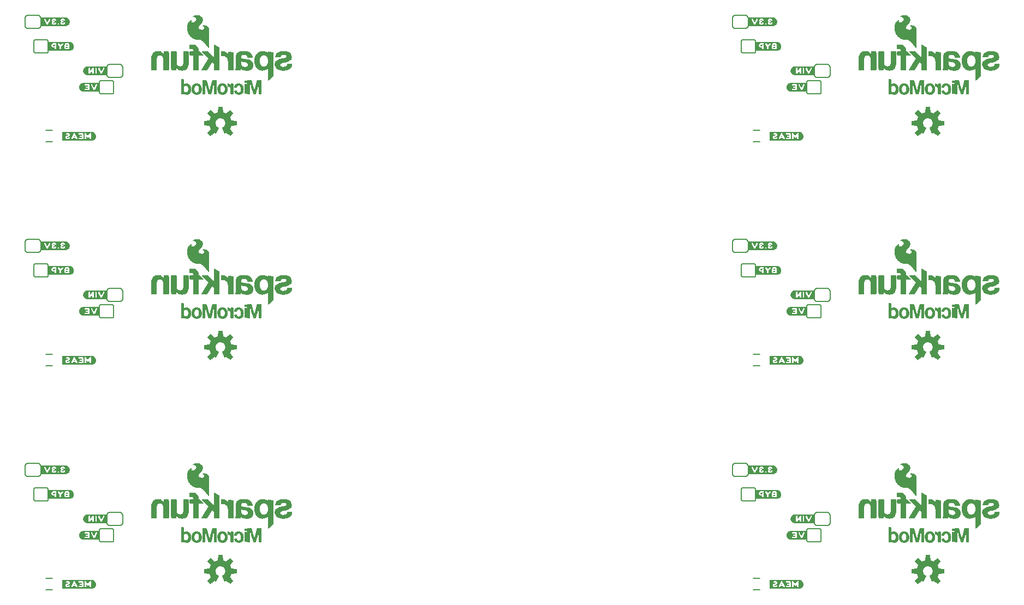
<source format=gbo>
G04 EAGLE Gerber RS-274X export*
G75*
%MOMM*%
%FSLAX34Y34*%
%LPD*%
%INSilkscreen Bottom*%
%IPPOS*%
%AMOC8*
5,1,8,0,0,1.08239X$1,22.5*%
G01*
%ADD10C,0.203200*%
%ADD11C,0.152400*%

G36*
X331655Y424430D02*
X331655Y424430D01*
X331711Y424430D01*
X331739Y424445D01*
X331771Y424450D01*
X331830Y424490D01*
X331866Y424508D01*
X331875Y424520D01*
X331891Y424531D01*
X336199Y428839D01*
X336216Y428866D01*
X336240Y428887D01*
X336261Y428939D01*
X336290Y428986D01*
X336293Y429018D01*
X336305Y429048D01*
X336302Y429103D01*
X336307Y429159D01*
X336295Y429189D01*
X336293Y429221D01*
X336259Y429284D01*
X336245Y429321D01*
X336234Y429331D01*
X336225Y429348D01*
X331258Y435439D01*
X332447Y437749D01*
X332454Y437775D01*
X332471Y437807D01*
X333263Y440281D01*
X341082Y441075D01*
X341113Y441085D01*
X341145Y441086D01*
X341194Y441113D01*
X341246Y441131D01*
X341269Y441154D01*
X341297Y441169D01*
X341329Y441215D01*
X341368Y441254D01*
X341378Y441285D01*
X341397Y441311D01*
X341410Y441381D01*
X341423Y441419D01*
X341421Y441434D01*
X341424Y441453D01*
X341424Y447547D01*
X341417Y447578D01*
X341419Y447610D01*
X341397Y447661D01*
X341385Y447716D01*
X341364Y447740D01*
X341352Y447770D01*
X341310Y447806D01*
X341275Y447849D01*
X341245Y447862D01*
X341221Y447883D01*
X341152Y447904D01*
X341116Y447920D01*
X341101Y447920D01*
X341082Y447925D01*
X333263Y448719D01*
X332471Y451193D01*
X332458Y451216D01*
X332447Y451251D01*
X331258Y453561D01*
X336225Y459652D01*
X336239Y459680D01*
X336260Y459704D01*
X336276Y459757D01*
X336301Y459807D01*
X336301Y459839D01*
X336310Y459870D01*
X336300Y459925D01*
X336300Y459981D01*
X336285Y460009D01*
X336280Y460041D01*
X336240Y460100D01*
X336222Y460136D01*
X336210Y460145D01*
X336199Y460161D01*
X331891Y464469D01*
X331864Y464486D01*
X331843Y464510D01*
X331791Y464531D01*
X331744Y464560D01*
X331712Y464563D01*
X331682Y464575D01*
X331627Y464572D01*
X331571Y464577D01*
X331541Y464565D01*
X331509Y464563D01*
X331446Y464529D01*
X331409Y464515D01*
X331399Y464504D01*
X331382Y464495D01*
X325291Y459528D01*
X322981Y460717D01*
X322955Y460724D01*
X322923Y460741D01*
X320449Y461533D01*
X319655Y469352D01*
X319647Y469378D01*
X319646Y469390D01*
X319645Y469393D01*
X319644Y469415D01*
X319617Y469464D01*
X319599Y469516D01*
X319576Y469539D01*
X319561Y469567D01*
X319515Y469599D01*
X319476Y469638D01*
X319445Y469648D01*
X319419Y469667D01*
X319349Y469680D01*
X319311Y469693D01*
X319296Y469691D01*
X319277Y469694D01*
X313183Y469694D01*
X313152Y469687D01*
X313120Y469689D01*
X313069Y469667D01*
X313014Y469655D01*
X312990Y469634D01*
X312960Y469622D01*
X312924Y469580D01*
X312881Y469545D01*
X312868Y469515D01*
X312847Y469491D01*
X312826Y469422D01*
X312810Y469386D01*
X312810Y469371D01*
X312808Y469364D01*
X312807Y469362D01*
X312807Y469361D01*
X312805Y469352D01*
X312011Y461533D01*
X309537Y460741D01*
X309514Y460728D01*
X309479Y460717D01*
X307169Y459528D01*
X301078Y464495D01*
X301050Y464509D01*
X301026Y464530D01*
X300973Y464546D01*
X300923Y464571D01*
X300891Y464571D01*
X300860Y464580D01*
X300805Y464570D01*
X300749Y464570D01*
X300721Y464555D01*
X300689Y464550D01*
X300630Y464510D01*
X300595Y464492D01*
X300585Y464480D01*
X300569Y464469D01*
X296261Y460161D01*
X296244Y460134D01*
X296220Y460113D01*
X296199Y460061D01*
X296170Y460014D01*
X296167Y459982D01*
X296155Y459952D01*
X296159Y459897D01*
X296153Y459841D01*
X296165Y459811D01*
X296167Y459779D01*
X296201Y459716D01*
X296215Y459679D01*
X296226Y459669D01*
X296235Y459652D01*
X301202Y453561D01*
X300013Y451251D01*
X300006Y451225D01*
X299989Y451193D01*
X299197Y448719D01*
X291378Y447925D01*
X291347Y447915D01*
X291315Y447914D01*
X291266Y447887D01*
X291214Y447869D01*
X291191Y447846D01*
X291163Y447831D01*
X291131Y447785D01*
X291092Y447746D01*
X291082Y447715D01*
X291063Y447689D01*
X291050Y447619D01*
X291037Y447581D01*
X291039Y447566D01*
X291036Y447547D01*
X291036Y441453D01*
X291043Y441422D01*
X291041Y441390D01*
X291063Y441339D01*
X291075Y441284D01*
X291096Y441260D01*
X291108Y441230D01*
X291150Y441194D01*
X291185Y441151D01*
X291215Y441138D01*
X291239Y441117D01*
X291308Y441096D01*
X291344Y441080D01*
X291359Y441080D01*
X291378Y441075D01*
X299197Y440281D01*
X299989Y437807D01*
X300002Y437784D01*
X300013Y437749D01*
X301202Y435439D01*
X296235Y429348D01*
X296221Y429320D01*
X296200Y429296D01*
X296184Y429243D01*
X296159Y429193D01*
X296159Y429161D01*
X296150Y429130D01*
X296160Y429075D01*
X296160Y429019D01*
X296175Y428991D01*
X296180Y428959D01*
X296220Y428900D01*
X296238Y428865D01*
X296250Y428855D01*
X296261Y428839D01*
X300569Y424531D01*
X300596Y424514D01*
X300617Y424490D01*
X300669Y424469D01*
X300716Y424440D01*
X300748Y424437D01*
X300778Y424425D01*
X300833Y424429D01*
X300889Y424423D01*
X300919Y424435D01*
X300951Y424437D01*
X301014Y424471D01*
X301051Y424485D01*
X301061Y424496D01*
X301078Y424505D01*
X307169Y429472D01*
X309478Y428282D01*
X309542Y428266D01*
X309605Y428243D01*
X309626Y428245D01*
X309646Y428240D01*
X309711Y428254D01*
X309777Y428261D01*
X309795Y428272D01*
X309815Y428277D01*
X309867Y428318D01*
X309923Y428354D01*
X309936Y428373D01*
X309951Y428385D01*
X309967Y428420D01*
X310003Y428474D01*
X313591Y437136D01*
X313596Y437168D01*
X313610Y437196D01*
X313610Y437252D01*
X313619Y437307D01*
X313610Y437338D01*
X313610Y437369D01*
X313585Y437420D01*
X313569Y437473D01*
X313547Y437496D01*
X313533Y437525D01*
X313477Y437571D01*
X313450Y437599D01*
X313436Y437604D01*
X313421Y437617D01*
X312044Y438361D01*
X310878Y439345D01*
X309938Y440547D01*
X309264Y441915D01*
X308883Y443393D01*
X308811Y444917D01*
X309053Y446423D01*
X309597Y447849D01*
X310421Y449133D01*
X311490Y450222D01*
X312758Y451070D01*
X314173Y451640D01*
X315675Y451910D01*
X317200Y451867D01*
X318684Y451514D01*
X320065Y450864D01*
X321284Y449947D01*
X322290Y448800D01*
X323041Y447471D01*
X323504Y446018D01*
X323661Y444499D01*
X323518Y443050D01*
X323095Y441656D01*
X322409Y440372D01*
X321485Y439246D01*
X320359Y438322D01*
X319041Y437617D01*
X319016Y437596D01*
X318987Y437582D01*
X318952Y437539D01*
X318911Y437503D01*
X318898Y437473D01*
X318878Y437448D01*
X318866Y437394D01*
X318845Y437343D01*
X318847Y437310D01*
X318840Y437278D01*
X318854Y437209D01*
X318857Y437170D01*
X318865Y437156D01*
X318869Y437136D01*
X322457Y428474D01*
X322496Y428420D01*
X322528Y428363D01*
X322545Y428351D01*
X322558Y428334D01*
X322616Y428303D01*
X322671Y428265D01*
X322692Y428262D01*
X322711Y428252D01*
X322777Y428251D01*
X322843Y428241D01*
X322866Y428248D01*
X322884Y428247D01*
X322919Y428264D01*
X322982Y428282D01*
X325291Y429472D01*
X331382Y424505D01*
X331410Y424491D01*
X331434Y424470D01*
X331487Y424454D01*
X331537Y424429D01*
X331569Y424429D01*
X331600Y424420D01*
X331655Y424430D01*
G37*
G36*
X1428935Y76450D02*
X1428935Y76450D01*
X1428991Y76450D01*
X1429019Y76465D01*
X1429051Y76470D01*
X1429110Y76510D01*
X1429146Y76528D01*
X1429155Y76540D01*
X1429171Y76551D01*
X1433479Y80859D01*
X1433496Y80886D01*
X1433520Y80907D01*
X1433541Y80959D01*
X1433570Y81006D01*
X1433573Y81038D01*
X1433585Y81068D01*
X1433582Y81123D01*
X1433587Y81179D01*
X1433575Y81209D01*
X1433573Y81241D01*
X1433539Y81304D01*
X1433525Y81341D01*
X1433514Y81351D01*
X1433505Y81368D01*
X1428538Y87459D01*
X1429727Y89769D01*
X1429734Y89795D01*
X1429751Y89827D01*
X1430543Y92301D01*
X1438362Y93095D01*
X1438393Y93105D01*
X1438425Y93106D01*
X1438474Y93133D01*
X1438526Y93151D01*
X1438549Y93174D01*
X1438577Y93189D01*
X1438609Y93235D01*
X1438648Y93274D01*
X1438658Y93305D01*
X1438677Y93331D01*
X1438690Y93401D01*
X1438703Y93439D01*
X1438701Y93454D01*
X1438704Y93473D01*
X1438704Y99567D01*
X1438697Y99598D01*
X1438699Y99630D01*
X1438677Y99681D01*
X1438665Y99736D01*
X1438644Y99760D01*
X1438632Y99790D01*
X1438590Y99826D01*
X1438555Y99869D01*
X1438525Y99882D01*
X1438501Y99903D01*
X1438432Y99924D01*
X1438396Y99940D01*
X1438381Y99940D01*
X1438362Y99945D01*
X1430543Y100739D01*
X1429751Y103213D01*
X1429738Y103236D01*
X1429727Y103271D01*
X1428538Y105581D01*
X1433505Y111672D01*
X1433519Y111700D01*
X1433540Y111724D01*
X1433556Y111777D01*
X1433581Y111827D01*
X1433581Y111859D01*
X1433590Y111890D01*
X1433580Y111945D01*
X1433580Y112001D01*
X1433565Y112029D01*
X1433560Y112061D01*
X1433520Y112120D01*
X1433502Y112156D01*
X1433490Y112165D01*
X1433479Y112181D01*
X1429171Y116489D01*
X1429144Y116506D01*
X1429123Y116530D01*
X1429071Y116551D01*
X1429024Y116580D01*
X1428992Y116583D01*
X1428962Y116595D01*
X1428907Y116592D01*
X1428851Y116597D01*
X1428821Y116585D01*
X1428789Y116583D01*
X1428726Y116549D01*
X1428689Y116535D01*
X1428679Y116524D01*
X1428662Y116515D01*
X1422571Y111548D01*
X1420261Y112737D01*
X1420235Y112744D01*
X1420203Y112761D01*
X1417729Y113553D01*
X1416935Y121372D01*
X1416927Y121398D01*
X1416926Y121410D01*
X1416925Y121413D01*
X1416924Y121435D01*
X1416897Y121484D01*
X1416879Y121536D01*
X1416856Y121559D01*
X1416841Y121587D01*
X1416795Y121619D01*
X1416756Y121658D01*
X1416725Y121668D01*
X1416699Y121687D01*
X1416629Y121700D01*
X1416591Y121713D01*
X1416576Y121711D01*
X1416557Y121714D01*
X1410463Y121714D01*
X1410432Y121707D01*
X1410400Y121709D01*
X1410349Y121687D01*
X1410294Y121675D01*
X1410270Y121654D01*
X1410240Y121642D01*
X1410204Y121600D01*
X1410161Y121565D01*
X1410148Y121535D01*
X1410127Y121511D01*
X1410106Y121442D01*
X1410090Y121406D01*
X1410090Y121391D01*
X1410088Y121384D01*
X1410087Y121382D01*
X1410087Y121381D01*
X1410085Y121372D01*
X1409291Y113553D01*
X1406817Y112761D01*
X1406794Y112748D01*
X1406759Y112737D01*
X1404449Y111548D01*
X1398358Y116515D01*
X1398330Y116529D01*
X1398306Y116550D01*
X1398253Y116566D01*
X1398203Y116591D01*
X1398171Y116591D01*
X1398140Y116600D01*
X1398085Y116590D01*
X1398029Y116590D01*
X1398001Y116575D01*
X1397969Y116570D01*
X1397910Y116530D01*
X1397875Y116512D01*
X1397865Y116500D01*
X1397849Y116489D01*
X1393541Y112181D01*
X1393524Y112154D01*
X1393500Y112133D01*
X1393479Y112081D01*
X1393450Y112034D01*
X1393447Y112002D01*
X1393435Y111972D01*
X1393439Y111917D01*
X1393433Y111861D01*
X1393445Y111831D01*
X1393447Y111799D01*
X1393481Y111736D01*
X1393495Y111699D01*
X1393506Y111689D01*
X1393515Y111672D01*
X1398482Y105581D01*
X1397293Y103271D01*
X1397286Y103245D01*
X1397269Y103213D01*
X1396477Y100739D01*
X1388658Y99945D01*
X1388627Y99935D01*
X1388595Y99934D01*
X1388546Y99907D01*
X1388494Y99889D01*
X1388471Y99866D01*
X1388443Y99851D01*
X1388411Y99805D01*
X1388372Y99766D01*
X1388362Y99735D01*
X1388343Y99709D01*
X1388330Y99639D01*
X1388317Y99601D01*
X1388319Y99586D01*
X1388316Y99567D01*
X1388316Y93473D01*
X1388323Y93442D01*
X1388321Y93410D01*
X1388343Y93359D01*
X1388355Y93304D01*
X1388376Y93280D01*
X1388388Y93250D01*
X1388430Y93214D01*
X1388465Y93171D01*
X1388495Y93158D01*
X1388519Y93137D01*
X1388588Y93116D01*
X1388624Y93100D01*
X1388639Y93100D01*
X1388658Y93095D01*
X1396477Y92301D01*
X1397269Y89827D01*
X1397282Y89804D01*
X1397293Y89769D01*
X1398482Y87459D01*
X1393515Y81368D01*
X1393501Y81340D01*
X1393480Y81316D01*
X1393464Y81263D01*
X1393439Y81213D01*
X1393439Y81181D01*
X1393430Y81150D01*
X1393440Y81095D01*
X1393440Y81039D01*
X1393455Y81011D01*
X1393460Y80979D01*
X1393500Y80920D01*
X1393518Y80885D01*
X1393530Y80875D01*
X1393541Y80859D01*
X1397849Y76551D01*
X1397876Y76534D01*
X1397897Y76510D01*
X1397949Y76489D01*
X1397996Y76460D01*
X1398028Y76457D01*
X1398058Y76445D01*
X1398113Y76449D01*
X1398169Y76443D01*
X1398199Y76455D01*
X1398231Y76457D01*
X1398294Y76491D01*
X1398331Y76505D01*
X1398341Y76516D01*
X1398358Y76525D01*
X1404449Y81492D01*
X1406758Y80302D01*
X1406822Y80286D01*
X1406885Y80263D01*
X1406906Y80265D01*
X1406926Y80260D01*
X1406991Y80274D01*
X1407057Y80281D01*
X1407075Y80292D01*
X1407095Y80297D01*
X1407147Y80338D01*
X1407203Y80374D01*
X1407216Y80393D01*
X1407231Y80405D01*
X1407247Y80440D01*
X1407283Y80494D01*
X1410871Y89156D01*
X1410876Y89188D01*
X1410890Y89216D01*
X1410890Y89272D01*
X1410899Y89327D01*
X1410890Y89358D01*
X1410890Y89389D01*
X1410865Y89440D01*
X1410849Y89493D01*
X1410827Y89516D01*
X1410813Y89545D01*
X1410757Y89591D01*
X1410730Y89619D01*
X1410716Y89624D01*
X1410701Y89637D01*
X1409324Y90381D01*
X1408158Y91365D01*
X1407218Y92567D01*
X1406544Y93935D01*
X1406163Y95413D01*
X1406091Y96937D01*
X1406333Y98443D01*
X1406877Y99869D01*
X1407701Y101153D01*
X1408770Y102242D01*
X1410038Y103090D01*
X1411453Y103660D01*
X1412955Y103930D01*
X1414480Y103887D01*
X1415964Y103534D01*
X1417345Y102884D01*
X1418564Y101967D01*
X1419570Y100820D01*
X1420321Y99491D01*
X1420784Y98038D01*
X1420941Y96519D01*
X1420798Y95070D01*
X1420375Y93676D01*
X1419689Y92392D01*
X1418765Y91266D01*
X1417639Y90342D01*
X1416321Y89637D01*
X1416296Y89616D01*
X1416267Y89602D01*
X1416232Y89559D01*
X1416191Y89523D01*
X1416178Y89493D01*
X1416158Y89468D01*
X1416146Y89414D01*
X1416125Y89363D01*
X1416127Y89330D01*
X1416120Y89298D01*
X1416134Y89229D01*
X1416137Y89190D01*
X1416145Y89176D01*
X1416149Y89156D01*
X1419737Y80494D01*
X1419776Y80440D01*
X1419808Y80383D01*
X1419825Y80371D01*
X1419838Y80354D01*
X1419896Y80323D01*
X1419951Y80285D01*
X1419972Y80282D01*
X1419991Y80272D01*
X1420057Y80271D01*
X1420123Y80261D01*
X1420146Y80268D01*
X1420164Y80267D01*
X1420199Y80284D01*
X1420262Y80302D01*
X1422571Y81492D01*
X1428662Y76525D01*
X1428690Y76511D01*
X1428714Y76490D01*
X1428767Y76474D01*
X1428817Y76449D01*
X1428849Y76449D01*
X1428880Y76440D01*
X1428935Y76450D01*
G37*
G36*
X331655Y76450D02*
X331655Y76450D01*
X331711Y76450D01*
X331739Y76465D01*
X331771Y76470D01*
X331830Y76510D01*
X331866Y76528D01*
X331875Y76540D01*
X331891Y76551D01*
X336199Y80859D01*
X336216Y80886D01*
X336240Y80907D01*
X336261Y80959D01*
X336290Y81006D01*
X336293Y81038D01*
X336305Y81068D01*
X336302Y81123D01*
X336307Y81179D01*
X336295Y81209D01*
X336293Y81241D01*
X336259Y81304D01*
X336245Y81341D01*
X336234Y81351D01*
X336225Y81368D01*
X331258Y87459D01*
X332447Y89769D01*
X332454Y89795D01*
X332471Y89827D01*
X333263Y92301D01*
X341082Y93095D01*
X341113Y93105D01*
X341145Y93106D01*
X341194Y93133D01*
X341246Y93151D01*
X341269Y93174D01*
X341297Y93189D01*
X341329Y93235D01*
X341368Y93274D01*
X341378Y93305D01*
X341397Y93331D01*
X341410Y93401D01*
X341423Y93439D01*
X341421Y93454D01*
X341424Y93473D01*
X341424Y99567D01*
X341417Y99598D01*
X341419Y99630D01*
X341397Y99681D01*
X341385Y99736D01*
X341364Y99760D01*
X341352Y99790D01*
X341310Y99826D01*
X341275Y99869D01*
X341245Y99882D01*
X341221Y99903D01*
X341152Y99924D01*
X341116Y99940D01*
X341101Y99940D01*
X341082Y99945D01*
X333263Y100739D01*
X332471Y103213D01*
X332458Y103236D01*
X332447Y103271D01*
X331258Y105581D01*
X336225Y111672D01*
X336239Y111700D01*
X336260Y111724D01*
X336276Y111777D01*
X336301Y111827D01*
X336301Y111859D01*
X336310Y111890D01*
X336300Y111945D01*
X336300Y112001D01*
X336285Y112029D01*
X336280Y112061D01*
X336240Y112120D01*
X336222Y112156D01*
X336210Y112165D01*
X336199Y112181D01*
X331891Y116489D01*
X331864Y116506D01*
X331843Y116530D01*
X331791Y116551D01*
X331744Y116580D01*
X331712Y116583D01*
X331682Y116595D01*
X331627Y116592D01*
X331571Y116597D01*
X331541Y116585D01*
X331509Y116583D01*
X331446Y116549D01*
X331409Y116535D01*
X331399Y116524D01*
X331382Y116515D01*
X325291Y111548D01*
X322981Y112737D01*
X322955Y112744D01*
X322923Y112761D01*
X320449Y113553D01*
X319655Y121372D01*
X319647Y121398D01*
X319646Y121410D01*
X319645Y121413D01*
X319644Y121435D01*
X319617Y121484D01*
X319599Y121536D01*
X319576Y121559D01*
X319561Y121587D01*
X319515Y121619D01*
X319476Y121658D01*
X319445Y121668D01*
X319419Y121687D01*
X319349Y121700D01*
X319311Y121713D01*
X319296Y121711D01*
X319277Y121714D01*
X313183Y121714D01*
X313152Y121707D01*
X313120Y121709D01*
X313069Y121687D01*
X313014Y121675D01*
X312990Y121654D01*
X312960Y121642D01*
X312924Y121600D01*
X312881Y121565D01*
X312868Y121535D01*
X312847Y121511D01*
X312826Y121442D01*
X312810Y121406D01*
X312810Y121391D01*
X312808Y121384D01*
X312807Y121382D01*
X312807Y121381D01*
X312805Y121372D01*
X312011Y113553D01*
X309537Y112761D01*
X309514Y112748D01*
X309479Y112737D01*
X307169Y111548D01*
X301078Y116515D01*
X301050Y116529D01*
X301026Y116550D01*
X300973Y116566D01*
X300923Y116591D01*
X300891Y116591D01*
X300860Y116600D01*
X300805Y116590D01*
X300749Y116590D01*
X300721Y116575D01*
X300689Y116570D01*
X300630Y116530D01*
X300595Y116512D01*
X300585Y116500D01*
X300569Y116489D01*
X296261Y112181D01*
X296244Y112154D01*
X296220Y112133D01*
X296199Y112081D01*
X296170Y112034D01*
X296167Y112002D01*
X296155Y111972D01*
X296159Y111917D01*
X296153Y111861D01*
X296165Y111831D01*
X296167Y111799D01*
X296201Y111736D01*
X296215Y111699D01*
X296226Y111689D01*
X296235Y111672D01*
X301202Y105581D01*
X300013Y103271D01*
X300006Y103245D01*
X299989Y103213D01*
X299197Y100739D01*
X291378Y99945D01*
X291347Y99935D01*
X291315Y99934D01*
X291266Y99907D01*
X291214Y99889D01*
X291191Y99866D01*
X291163Y99851D01*
X291131Y99805D01*
X291092Y99766D01*
X291082Y99735D01*
X291063Y99709D01*
X291050Y99639D01*
X291037Y99601D01*
X291039Y99586D01*
X291036Y99567D01*
X291036Y93473D01*
X291043Y93442D01*
X291041Y93410D01*
X291063Y93359D01*
X291075Y93304D01*
X291096Y93280D01*
X291108Y93250D01*
X291150Y93214D01*
X291185Y93171D01*
X291215Y93158D01*
X291239Y93137D01*
X291308Y93116D01*
X291344Y93100D01*
X291359Y93100D01*
X291378Y93095D01*
X299197Y92301D01*
X299989Y89827D01*
X300002Y89804D01*
X300013Y89769D01*
X301202Y87459D01*
X296235Y81368D01*
X296221Y81340D01*
X296200Y81316D01*
X296184Y81263D01*
X296159Y81213D01*
X296159Y81181D01*
X296150Y81150D01*
X296160Y81095D01*
X296160Y81039D01*
X296175Y81011D01*
X296180Y80979D01*
X296220Y80920D01*
X296238Y80885D01*
X296250Y80875D01*
X296261Y80859D01*
X300569Y76551D01*
X300596Y76534D01*
X300617Y76510D01*
X300669Y76489D01*
X300716Y76460D01*
X300748Y76457D01*
X300778Y76445D01*
X300833Y76449D01*
X300889Y76443D01*
X300919Y76455D01*
X300951Y76457D01*
X301014Y76491D01*
X301051Y76505D01*
X301061Y76516D01*
X301078Y76525D01*
X307169Y81492D01*
X309478Y80302D01*
X309542Y80286D01*
X309605Y80263D01*
X309626Y80265D01*
X309646Y80260D01*
X309711Y80274D01*
X309777Y80281D01*
X309795Y80292D01*
X309815Y80297D01*
X309867Y80338D01*
X309923Y80374D01*
X309936Y80393D01*
X309951Y80405D01*
X309967Y80440D01*
X310003Y80494D01*
X313591Y89156D01*
X313596Y89188D01*
X313610Y89216D01*
X313610Y89272D01*
X313619Y89327D01*
X313610Y89358D01*
X313610Y89389D01*
X313585Y89440D01*
X313569Y89493D01*
X313547Y89516D01*
X313533Y89545D01*
X313477Y89591D01*
X313450Y89619D01*
X313436Y89624D01*
X313421Y89637D01*
X312044Y90381D01*
X310878Y91365D01*
X309938Y92567D01*
X309264Y93935D01*
X308883Y95413D01*
X308811Y96937D01*
X309053Y98443D01*
X309597Y99869D01*
X310421Y101153D01*
X311490Y102242D01*
X312758Y103090D01*
X314173Y103660D01*
X315675Y103930D01*
X317200Y103887D01*
X318684Y103534D01*
X320065Y102884D01*
X321284Y101967D01*
X322290Y100820D01*
X323041Y99491D01*
X323504Y98038D01*
X323661Y96519D01*
X323518Y95070D01*
X323095Y93676D01*
X322409Y92392D01*
X321485Y91266D01*
X320359Y90342D01*
X319041Y89637D01*
X319016Y89616D01*
X318987Y89602D01*
X318952Y89559D01*
X318911Y89523D01*
X318898Y89493D01*
X318878Y89468D01*
X318866Y89414D01*
X318845Y89363D01*
X318847Y89330D01*
X318840Y89298D01*
X318854Y89229D01*
X318857Y89190D01*
X318865Y89176D01*
X318869Y89156D01*
X322457Y80494D01*
X322496Y80440D01*
X322528Y80383D01*
X322545Y80371D01*
X322558Y80354D01*
X322616Y80323D01*
X322671Y80285D01*
X322692Y80282D01*
X322711Y80272D01*
X322777Y80271D01*
X322843Y80261D01*
X322866Y80268D01*
X322884Y80267D01*
X322919Y80284D01*
X322982Y80302D01*
X325291Y81492D01*
X331382Y76525D01*
X331410Y76511D01*
X331434Y76490D01*
X331487Y76474D01*
X331537Y76449D01*
X331569Y76449D01*
X331600Y76440D01*
X331655Y76450D01*
G37*
G36*
X1428935Y424430D02*
X1428935Y424430D01*
X1428991Y424430D01*
X1429019Y424445D01*
X1429051Y424450D01*
X1429110Y424490D01*
X1429146Y424508D01*
X1429155Y424520D01*
X1429171Y424531D01*
X1433479Y428839D01*
X1433496Y428866D01*
X1433520Y428887D01*
X1433541Y428939D01*
X1433570Y428986D01*
X1433573Y429018D01*
X1433585Y429048D01*
X1433582Y429103D01*
X1433587Y429159D01*
X1433575Y429189D01*
X1433573Y429221D01*
X1433539Y429284D01*
X1433525Y429321D01*
X1433514Y429331D01*
X1433505Y429348D01*
X1428538Y435439D01*
X1429727Y437749D01*
X1429734Y437775D01*
X1429751Y437807D01*
X1430543Y440281D01*
X1438362Y441075D01*
X1438393Y441085D01*
X1438425Y441086D01*
X1438474Y441113D01*
X1438526Y441131D01*
X1438549Y441154D01*
X1438577Y441169D01*
X1438609Y441215D01*
X1438648Y441254D01*
X1438658Y441285D01*
X1438677Y441311D01*
X1438690Y441381D01*
X1438703Y441419D01*
X1438701Y441434D01*
X1438704Y441453D01*
X1438704Y447547D01*
X1438697Y447578D01*
X1438699Y447610D01*
X1438677Y447661D01*
X1438665Y447716D01*
X1438644Y447740D01*
X1438632Y447770D01*
X1438590Y447806D01*
X1438555Y447849D01*
X1438525Y447862D01*
X1438501Y447883D01*
X1438432Y447904D01*
X1438396Y447920D01*
X1438381Y447920D01*
X1438362Y447925D01*
X1430543Y448719D01*
X1429751Y451193D01*
X1429738Y451216D01*
X1429727Y451251D01*
X1428538Y453561D01*
X1433505Y459652D01*
X1433519Y459680D01*
X1433540Y459704D01*
X1433556Y459757D01*
X1433581Y459807D01*
X1433581Y459839D01*
X1433590Y459870D01*
X1433580Y459925D01*
X1433580Y459981D01*
X1433565Y460009D01*
X1433560Y460041D01*
X1433520Y460100D01*
X1433502Y460136D01*
X1433490Y460145D01*
X1433479Y460161D01*
X1429171Y464469D01*
X1429144Y464486D01*
X1429123Y464510D01*
X1429071Y464531D01*
X1429024Y464560D01*
X1428992Y464563D01*
X1428962Y464575D01*
X1428907Y464572D01*
X1428851Y464577D01*
X1428821Y464565D01*
X1428789Y464563D01*
X1428726Y464529D01*
X1428689Y464515D01*
X1428679Y464504D01*
X1428662Y464495D01*
X1422571Y459528D01*
X1420261Y460717D01*
X1420235Y460724D01*
X1420203Y460741D01*
X1417729Y461533D01*
X1416935Y469352D01*
X1416927Y469378D01*
X1416926Y469390D01*
X1416925Y469393D01*
X1416924Y469415D01*
X1416897Y469464D01*
X1416879Y469516D01*
X1416856Y469539D01*
X1416841Y469567D01*
X1416795Y469599D01*
X1416756Y469638D01*
X1416725Y469648D01*
X1416699Y469667D01*
X1416629Y469680D01*
X1416591Y469693D01*
X1416576Y469691D01*
X1416557Y469694D01*
X1410463Y469694D01*
X1410432Y469687D01*
X1410400Y469689D01*
X1410349Y469667D01*
X1410294Y469655D01*
X1410270Y469634D01*
X1410240Y469622D01*
X1410204Y469580D01*
X1410161Y469545D01*
X1410148Y469515D01*
X1410127Y469491D01*
X1410106Y469422D01*
X1410090Y469386D01*
X1410090Y469371D01*
X1410088Y469364D01*
X1410087Y469362D01*
X1410087Y469361D01*
X1410085Y469352D01*
X1409291Y461533D01*
X1406817Y460741D01*
X1406794Y460728D01*
X1406759Y460717D01*
X1404449Y459528D01*
X1398358Y464495D01*
X1398330Y464509D01*
X1398306Y464530D01*
X1398253Y464546D01*
X1398203Y464571D01*
X1398171Y464571D01*
X1398140Y464580D01*
X1398085Y464570D01*
X1398029Y464570D01*
X1398001Y464555D01*
X1397969Y464550D01*
X1397910Y464510D01*
X1397875Y464492D01*
X1397865Y464480D01*
X1397849Y464469D01*
X1393541Y460161D01*
X1393524Y460134D01*
X1393500Y460113D01*
X1393479Y460061D01*
X1393450Y460014D01*
X1393447Y459982D01*
X1393435Y459952D01*
X1393439Y459897D01*
X1393433Y459841D01*
X1393445Y459811D01*
X1393447Y459779D01*
X1393481Y459716D01*
X1393495Y459679D01*
X1393506Y459669D01*
X1393515Y459652D01*
X1398482Y453561D01*
X1397293Y451251D01*
X1397286Y451225D01*
X1397269Y451193D01*
X1396477Y448719D01*
X1388658Y447925D01*
X1388627Y447915D01*
X1388595Y447914D01*
X1388546Y447887D01*
X1388494Y447869D01*
X1388471Y447846D01*
X1388443Y447831D01*
X1388411Y447785D01*
X1388372Y447746D01*
X1388362Y447715D01*
X1388343Y447689D01*
X1388330Y447619D01*
X1388317Y447581D01*
X1388319Y447566D01*
X1388316Y447547D01*
X1388316Y441453D01*
X1388323Y441422D01*
X1388321Y441390D01*
X1388343Y441339D01*
X1388355Y441284D01*
X1388376Y441260D01*
X1388388Y441230D01*
X1388430Y441194D01*
X1388465Y441151D01*
X1388495Y441138D01*
X1388519Y441117D01*
X1388588Y441096D01*
X1388624Y441080D01*
X1388639Y441080D01*
X1388658Y441075D01*
X1396477Y440281D01*
X1397269Y437807D01*
X1397282Y437784D01*
X1397293Y437749D01*
X1398482Y435439D01*
X1393515Y429348D01*
X1393501Y429320D01*
X1393480Y429296D01*
X1393464Y429243D01*
X1393439Y429193D01*
X1393439Y429161D01*
X1393430Y429130D01*
X1393440Y429075D01*
X1393440Y429019D01*
X1393455Y428991D01*
X1393460Y428959D01*
X1393500Y428900D01*
X1393518Y428865D01*
X1393530Y428855D01*
X1393541Y428839D01*
X1397849Y424531D01*
X1397876Y424514D01*
X1397897Y424490D01*
X1397949Y424469D01*
X1397996Y424440D01*
X1398028Y424437D01*
X1398058Y424425D01*
X1398113Y424429D01*
X1398169Y424423D01*
X1398199Y424435D01*
X1398231Y424437D01*
X1398294Y424471D01*
X1398331Y424485D01*
X1398341Y424496D01*
X1398358Y424505D01*
X1404449Y429472D01*
X1406758Y428282D01*
X1406822Y428266D01*
X1406885Y428243D01*
X1406906Y428245D01*
X1406926Y428240D01*
X1406991Y428254D01*
X1407057Y428261D01*
X1407075Y428272D01*
X1407095Y428277D01*
X1407147Y428318D01*
X1407203Y428354D01*
X1407216Y428373D01*
X1407231Y428385D01*
X1407247Y428420D01*
X1407283Y428474D01*
X1410871Y437136D01*
X1410876Y437168D01*
X1410890Y437196D01*
X1410890Y437252D01*
X1410899Y437307D01*
X1410890Y437338D01*
X1410890Y437369D01*
X1410865Y437420D01*
X1410849Y437473D01*
X1410827Y437496D01*
X1410813Y437525D01*
X1410757Y437571D01*
X1410730Y437599D01*
X1410716Y437604D01*
X1410701Y437617D01*
X1409324Y438361D01*
X1408158Y439345D01*
X1407218Y440547D01*
X1406544Y441915D01*
X1406163Y443393D01*
X1406091Y444917D01*
X1406333Y446423D01*
X1406877Y447849D01*
X1407701Y449133D01*
X1408770Y450222D01*
X1410038Y451070D01*
X1411453Y451640D01*
X1412955Y451910D01*
X1414480Y451867D01*
X1415964Y451514D01*
X1417345Y450864D01*
X1418564Y449947D01*
X1419570Y448800D01*
X1420321Y447471D01*
X1420784Y446018D01*
X1420941Y444499D01*
X1420798Y443050D01*
X1420375Y441656D01*
X1419689Y440372D01*
X1418765Y439246D01*
X1417639Y438322D01*
X1416321Y437617D01*
X1416296Y437596D01*
X1416267Y437582D01*
X1416232Y437539D01*
X1416191Y437503D01*
X1416178Y437473D01*
X1416158Y437448D01*
X1416146Y437394D01*
X1416125Y437343D01*
X1416127Y437310D01*
X1416120Y437278D01*
X1416134Y437209D01*
X1416137Y437170D01*
X1416145Y437156D01*
X1416149Y437136D01*
X1419737Y428474D01*
X1419776Y428420D01*
X1419808Y428363D01*
X1419825Y428351D01*
X1419838Y428334D01*
X1419896Y428303D01*
X1419951Y428265D01*
X1419972Y428262D01*
X1419991Y428252D01*
X1420057Y428251D01*
X1420123Y428241D01*
X1420146Y428248D01*
X1420164Y428247D01*
X1420199Y428264D01*
X1420262Y428282D01*
X1422571Y429472D01*
X1428662Y424505D01*
X1428690Y424491D01*
X1428714Y424470D01*
X1428767Y424454D01*
X1428817Y424429D01*
X1428849Y424429D01*
X1428880Y424420D01*
X1428935Y424430D01*
G37*
G36*
X331655Y772410D02*
X331655Y772410D01*
X331711Y772410D01*
X331739Y772425D01*
X331771Y772430D01*
X331830Y772470D01*
X331866Y772488D01*
X331875Y772500D01*
X331891Y772511D01*
X336199Y776819D01*
X336216Y776846D01*
X336240Y776867D01*
X336261Y776919D01*
X336290Y776966D01*
X336293Y776998D01*
X336305Y777028D01*
X336302Y777083D01*
X336307Y777139D01*
X336295Y777169D01*
X336293Y777201D01*
X336259Y777264D01*
X336245Y777301D01*
X336234Y777311D01*
X336225Y777328D01*
X331258Y783419D01*
X332447Y785729D01*
X332454Y785755D01*
X332471Y785787D01*
X333263Y788261D01*
X341082Y789055D01*
X341113Y789065D01*
X341145Y789066D01*
X341194Y789093D01*
X341246Y789111D01*
X341269Y789134D01*
X341297Y789149D01*
X341329Y789195D01*
X341368Y789234D01*
X341378Y789265D01*
X341397Y789291D01*
X341410Y789361D01*
X341423Y789399D01*
X341421Y789414D01*
X341424Y789433D01*
X341424Y795527D01*
X341417Y795558D01*
X341419Y795590D01*
X341397Y795641D01*
X341385Y795696D01*
X341364Y795720D01*
X341352Y795750D01*
X341310Y795786D01*
X341275Y795829D01*
X341245Y795842D01*
X341221Y795863D01*
X341152Y795884D01*
X341116Y795900D01*
X341101Y795900D01*
X341082Y795905D01*
X333263Y796699D01*
X332471Y799173D01*
X332458Y799196D01*
X332447Y799231D01*
X331258Y801541D01*
X336225Y807632D01*
X336239Y807660D01*
X336260Y807684D01*
X336276Y807737D01*
X336301Y807787D01*
X336301Y807819D01*
X336310Y807850D01*
X336300Y807905D01*
X336300Y807961D01*
X336285Y807989D01*
X336280Y808021D01*
X336240Y808080D01*
X336222Y808116D01*
X336210Y808125D01*
X336199Y808141D01*
X331891Y812449D01*
X331864Y812466D01*
X331843Y812490D01*
X331791Y812511D01*
X331744Y812540D01*
X331712Y812543D01*
X331682Y812555D01*
X331627Y812552D01*
X331571Y812557D01*
X331541Y812545D01*
X331509Y812543D01*
X331446Y812509D01*
X331409Y812495D01*
X331399Y812484D01*
X331382Y812475D01*
X325291Y807508D01*
X322981Y808697D01*
X322955Y808704D01*
X322923Y808721D01*
X320449Y809513D01*
X319655Y817332D01*
X319647Y817358D01*
X319646Y817370D01*
X319645Y817373D01*
X319644Y817395D01*
X319617Y817444D01*
X319599Y817496D01*
X319576Y817519D01*
X319561Y817547D01*
X319515Y817579D01*
X319476Y817618D01*
X319445Y817628D01*
X319419Y817647D01*
X319349Y817660D01*
X319311Y817673D01*
X319296Y817671D01*
X319277Y817674D01*
X313183Y817674D01*
X313152Y817667D01*
X313120Y817669D01*
X313069Y817647D01*
X313014Y817635D01*
X312990Y817614D01*
X312960Y817602D01*
X312924Y817560D01*
X312881Y817525D01*
X312868Y817495D01*
X312847Y817471D01*
X312826Y817402D01*
X312810Y817366D01*
X312810Y817351D01*
X312808Y817344D01*
X312807Y817342D01*
X312807Y817341D01*
X312805Y817332D01*
X312011Y809513D01*
X309537Y808721D01*
X309514Y808708D01*
X309479Y808697D01*
X307169Y807508D01*
X301078Y812475D01*
X301050Y812489D01*
X301026Y812510D01*
X300973Y812526D01*
X300923Y812551D01*
X300891Y812551D01*
X300860Y812560D01*
X300805Y812550D01*
X300749Y812550D01*
X300721Y812535D01*
X300689Y812530D01*
X300630Y812490D01*
X300595Y812472D01*
X300585Y812460D01*
X300569Y812449D01*
X296261Y808141D01*
X296244Y808114D01*
X296220Y808093D01*
X296199Y808041D01*
X296170Y807994D01*
X296167Y807962D01*
X296155Y807932D01*
X296159Y807877D01*
X296153Y807821D01*
X296165Y807791D01*
X296167Y807759D01*
X296201Y807696D01*
X296215Y807659D01*
X296226Y807649D01*
X296235Y807632D01*
X301202Y801541D01*
X300013Y799231D01*
X300006Y799205D01*
X299989Y799173D01*
X299197Y796699D01*
X291378Y795905D01*
X291347Y795895D01*
X291315Y795894D01*
X291266Y795867D01*
X291214Y795849D01*
X291191Y795826D01*
X291163Y795811D01*
X291131Y795765D01*
X291092Y795726D01*
X291082Y795695D01*
X291063Y795669D01*
X291050Y795599D01*
X291037Y795561D01*
X291039Y795546D01*
X291036Y795527D01*
X291036Y789433D01*
X291043Y789402D01*
X291041Y789370D01*
X291063Y789319D01*
X291075Y789264D01*
X291096Y789240D01*
X291108Y789210D01*
X291150Y789174D01*
X291185Y789131D01*
X291215Y789118D01*
X291239Y789097D01*
X291308Y789076D01*
X291344Y789060D01*
X291359Y789060D01*
X291378Y789055D01*
X299197Y788261D01*
X299989Y785787D01*
X300002Y785764D01*
X300013Y785729D01*
X301202Y783419D01*
X296235Y777328D01*
X296221Y777300D01*
X296200Y777276D01*
X296184Y777223D01*
X296159Y777173D01*
X296159Y777141D01*
X296150Y777110D01*
X296160Y777055D01*
X296160Y776999D01*
X296175Y776971D01*
X296180Y776939D01*
X296220Y776880D01*
X296238Y776845D01*
X296250Y776835D01*
X296261Y776819D01*
X300569Y772511D01*
X300596Y772494D01*
X300617Y772470D01*
X300669Y772449D01*
X300716Y772420D01*
X300748Y772417D01*
X300778Y772405D01*
X300833Y772409D01*
X300889Y772403D01*
X300919Y772415D01*
X300951Y772417D01*
X301014Y772451D01*
X301051Y772465D01*
X301061Y772476D01*
X301078Y772485D01*
X307169Y777452D01*
X309478Y776262D01*
X309542Y776246D01*
X309605Y776223D01*
X309626Y776225D01*
X309646Y776220D01*
X309711Y776234D01*
X309777Y776241D01*
X309795Y776252D01*
X309815Y776257D01*
X309867Y776298D01*
X309923Y776334D01*
X309936Y776353D01*
X309951Y776365D01*
X309967Y776400D01*
X310003Y776454D01*
X313591Y785116D01*
X313596Y785148D01*
X313610Y785176D01*
X313610Y785232D01*
X313619Y785287D01*
X313610Y785318D01*
X313610Y785349D01*
X313585Y785400D01*
X313569Y785453D01*
X313547Y785476D01*
X313533Y785505D01*
X313477Y785551D01*
X313450Y785579D01*
X313436Y785584D01*
X313421Y785597D01*
X312044Y786341D01*
X310878Y787325D01*
X309938Y788527D01*
X309264Y789895D01*
X308883Y791373D01*
X308811Y792897D01*
X309053Y794403D01*
X309597Y795829D01*
X310421Y797113D01*
X311490Y798202D01*
X312758Y799050D01*
X314173Y799620D01*
X315675Y799890D01*
X317200Y799847D01*
X318684Y799494D01*
X320065Y798844D01*
X321284Y797927D01*
X322290Y796780D01*
X323041Y795451D01*
X323504Y793998D01*
X323661Y792479D01*
X323518Y791030D01*
X323095Y789636D01*
X322409Y788352D01*
X321485Y787226D01*
X320359Y786302D01*
X319041Y785597D01*
X319016Y785576D01*
X318987Y785562D01*
X318952Y785519D01*
X318911Y785483D01*
X318898Y785453D01*
X318878Y785428D01*
X318866Y785374D01*
X318845Y785323D01*
X318847Y785290D01*
X318840Y785258D01*
X318854Y785189D01*
X318857Y785150D01*
X318865Y785136D01*
X318869Y785116D01*
X322457Y776454D01*
X322496Y776400D01*
X322528Y776343D01*
X322545Y776331D01*
X322558Y776314D01*
X322616Y776283D01*
X322671Y776245D01*
X322692Y776242D01*
X322711Y776232D01*
X322777Y776231D01*
X322843Y776221D01*
X322866Y776228D01*
X322884Y776227D01*
X322919Y776244D01*
X322982Y776262D01*
X325291Y777452D01*
X331382Y772485D01*
X331410Y772471D01*
X331434Y772450D01*
X331487Y772434D01*
X331537Y772409D01*
X331569Y772409D01*
X331600Y772400D01*
X331655Y772410D01*
G37*
G36*
X1428935Y772410D02*
X1428935Y772410D01*
X1428991Y772410D01*
X1429019Y772425D01*
X1429051Y772430D01*
X1429110Y772470D01*
X1429146Y772488D01*
X1429155Y772500D01*
X1429171Y772511D01*
X1433479Y776819D01*
X1433496Y776846D01*
X1433520Y776867D01*
X1433541Y776919D01*
X1433570Y776966D01*
X1433573Y776998D01*
X1433585Y777028D01*
X1433582Y777083D01*
X1433587Y777139D01*
X1433575Y777169D01*
X1433573Y777201D01*
X1433539Y777264D01*
X1433525Y777301D01*
X1433514Y777311D01*
X1433505Y777328D01*
X1428538Y783419D01*
X1429727Y785729D01*
X1429734Y785755D01*
X1429751Y785787D01*
X1430543Y788261D01*
X1438362Y789055D01*
X1438393Y789065D01*
X1438425Y789066D01*
X1438474Y789093D01*
X1438526Y789111D01*
X1438549Y789134D01*
X1438577Y789149D01*
X1438609Y789195D01*
X1438648Y789234D01*
X1438658Y789265D01*
X1438677Y789291D01*
X1438690Y789361D01*
X1438703Y789399D01*
X1438701Y789414D01*
X1438704Y789433D01*
X1438704Y795527D01*
X1438697Y795558D01*
X1438699Y795590D01*
X1438677Y795641D01*
X1438665Y795696D01*
X1438644Y795720D01*
X1438632Y795750D01*
X1438590Y795786D01*
X1438555Y795829D01*
X1438525Y795842D01*
X1438501Y795863D01*
X1438432Y795884D01*
X1438396Y795900D01*
X1438381Y795900D01*
X1438362Y795905D01*
X1430543Y796699D01*
X1429751Y799173D01*
X1429738Y799196D01*
X1429727Y799231D01*
X1428538Y801541D01*
X1433505Y807632D01*
X1433519Y807660D01*
X1433540Y807684D01*
X1433556Y807737D01*
X1433581Y807787D01*
X1433581Y807819D01*
X1433590Y807850D01*
X1433580Y807905D01*
X1433580Y807961D01*
X1433565Y807989D01*
X1433560Y808021D01*
X1433520Y808080D01*
X1433502Y808116D01*
X1433490Y808125D01*
X1433479Y808141D01*
X1429171Y812449D01*
X1429144Y812466D01*
X1429123Y812490D01*
X1429071Y812511D01*
X1429024Y812540D01*
X1428992Y812543D01*
X1428962Y812555D01*
X1428907Y812552D01*
X1428851Y812557D01*
X1428821Y812545D01*
X1428789Y812543D01*
X1428726Y812509D01*
X1428689Y812495D01*
X1428679Y812484D01*
X1428662Y812475D01*
X1422571Y807508D01*
X1420261Y808697D01*
X1420235Y808704D01*
X1420203Y808721D01*
X1417729Y809513D01*
X1416935Y817332D01*
X1416927Y817358D01*
X1416926Y817370D01*
X1416925Y817373D01*
X1416924Y817395D01*
X1416897Y817444D01*
X1416879Y817496D01*
X1416856Y817519D01*
X1416841Y817547D01*
X1416795Y817579D01*
X1416756Y817618D01*
X1416725Y817628D01*
X1416699Y817647D01*
X1416629Y817660D01*
X1416591Y817673D01*
X1416576Y817671D01*
X1416557Y817674D01*
X1410463Y817674D01*
X1410432Y817667D01*
X1410400Y817669D01*
X1410349Y817647D01*
X1410294Y817635D01*
X1410270Y817614D01*
X1410240Y817602D01*
X1410204Y817560D01*
X1410161Y817525D01*
X1410148Y817495D01*
X1410127Y817471D01*
X1410106Y817402D01*
X1410090Y817366D01*
X1410090Y817351D01*
X1410088Y817344D01*
X1410087Y817342D01*
X1410087Y817341D01*
X1410085Y817332D01*
X1409291Y809513D01*
X1406817Y808721D01*
X1406794Y808708D01*
X1406759Y808697D01*
X1404449Y807508D01*
X1398358Y812475D01*
X1398330Y812489D01*
X1398306Y812510D01*
X1398253Y812526D01*
X1398203Y812551D01*
X1398171Y812551D01*
X1398140Y812560D01*
X1398085Y812550D01*
X1398029Y812550D01*
X1398001Y812535D01*
X1397969Y812530D01*
X1397910Y812490D01*
X1397875Y812472D01*
X1397865Y812460D01*
X1397849Y812449D01*
X1393541Y808141D01*
X1393524Y808114D01*
X1393500Y808093D01*
X1393479Y808041D01*
X1393450Y807994D01*
X1393447Y807962D01*
X1393435Y807932D01*
X1393439Y807877D01*
X1393433Y807821D01*
X1393445Y807791D01*
X1393447Y807759D01*
X1393481Y807696D01*
X1393495Y807659D01*
X1393506Y807649D01*
X1393515Y807632D01*
X1398482Y801541D01*
X1397293Y799231D01*
X1397286Y799205D01*
X1397269Y799173D01*
X1396477Y796699D01*
X1388658Y795905D01*
X1388627Y795895D01*
X1388595Y795894D01*
X1388546Y795867D01*
X1388494Y795849D01*
X1388471Y795826D01*
X1388443Y795811D01*
X1388411Y795765D01*
X1388372Y795726D01*
X1388362Y795695D01*
X1388343Y795669D01*
X1388330Y795599D01*
X1388317Y795561D01*
X1388319Y795546D01*
X1388316Y795527D01*
X1388316Y789433D01*
X1388323Y789402D01*
X1388321Y789370D01*
X1388343Y789319D01*
X1388355Y789264D01*
X1388376Y789240D01*
X1388388Y789210D01*
X1388430Y789174D01*
X1388465Y789131D01*
X1388495Y789118D01*
X1388519Y789097D01*
X1388588Y789076D01*
X1388624Y789060D01*
X1388639Y789060D01*
X1388658Y789055D01*
X1396477Y788261D01*
X1397269Y785787D01*
X1397282Y785764D01*
X1397293Y785729D01*
X1398482Y783419D01*
X1393515Y777328D01*
X1393501Y777300D01*
X1393480Y777276D01*
X1393464Y777223D01*
X1393439Y777173D01*
X1393439Y777141D01*
X1393430Y777110D01*
X1393440Y777055D01*
X1393440Y776999D01*
X1393455Y776971D01*
X1393460Y776939D01*
X1393500Y776880D01*
X1393518Y776845D01*
X1393530Y776835D01*
X1393541Y776819D01*
X1397849Y772511D01*
X1397876Y772494D01*
X1397897Y772470D01*
X1397949Y772449D01*
X1397996Y772420D01*
X1398028Y772417D01*
X1398058Y772405D01*
X1398113Y772409D01*
X1398169Y772403D01*
X1398199Y772415D01*
X1398231Y772417D01*
X1398294Y772451D01*
X1398331Y772465D01*
X1398341Y772476D01*
X1398358Y772485D01*
X1404449Y777452D01*
X1406758Y776262D01*
X1406822Y776246D01*
X1406885Y776223D01*
X1406906Y776225D01*
X1406926Y776220D01*
X1406991Y776234D01*
X1407057Y776241D01*
X1407075Y776252D01*
X1407095Y776257D01*
X1407147Y776298D01*
X1407203Y776334D01*
X1407216Y776353D01*
X1407231Y776365D01*
X1407247Y776400D01*
X1407283Y776454D01*
X1410871Y785116D01*
X1410876Y785148D01*
X1410890Y785176D01*
X1410890Y785232D01*
X1410899Y785287D01*
X1410890Y785318D01*
X1410890Y785349D01*
X1410865Y785400D01*
X1410849Y785453D01*
X1410827Y785476D01*
X1410813Y785505D01*
X1410757Y785551D01*
X1410730Y785579D01*
X1410716Y785584D01*
X1410701Y785597D01*
X1409324Y786341D01*
X1408158Y787325D01*
X1407218Y788527D01*
X1406544Y789895D01*
X1406163Y791373D01*
X1406091Y792897D01*
X1406333Y794403D01*
X1406877Y795829D01*
X1407701Y797113D01*
X1408770Y798202D01*
X1410038Y799050D01*
X1411453Y799620D01*
X1412955Y799890D01*
X1414480Y799847D01*
X1415964Y799494D01*
X1417345Y798844D01*
X1418564Y797927D01*
X1419570Y796780D01*
X1420321Y795451D01*
X1420784Y793998D01*
X1420941Y792479D01*
X1420798Y791030D01*
X1420375Y789636D01*
X1419689Y788352D01*
X1418765Y787226D01*
X1417639Y786302D01*
X1416321Y785597D01*
X1416296Y785576D01*
X1416267Y785562D01*
X1416232Y785519D01*
X1416191Y785483D01*
X1416178Y785453D01*
X1416158Y785428D01*
X1416146Y785374D01*
X1416125Y785323D01*
X1416127Y785290D01*
X1416120Y785258D01*
X1416134Y785189D01*
X1416137Y785150D01*
X1416145Y785136D01*
X1416149Y785116D01*
X1419737Y776454D01*
X1419776Y776400D01*
X1419808Y776343D01*
X1419825Y776331D01*
X1419838Y776314D01*
X1419896Y776283D01*
X1419951Y776245D01*
X1419972Y776242D01*
X1419991Y776232D01*
X1420057Y776231D01*
X1420123Y776221D01*
X1420146Y776228D01*
X1420164Y776227D01*
X1420199Y776244D01*
X1420262Y776262D01*
X1422571Y777452D01*
X1428662Y772485D01*
X1428690Y772471D01*
X1428714Y772450D01*
X1428767Y772434D01*
X1428817Y772409D01*
X1428849Y772409D01*
X1428880Y772400D01*
X1428935Y772410D01*
G37*
G36*
X1395934Y908780D02*
X1395934Y908780D01*
X1396021Y908783D01*
X1396021Y908784D01*
X1396022Y908784D01*
X1396097Y908825D01*
X1396173Y908866D01*
X1396173Y908867D01*
X1396174Y908867D01*
X1396225Y908939D01*
X1396273Y909008D01*
X1396273Y909009D01*
X1396274Y909016D01*
X1396300Y909150D01*
X1396300Y936750D01*
X1396296Y936770D01*
X1396297Y936797D01*
X1396097Y938397D01*
X1396086Y938429D01*
X1396078Y938478D01*
X1395578Y939878D01*
X1395570Y939890D01*
X1395566Y939907D01*
X1395066Y941007D01*
X1395048Y941031D01*
X1395032Y941068D01*
X1394332Y942068D01*
X1394313Y942085D01*
X1394302Y942104D01*
X1394280Y942120D01*
X1394253Y942150D01*
X1393353Y942850D01*
X1393342Y942855D01*
X1393331Y942866D01*
X1392431Y943466D01*
X1392400Y943478D01*
X1392361Y943503D01*
X1391361Y943903D01*
X1391346Y943905D01*
X1391329Y943914D01*
X1390329Y944214D01*
X1390310Y944215D01*
X1390288Y944224D01*
X1389188Y944424D01*
X1389159Y944423D01*
X1389120Y944430D01*
X1387420Y944430D01*
X1387397Y944425D01*
X1387366Y944426D01*
X1386666Y944326D01*
X1386633Y944313D01*
X1386579Y944303D01*
X1386089Y944107D01*
X1385858Y944030D01*
X1385720Y944030D01*
X1385551Y943991D01*
X1385418Y943881D01*
X1385347Y943722D01*
X1385353Y943549D01*
X1385436Y943397D01*
X1385578Y943297D01*
X1385699Y943274D01*
X1385909Y943134D01*
X1385940Y943122D01*
X1386028Y943081D01*
X1386353Y943000D01*
X1386692Y942746D01*
X1386708Y942739D01*
X1386724Y942724D01*
X1387684Y942148D01*
X1388018Y941814D01*
X1388272Y941390D01*
X1388440Y940888D01*
X1388440Y940312D01*
X1388271Y939806D01*
X1387906Y939168D01*
X1387459Y938631D01*
X1386830Y938182D01*
X1385992Y937809D01*
X1384981Y937533D01*
X1383481Y937627D01*
X1382067Y938004D01*
X1380981Y938638D01*
X1380254Y939638D01*
X1379806Y940713D01*
X1379895Y941964D01*
X1380449Y943349D01*
X1381698Y944791D01*
X1383389Y946481D01*
X1383403Y946503D01*
X1383428Y946527D01*
X1384728Y948327D01*
X1384734Y948342D01*
X1384748Y948357D01*
X1385748Y950057D01*
X1385759Y950094D01*
X1385791Y950168D01*
X1386191Y951968D01*
X1386191Y952001D01*
X1386200Y952050D01*
X1386200Y953750D01*
X1386191Y953788D01*
X1386183Y953863D01*
X1385683Y955463D01*
X1385663Y955497D01*
X1385633Y955565D01*
X1384533Y957165D01*
X1384506Y957190D01*
X1384472Y957235D01*
X1382772Y958735D01*
X1382737Y958754D01*
X1382684Y958793D01*
X1380384Y959893D01*
X1380351Y959900D01*
X1380304Y959921D01*
X1378104Y960421D01*
X1378066Y960421D01*
X1378001Y960430D01*
X1376001Y960330D01*
X1375975Y960322D01*
X1375938Y960321D01*
X1374138Y959921D01*
X1374107Y959907D01*
X1374059Y959895D01*
X1372559Y959195D01*
X1372555Y959192D01*
X1372550Y959190D01*
X1372016Y958923D01*
X1371350Y958590D01*
X1371328Y958572D01*
X1371292Y958554D01*
X1370492Y957954D01*
X1370477Y957936D01*
X1370451Y957919D01*
X1370251Y957719D01*
X1370238Y957697D01*
X1370218Y957681D01*
X1370192Y957624D01*
X1370160Y957572D01*
X1370157Y957546D01*
X1370147Y957522D01*
X1370149Y957461D01*
X1370143Y957399D01*
X1370152Y957375D01*
X1370153Y957349D01*
X1370183Y957295D01*
X1370205Y957237D01*
X1370224Y957220D01*
X1370236Y957197D01*
X1370287Y957162D01*
X1370332Y957120D01*
X1370357Y957112D01*
X1370378Y957097D01*
X1370462Y957081D01*
X1370498Y957070D01*
X1370508Y957072D01*
X1370520Y957070D01*
X1370620Y957070D01*
X1370656Y957078D01*
X1370712Y957081D01*
X1371098Y957178D01*
X1371651Y957270D01*
X1372296Y957270D01*
X1373035Y957177D01*
X1373874Y956898D01*
X1374608Y956531D01*
X1375248Y955982D01*
X1375709Y955429D01*
X1375972Y954990D01*
X1376140Y954488D01*
X1376140Y953412D01*
X1375971Y952906D01*
X1375599Y952256D01*
X1375129Y951597D01*
X1373974Y950441D01*
X1373315Y949971D01*
X1372640Y949585D01*
X1372304Y949417D01*
X1371868Y949199D01*
X1371125Y948921D01*
X1370493Y948830D01*
X1369998Y948830D01*
X1369417Y949079D01*
X1369023Y949395D01*
X1368772Y949896D01*
X1368600Y950412D01*
X1368600Y951388D01*
X1368681Y951630D01*
X1368683Y951651D01*
X1368689Y951666D01*
X1368688Y951689D01*
X1368700Y951750D01*
X1368700Y951950D01*
X1368686Y952013D01*
X1368678Y952077D01*
X1368666Y952096D01*
X1368661Y952119D01*
X1368620Y952169D01*
X1368585Y952223D01*
X1368565Y952235D01*
X1368551Y952252D01*
X1368492Y952279D01*
X1368437Y952312D01*
X1368414Y952314D01*
X1368392Y952323D01*
X1368328Y952321D01*
X1368264Y952326D01*
X1368239Y952317D01*
X1368219Y952317D01*
X1368186Y952298D01*
X1368127Y952278D01*
X1366427Y951278D01*
X1366399Y951251D01*
X1366343Y951211D01*
X1364743Y949511D01*
X1364727Y949482D01*
X1364695Y949448D01*
X1363295Y947148D01*
X1363285Y947116D01*
X1363261Y947074D01*
X1362261Y944174D01*
X1362258Y944146D01*
X1362244Y944109D01*
X1361744Y940909D01*
X1361747Y940876D01*
X1361740Y940828D01*
X1361940Y937328D01*
X1361950Y937297D01*
X1361953Y937251D01*
X1362953Y933551D01*
X1362970Y933519D01*
X1362988Y933465D01*
X1364988Y929865D01*
X1365005Y929847D01*
X1365020Y929817D01*
X1366420Y928017D01*
X1366432Y928007D01*
X1366443Y927990D01*
X1367943Y926390D01*
X1367961Y926378D01*
X1367978Y926356D01*
X1369678Y924956D01*
X1369697Y924947D01*
X1369717Y924929D01*
X1371617Y923729D01*
X1371645Y923719D01*
X1371679Y923697D01*
X1373679Y922897D01*
X1373691Y922895D01*
X1373705Y922888D01*
X1375905Y922188D01*
X1375934Y922185D01*
X1375973Y922173D01*
X1378373Y921873D01*
X1378394Y921875D01*
X1378420Y921870D01*
X1382173Y921870D01*
X1383287Y921591D01*
X1384232Y921119D01*
X1385289Y920446D01*
X1386251Y919580D01*
X1387239Y918494D01*
X1387240Y918493D01*
X1387241Y918492D01*
X1388435Y917198D01*
X1389631Y915803D01*
X1389637Y915799D01*
X1389641Y915792D01*
X1390840Y914493D01*
X1393040Y912093D01*
X1393928Y911106D01*
X1394620Y910217D01*
X1394626Y910211D01*
X1394631Y910203D01*
X1395223Y909512D01*
X1395495Y909149D01*
X1395579Y908981D01*
X1395580Y908980D01*
X1395632Y908917D01*
X1395689Y908848D01*
X1395690Y908847D01*
X1395691Y908847D01*
X1395766Y908813D01*
X1395848Y908777D01*
X1395849Y908776D01*
X1395934Y908780D01*
G37*
G36*
X298654Y560800D02*
X298654Y560800D01*
X298741Y560803D01*
X298741Y560804D01*
X298742Y560804D01*
X298817Y560845D01*
X298893Y560886D01*
X298893Y560887D01*
X298894Y560887D01*
X298945Y560959D01*
X298993Y561028D01*
X298993Y561029D01*
X298994Y561036D01*
X299020Y561170D01*
X299020Y588770D01*
X299016Y588790D01*
X299017Y588817D01*
X298817Y590417D01*
X298806Y590449D01*
X298798Y590498D01*
X298298Y591898D01*
X298290Y591910D01*
X298286Y591927D01*
X297786Y593027D01*
X297768Y593051D01*
X297752Y593088D01*
X297052Y594088D01*
X297033Y594105D01*
X297022Y594124D01*
X297000Y594140D01*
X296973Y594170D01*
X296073Y594870D01*
X296062Y594875D01*
X296051Y594886D01*
X295151Y595486D01*
X295120Y595498D01*
X295081Y595523D01*
X294081Y595923D01*
X294066Y595925D01*
X294049Y595934D01*
X293049Y596234D01*
X293030Y596235D01*
X293008Y596244D01*
X291908Y596444D01*
X291879Y596443D01*
X291840Y596450D01*
X290140Y596450D01*
X290117Y596445D01*
X290086Y596446D01*
X289386Y596346D01*
X289353Y596333D01*
X289299Y596323D01*
X288809Y596127D01*
X288578Y596050D01*
X288440Y596050D01*
X288271Y596011D01*
X288138Y595901D01*
X288067Y595742D01*
X288073Y595569D01*
X288156Y595417D01*
X288298Y595317D01*
X288419Y595294D01*
X288629Y595154D01*
X288660Y595142D01*
X288748Y595101D01*
X289073Y595020D01*
X289412Y594766D01*
X289428Y594759D01*
X289444Y594744D01*
X290404Y594168D01*
X290738Y593834D01*
X290992Y593410D01*
X291160Y592908D01*
X291160Y592332D01*
X290991Y591826D01*
X290626Y591188D01*
X290179Y590651D01*
X289550Y590202D01*
X288712Y589829D01*
X287701Y589553D01*
X286201Y589647D01*
X284787Y590024D01*
X283701Y590658D01*
X282974Y591658D01*
X282526Y592733D01*
X282615Y593984D01*
X283169Y595369D01*
X284418Y596811D01*
X286109Y598501D01*
X286123Y598523D01*
X286148Y598547D01*
X287448Y600347D01*
X287454Y600362D01*
X287468Y600377D01*
X288468Y602077D01*
X288479Y602114D01*
X288511Y602188D01*
X288911Y603988D01*
X288911Y604021D01*
X288920Y604070D01*
X288920Y605770D01*
X288911Y605808D01*
X288903Y605883D01*
X288403Y607483D01*
X288383Y607517D01*
X288353Y607585D01*
X287253Y609185D01*
X287226Y609210D01*
X287192Y609255D01*
X285492Y610755D01*
X285457Y610774D01*
X285404Y610813D01*
X283104Y611913D01*
X283071Y611920D01*
X283024Y611941D01*
X280824Y612441D01*
X280786Y612441D01*
X280721Y612450D01*
X278721Y612350D01*
X278695Y612342D01*
X278658Y612341D01*
X276858Y611941D01*
X276827Y611927D01*
X276779Y611915D01*
X275279Y611215D01*
X275275Y611212D01*
X275270Y611210D01*
X274736Y610943D01*
X274070Y610610D01*
X274048Y610592D01*
X274012Y610574D01*
X273212Y609974D01*
X273197Y609956D01*
X273171Y609939D01*
X272971Y609739D01*
X272958Y609717D01*
X272938Y609701D01*
X272912Y609644D01*
X272880Y609592D01*
X272877Y609566D01*
X272867Y609542D01*
X272869Y609481D01*
X272863Y609419D01*
X272872Y609395D01*
X272873Y609369D01*
X272903Y609315D01*
X272925Y609257D01*
X272944Y609240D01*
X272956Y609217D01*
X273007Y609182D01*
X273052Y609140D01*
X273077Y609132D01*
X273098Y609117D01*
X273182Y609101D01*
X273218Y609090D01*
X273228Y609092D01*
X273240Y609090D01*
X273340Y609090D01*
X273376Y609098D01*
X273432Y609101D01*
X273818Y609198D01*
X274371Y609290D01*
X275016Y609290D01*
X275755Y609197D01*
X276594Y608918D01*
X277328Y608551D01*
X277968Y608002D01*
X278429Y607449D01*
X278692Y607010D01*
X278860Y606508D01*
X278860Y605432D01*
X278691Y604926D01*
X278319Y604276D01*
X277849Y603617D01*
X276693Y602461D01*
X276035Y601991D01*
X275360Y601605D01*
X275024Y601437D01*
X274588Y601219D01*
X273845Y600941D01*
X273213Y600850D01*
X272718Y600850D01*
X272137Y601099D01*
X271743Y601415D01*
X271492Y601916D01*
X271320Y602432D01*
X271320Y603408D01*
X271401Y603650D01*
X271403Y603671D01*
X271409Y603686D01*
X271408Y603709D01*
X271420Y603770D01*
X271420Y603970D01*
X271406Y604033D01*
X271398Y604097D01*
X271386Y604116D01*
X271381Y604139D01*
X271340Y604189D01*
X271305Y604243D01*
X271285Y604255D01*
X271271Y604272D01*
X271212Y604299D01*
X271157Y604332D01*
X271134Y604334D01*
X271112Y604343D01*
X271048Y604341D01*
X270984Y604346D01*
X270959Y604337D01*
X270939Y604337D01*
X270906Y604318D01*
X270847Y604298D01*
X269147Y603298D01*
X269119Y603271D01*
X269063Y603231D01*
X267463Y601531D01*
X267447Y601502D01*
X267415Y601468D01*
X266015Y599168D01*
X266005Y599136D01*
X265981Y599094D01*
X264981Y596194D01*
X264978Y596166D01*
X264964Y596129D01*
X264464Y592929D01*
X264467Y592896D01*
X264460Y592848D01*
X264660Y589348D01*
X264670Y589317D01*
X264673Y589271D01*
X265673Y585571D01*
X265690Y585539D01*
X265708Y585485D01*
X267708Y581885D01*
X267725Y581867D01*
X267740Y581837D01*
X269140Y580037D01*
X269152Y580027D01*
X269163Y580010D01*
X270663Y578410D01*
X270681Y578398D01*
X270698Y578376D01*
X272398Y576976D01*
X272417Y576967D01*
X272437Y576949D01*
X274337Y575749D01*
X274365Y575739D01*
X274399Y575717D01*
X276399Y574917D01*
X276411Y574915D01*
X276425Y574908D01*
X278625Y574208D01*
X278654Y574205D01*
X278693Y574193D01*
X281093Y573893D01*
X281114Y573895D01*
X281140Y573890D01*
X284893Y573890D01*
X286007Y573611D01*
X286952Y573139D01*
X288009Y572466D01*
X288971Y571600D01*
X289959Y570514D01*
X289960Y570513D01*
X289961Y570512D01*
X291155Y569218D01*
X292351Y567823D01*
X292357Y567819D01*
X292361Y567812D01*
X293560Y566513D01*
X295760Y564113D01*
X296648Y563126D01*
X297340Y562237D01*
X297346Y562231D01*
X297351Y562223D01*
X297943Y561532D01*
X298215Y561169D01*
X298299Y561001D01*
X298300Y561000D01*
X298352Y560937D01*
X298409Y560868D01*
X298410Y560867D01*
X298411Y560867D01*
X298486Y560833D01*
X298568Y560797D01*
X298569Y560796D01*
X298654Y560800D01*
G37*
G36*
X298654Y908780D02*
X298654Y908780D01*
X298741Y908783D01*
X298741Y908784D01*
X298742Y908784D01*
X298817Y908825D01*
X298893Y908866D01*
X298893Y908867D01*
X298894Y908867D01*
X298945Y908939D01*
X298993Y909008D01*
X298993Y909009D01*
X298994Y909016D01*
X299020Y909150D01*
X299020Y936750D01*
X299016Y936770D01*
X299017Y936797D01*
X298817Y938397D01*
X298806Y938429D01*
X298798Y938478D01*
X298298Y939878D01*
X298290Y939890D01*
X298286Y939907D01*
X297786Y941007D01*
X297768Y941031D01*
X297752Y941068D01*
X297052Y942068D01*
X297033Y942085D01*
X297022Y942104D01*
X297000Y942120D01*
X296973Y942150D01*
X296073Y942850D01*
X296062Y942855D01*
X296051Y942866D01*
X295151Y943466D01*
X295120Y943478D01*
X295081Y943503D01*
X294081Y943903D01*
X294066Y943905D01*
X294049Y943914D01*
X293049Y944214D01*
X293030Y944215D01*
X293008Y944224D01*
X291908Y944424D01*
X291879Y944423D01*
X291840Y944430D01*
X290140Y944430D01*
X290117Y944425D01*
X290086Y944426D01*
X289386Y944326D01*
X289353Y944313D01*
X289299Y944303D01*
X288809Y944107D01*
X288578Y944030D01*
X288440Y944030D01*
X288271Y943991D01*
X288138Y943881D01*
X288067Y943722D01*
X288073Y943549D01*
X288156Y943397D01*
X288298Y943297D01*
X288419Y943274D01*
X288629Y943134D01*
X288660Y943122D01*
X288748Y943081D01*
X289073Y943000D01*
X289412Y942746D01*
X289428Y942739D01*
X289444Y942724D01*
X290404Y942148D01*
X290738Y941814D01*
X290992Y941390D01*
X291160Y940888D01*
X291160Y940312D01*
X290991Y939806D01*
X290626Y939168D01*
X290179Y938631D01*
X289550Y938182D01*
X288712Y937809D01*
X287701Y937533D01*
X286201Y937627D01*
X284787Y938004D01*
X283701Y938638D01*
X282974Y939638D01*
X282526Y940713D01*
X282615Y941964D01*
X283169Y943349D01*
X284418Y944791D01*
X286109Y946481D01*
X286123Y946503D01*
X286148Y946527D01*
X287448Y948327D01*
X287454Y948342D01*
X287468Y948357D01*
X288468Y950057D01*
X288479Y950094D01*
X288511Y950168D01*
X288911Y951968D01*
X288911Y952001D01*
X288920Y952050D01*
X288920Y953750D01*
X288911Y953788D01*
X288903Y953863D01*
X288403Y955463D01*
X288383Y955497D01*
X288353Y955565D01*
X287253Y957165D01*
X287226Y957190D01*
X287192Y957235D01*
X285492Y958735D01*
X285457Y958754D01*
X285404Y958793D01*
X283104Y959893D01*
X283071Y959900D01*
X283024Y959921D01*
X280824Y960421D01*
X280786Y960421D01*
X280721Y960430D01*
X278721Y960330D01*
X278695Y960322D01*
X278658Y960321D01*
X276858Y959921D01*
X276827Y959907D01*
X276779Y959895D01*
X275279Y959195D01*
X275275Y959192D01*
X275270Y959190D01*
X274736Y958923D01*
X274070Y958590D01*
X274048Y958572D01*
X274012Y958554D01*
X273212Y957954D01*
X273197Y957936D01*
X273171Y957919D01*
X272971Y957719D01*
X272958Y957697D01*
X272938Y957681D01*
X272912Y957624D01*
X272880Y957572D01*
X272877Y957546D01*
X272867Y957522D01*
X272869Y957461D01*
X272863Y957399D01*
X272872Y957375D01*
X272873Y957349D01*
X272903Y957295D01*
X272925Y957237D01*
X272944Y957220D01*
X272956Y957197D01*
X273007Y957162D01*
X273052Y957120D01*
X273077Y957112D01*
X273098Y957097D01*
X273182Y957081D01*
X273218Y957070D01*
X273228Y957072D01*
X273240Y957070D01*
X273340Y957070D01*
X273376Y957078D01*
X273432Y957081D01*
X273818Y957178D01*
X274371Y957270D01*
X275016Y957270D01*
X275755Y957177D01*
X276594Y956898D01*
X277328Y956531D01*
X277968Y955982D01*
X278429Y955429D01*
X278692Y954990D01*
X278860Y954488D01*
X278860Y953412D01*
X278691Y952906D01*
X278319Y952256D01*
X277849Y951597D01*
X276694Y950441D01*
X276035Y949971D01*
X275360Y949585D01*
X275024Y949417D01*
X274588Y949199D01*
X273845Y948921D01*
X273213Y948830D01*
X272718Y948830D01*
X272137Y949079D01*
X271743Y949395D01*
X271492Y949896D01*
X271320Y950412D01*
X271320Y951388D01*
X271401Y951630D01*
X271403Y951651D01*
X271409Y951666D01*
X271408Y951689D01*
X271420Y951750D01*
X271420Y951950D01*
X271406Y952013D01*
X271398Y952077D01*
X271386Y952096D01*
X271381Y952119D01*
X271340Y952169D01*
X271305Y952223D01*
X271285Y952235D01*
X271271Y952252D01*
X271212Y952279D01*
X271157Y952312D01*
X271134Y952314D01*
X271112Y952323D01*
X271048Y952321D01*
X270984Y952326D01*
X270959Y952317D01*
X270939Y952317D01*
X270906Y952298D01*
X270847Y952278D01*
X269147Y951278D01*
X269119Y951251D01*
X269063Y951211D01*
X267463Y949511D01*
X267447Y949482D01*
X267415Y949448D01*
X266015Y947148D01*
X266005Y947116D01*
X265981Y947074D01*
X264981Y944174D01*
X264978Y944146D01*
X264964Y944109D01*
X264464Y940909D01*
X264467Y940876D01*
X264460Y940828D01*
X264660Y937328D01*
X264670Y937297D01*
X264673Y937251D01*
X265673Y933551D01*
X265690Y933519D01*
X265708Y933465D01*
X267708Y929865D01*
X267725Y929847D01*
X267740Y929817D01*
X269140Y928017D01*
X269152Y928007D01*
X269163Y927990D01*
X270663Y926390D01*
X270681Y926378D01*
X270698Y926356D01*
X272398Y924956D01*
X272417Y924947D01*
X272437Y924929D01*
X274337Y923729D01*
X274365Y923719D01*
X274399Y923697D01*
X276399Y922897D01*
X276411Y922895D01*
X276425Y922888D01*
X278625Y922188D01*
X278654Y922185D01*
X278693Y922173D01*
X281093Y921873D01*
X281114Y921875D01*
X281140Y921870D01*
X284893Y921870D01*
X286007Y921591D01*
X286952Y921119D01*
X288009Y920446D01*
X288971Y919580D01*
X289959Y918494D01*
X289960Y918493D01*
X289961Y918492D01*
X291155Y917198D01*
X292351Y915803D01*
X292357Y915799D01*
X292361Y915792D01*
X293560Y914493D01*
X295760Y912093D01*
X296648Y911106D01*
X297340Y910217D01*
X297346Y910211D01*
X297351Y910203D01*
X297943Y909512D01*
X298215Y909149D01*
X298299Y908981D01*
X298300Y908980D01*
X298352Y908917D01*
X298409Y908848D01*
X298410Y908847D01*
X298411Y908847D01*
X298486Y908813D01*
X298568Y908777D01*
X298569Y908776D01*
X298654Y908780D01*
G37*
G36*
X1395934Y560800D02*
X1395934Y560800D01*
X1396021Y560803D01*
X1396021Y560804D01*
X1396022Y560804D01*
X1396097Y560845D01*
X1396173Y560886D01*
X1396173Y560887D01*
X1396174Y560887D01*
X1396225Y560959D01*
X1396273Y561028D01*
X1396273Y561029D01*
X1396274Y561036D01*
X1396300Y561170D01*
X1396300Y588770D01*
X1396296Y588790D01*
X1396297Y588817D01*
X1396097Y590417D01*
X1396086Y590449D01*
X1396078Y590498D01*
X1395578Y591898D01*
X1395570Y591910D01*
X1395566Y591927D01*
X1395066Y593027D01*
X1395048Y593051D01*
X1395032Y593088D01*
X1394332Y594088D01*
X1394313Y594105D01*
X1394302Y594124D01*
X1394280Y594140D01*
X1394253Y594170D01*
X1393353Y594870D01*
X1393342Y594875D01*
X1393331Y594886D01*
X1392431Y595486D01*
X1392400Y595498D01*
X1392361Y595523D01*
X1391361Y595923D01*
X1391346Y595925D01*
X1391329Y595934D01*
X1390329Y596234D01*
X1390310Y596235D01*
X1390288Y596244D01*
X1389188Y596444D01*
X1389159Y596443D01*
X1389120Y596450D01*
X1387420Y596450D01*
X1387397Y596445D01*
X1387366Y596446D01*
X1386666Y596346D01*
X1386633Y596333D01*
X1386579Y596323D01*
X1386089Y596127D01*
X1385858Y596050D01*
X1385720Y596050D01*
X1385551Y596011D01*
X1385418Y595901D01*
X1385347Y595742D01*
X1385353Y595569D01*
X1385436Y595417D01*
X1385578Y595317D01*
X1385699Y595294D01*
X1385909Y595154D01*
X1385940Y595142D01*
X1386028Y595101D01*
X1386353Y595020D01*
X1386692Y594766D01*
X1386708Y594759D01*
X1386724Y594744D01*
X1387684Y594168D01*
X1388018Y593834D01*
X1388272Y593410D01*
X1388440Y592908D01*
X1388440Y592332D01*
X1388271Y591826D01*
X1387906Y591188D01*
X1387459Y590651D01*
X1386830Y590202D01*
X1385992Y589829D01*
X1384981Y589553D01*
X1383481Y589647D01*
X1382067Y590024D01*
X1380981Y590658D01*
X1380254Y591658D01*
X1379806Y592733D01*
X1379895Y593984D01*
X1380449Y595369D01*
X1381698Y596811D01*
X1383389Y598501D01*
X1383403Y598523D01*
X1383428Y598547D01*
X1384728Y600347D01*
X1384734Y600362D01*
X1384748Y600377D01*
X1385748Y602077D01*
X1385759Y602114D01*
X1385791Y602188D01*
X1386191Y603988D01*
X1386191Y604021D01*
X1386200Y604070D01*
X1386200Y605770D01*
X1386191Y605808D01*
X1386183Y605883D01*
X1385683Y607483D01*
X1385663Y607517D01*
X1385633Y607585D01*
X1384533Y609185D01*
X1384506Y609210D01*
X1384472Y609255D01*
X1382772Y610755D01*
X1382737Y610774D01*
X1382684Y610813D01*
X1380384Y611913D01*
X1380351Y611920D01*
X1380304Y611941D01*
X1378104Y612441D01*
X1378066Y612441D01*
X1378001Y612450D01*
X1376001Y612350D01*
X1375975Y612342D01*
X1375938Y612341D01*
X1374138Y611941D01*
X1374107Y611927D01*
X1374059Y611915D01*
X1372559Y611215D01*
X1372555Y611212D01*
X1372550Y611210D01*
X1372016Y610943D01*
X1371350Y610610D01*
X1371328Y610592D01*
X1371292Y610574D01*
X1370492Y609974D01*
X1370477Y609956D01*
X1370451Y609939D01*
X1370251Y609739D01*
X1370238Y609717D01*
X1370218Y609701D01*
X1370192Y609644D01*
X1370160Y609592D01*
X1370157Y609566D01*
X1370147Y609542D01*
X1370149Y609481D01*
X1370143Y609419D01*
X1370152Y609395D01*
X1370153Y609369D01*
X1370183Y609315D01*
X1370205Y609257D01*
X1370224Y609240D01*
X1370236Y609217D01*
X1370287Y609182D01*
X1370332Y609140D01*
X1370357Y609132D01*
X1370378Y609117D01*
X1370462Y609101D01*
X1370498Y609090D01*
X1370508Y609092D01*
X1370520Y609090D01*
X1370620Y609090D01*
X1370656Y609098D01*
X1370712Y609101D01*
X1371098Y609198D01*
X1371651Y609290D01*
X1372296Y609290D01*
X1373035Y609197D01*
X1373874Y608918D01*
X1374608Y608551D01*
X1375248Y608002D01*
X1375709Y607449D01*
X1375972Y607010D01*
X1376140Y606508D01*
X1376140Y605432D01*
X1375971Y604926D01*
X1375599Y604276D01*
X1375129Y603617D01*
X1373974Y602461D01*
X1373315Y601991D01*
X1372640Y601605D01*
X1372304Y601437D01*
X1371868Y601219D01*
X1371125Y600941D01*
X1370493Y600850D01*
X1369998Y600850D01*
X1369417Y601099D01*
X1369023Y601415D01*
X1368772Y601916D01*
X1368600Y602432D01*
X1368600Y603408D01*
X1368681Y603650D01*
X1368683Y603671D01*
X1368689Y603686D01*
X1368688Y603709D01*
X1368700Y603770D01*
X1368700Y603970D01*
X1368686Y604033D01*
X1368678Y604097D01*
X1368666Y604116D01*
X1368661Y604139D01*
X1368620Y604189D01*
X1368585Y604243D01*
X1368565Y604255D01*
X1368551Y604272D01*
X1368492Y604299D01*
X1368437Y604332D01*
X1368414Y604334D01*
X1368392Y604343D01*
X1368328Y604341D01*
X1368264Y604346D01*
X1368239Y604337D01*
X1368219Y604337D01*
X1368186Y604318D01*
X1368127Y604298D01*
X1366427Y603298D01*
X1366399Y603271D01*
X1366343Y603231D01*
X1364743Y601531D01*
X1364727Y601502D01*
X1364695Y601468D01*
X1363295Y599168D01*
X1363285Y599136D01*
X1363261Y599094D01*
X1362261Y596194D01*
X1362258Y596166D01*
X1362244Y596129D01*
X1361744Y592929D01*
X1361747Y592896D01*
X1361740Y592848D01*
X1361940Y589348D01*
X1361950Y589317D01*
X1361953Y589271D01*
X1362953Y585571D01*
X1362970Y585539D01*
X1362988Y585485D01*
X1364988Y581885D01*
X1365005Y581867D01*
X1365020Y581837D01*
X1366420Y580037D01*
X1366432Y580027D01*
X1366443Y580010D01*
X1367943Y578410D01*
X1367961Y578398D01*
X1367978Y578376D01*
X1369678Y576976D01*
X1369697Y576967D01*
X1369717Y576949D01*
X1371617Y575749D01*
X1371645Y575739D01*
X1371679Y575717D01*
X1373679Y574917D01*
X1373691Y574915D01*
X1373705Y574908D01*
X1375905Y574208D01*
X1375934Y574205D01*
X1375973Y574193D01*
X1378373Y573893D01*
X1378394Y573895D01*
X1378420Y573890D01*
X1382173Y573890D01*
X1383287Y573611D01*
X1384232Y573139D01*
X1385289Y572466D01*
X1386251Y571600D01*
X1387239Y570514D01*
X1387240Y570513D01*
X1387241Y570512D01*
X1388435Y569218D01*
X1389631Y567823D01*
X1389637Y567819D01*
X1389641Y567812D01*
X1390840Y566513D01*
X1393040Y564113D01*
X1393928Y563126D01*
X1394620Y562237D01*
X1394626Y562231D01*
X1394631Y562223D01*
X1395223Y561532D01*
X1395495Y561169D01*
X1395579Y561001D01*
X1395580Y561000D01*
X1395632Y560937D01*
X1395689Y560868D01*
X1395690Y560867D01*
X1395691Y560867D01*
X1395766Y560833D01*
X1395848Y560797D01*
X1395849Y560796D01*
X1395934Y560800D01*
G37*
G36*
X1395934Y212820D02*
X1395934Y212820D01*
X1396021Y212823D01*
X1396021Y212824D01*
X1396022Y212824D01*
X1396097Y212865D01*
X1396173Y212906D01*
X1396173Y212907D01*
X1396174Y212907D01*
X1396225Y212979D01*
X1396273Y213048D01*
X1396273Y213049D01*
X1396274Y213056D01*
X1396300Y213190D01*
X1396300Y240790D01*
X1396296Y240810D01*
X1396297Y240837D01*
X1396097Y242437D01*
X1396086Y242469D01*
X1396078Y242518D01*
X1395578Y243918D01*
X1395570Y243930D01*
X1395566Y243947D01*
X1395066Y245047D01*
X1395048Y245071D01*
X1395032Y245108D01*
X1394332Y246108D01*
X1394313Y246125D01*
X1394302Y246144D01*
X1394280Y246160D01*
X1394253Y246190D01*
X1393353Y246890D01*
X1393342Y246895D01*
X1393331Y246906D01*
X1392431Y247506D01*
X1392400Y247518D01*
X1392361Y247543D01*
X1391361Y247943D01*
X1391346Y247945D01*
X1391329Y247954D01*
X1390329Y248254D01*
X1390310Y248255D01*
X1390288Y248264D01*
X1389188Y248464D01*
X1389159Y248463D01*
X1389120Y248470D01*
X1387420Y248470D01*
X1387397Y248465D01*
X1387366Y248466D01*
X1386666Y248366D01*
X1386633Y248353D01*
X1386579Y248343D01*
X1386089Y248147D01*
X1385858Y248070D01*
X1385720Y248070D01*
X1385551Y248031D01*
X1385418Y247921D01*
X1385347Y247762D01*
X1385353Y247589D01*
X1385436Y247437D01*
X1385578Y247337D01*
X1385699Y247314D01*
X1385909Y247174D01*
X1385940Y247162D01*
X1386028Y247121D01*
X1386353Y247040D01*
X1386692Y246786D01*
X1386708Y246779D01*
X1386724Y246764D01*
X1387684Y246188D01*
X1388018Y245854D01*
X1388272Y245430D01*
X1388440Y244928D01*
X1388440Y244352D01*
X1388271Y243846D01*
X1387906Y243208D01*
X1387459Y242671D01*
X1386830Y242222D01*
X1385992Y241849D01*
X1384981Y241573D01*
X1383481Y241667D01*
X1382067Y242044D01*
X1380981Y242678D01*
X1380254Y243678D01*
X1379806Y244753D01*
X1379895Y246004D01*
X1380449Y247389D01*
X1381698Y248831D01*
X1383389Y250521D01*
X1383403Y250543D01*
X1383428Y250567D01*
X1384728Y252367D01*
X1384734Y252382D01*
X1384748Y252397D01*
X1385748Y254097D01*
X1385759Y254134D01*
X1385791Y254208D01*
X1386191Y256008D01*
X1386191Y256041D01*
X1386200Y256090D01*
X1386200Y257790D01*
X1386191Y257828D01*
X1386183Y257903D01*
X1385683Y259503D01*
X1385663Y259537D01*
X1385633Y259605D01*
X1384533Y261205D01*
X1384506Y261230D01*
X1384472Y261275D01*
X1382772Y262775D01*
X1382737Y262794D01*
X1382684Y262833D01*
X1380384Y263933D01*
X1380351Y263940D01*
X1380304Y263961D01*
X1378104Y264461D01*
X1378066Y264461D01*
X1378001Y264470D01*
X1376001Y264370D01*
X1375975Y264362D01*
X1375938Y264361D01*
X1374138Y263961D01*
X1374107Y263947D01*
X1374059Y263935D01*
X1372559Y263235D01*
X1372555Y263232D01*
X1372550Y263230D01*
X1372016Y262963D01*
X1371350Y262630D01*
X1371328Y262612D01*
X1371292Y262594D01*
X1370492Y261994D01*
X1370477Y261976D01*
X1370451Y261959D01*
X1370251Y261759D01*
X1370238Y261737D01*
X1370218Y261721D01*
X1370192Y261664D01*
X1370160Y261612D01*
X1370157Y261586D01*
X1370147Y261562D01*
X1370149Y261501D01*
X1370143Y261439D01*
X1370152Y261415D01*
X1370153Y261389D01*
X1370183Y261335D01*
X1370205Y261277D01*
X1370224Y261260D01*
X1370236Y261237D01*
X1370287Y261202D01*
X1370332Y261160D01*
X1370357Y261152D01*
X1370378Y261137D01*
X1370462Y261121D01*
X1370498Y261110D01*
X1370508Y261112D01*
X1370520Y261110D01*
X1370620Y261110D01*
X1370656Y261118D01*
X1370712Y261121D01*
X1371098Y261218D01*
X1371651Y261310D01*
X1372296Y261310D01*
X1373035Y261217D01*
X1373874Y260938D01*
X1374608Y260571D01*
X1375248Y260022D01*
X1375709Y259469D01*
X1375972Y259030D01*
X1376140Y258528D01*
X1376140Y257452D01*
X1375971Y256946D01*
X1375599Y256296D01*
X1375129Y255637D01*
X1373973Y254481D01*
X1373315Y254011D01*
X1372640Y253625D01*
X1372304Y253457D01*
X1371868Y253239D01*
X1371125Y252961D01*
X1370493Y252870D01*
X1369998Y252870D01*
X1369417Y253119D01*
X1369023Y253435D01*
X1368772Y253936D01*
X1368600Y254452D01*
X1368600Y255428D01*
X1368681Y255670D01*
X1368683Y255691D01*
X1368689Y255706D01*
X1368688Y255729D01*
X1368700Y255790D01*
X1368700Y255990D01*
X1368686Y256053D01*
X1368678Y256117D01*
X1368666Y256136D01*
X1368661Y256159D01*
X1368620Y256209D01*
X1368585Y256263D01*
X1368565Y256275D01*
X1368551Y256292D01*
X1368492Y256319D01*
X1368437Y256352D01*
X1368414Y256354D01*
X1368392Y256363D01*
X1368328Y256361D01*
X1368264Y256366D01*
X1368239Y256357D01*
X1368219Y256357D01*
X1368186Y256338D01*
X1368127Y256318D01*
X1366427Y255318D01*
X1366399Y255291D01*
X1366343Y255251D01*
X1364743Y253551D01*
X1364727Y253522D01*
X1364695Y253488D01*
X1363295Y251188D01*
X1363285Y251156D01*
X1363261Y251114D01*
X1362261Y248214D01*
X1362258Y248186D01*
X1362244Y248149D01*
X1361744Y244949D01*
X1361747Y244916D01*
X1361740Y244868D01*
X1361940Y241368D01*
X1361950Y241337D01*
X1361953Y241291D01*
X1362953Y237591D01*
X1362970Y237559D01*
X1362988Y237505D01*
X1364988Y233905D01*
X1365005Y233887D01*
X1365020Y233857D01*
X1366420Y232057D01*
X1366432Y232047D01*
X1366443Y232030D01*
X1367943Y230430D01*
X1367961Y230418D01*
X1367978Y230396D01*
X1369678Y228996D01*
X1369697Y228987D01*
X1369717Y228969D01*
X1371617Y227769D01*
X1371645Y227759D01*
X1371679Y227737D01*
X1373679Y226937D01*
X1373691Y226935D01*
X1373705Y226928D01*
X1375905Y226228D01*
X1375934Y226225D01*
X1375973Y226213D01*
X1378373Y225913D01*
X1378394Y225915D01*
X1378420Y225910D01*
X1382173Y225910D01*
X1383287Y225631D01*
X1384232Y225159D01*
X1385289Y224486D01*
X1386251Y223620D01*
X1387239Y222534D01*
X1387240Y222533D01*
X1387241Y222532D01*
X1388435Y221238D01*
X1389631Y219843D01*
X1389637Y219839D01*
X1389641Y219832D01*
X1390840Y218533D01*
X1393040Y216133D01*
X1393928Y215146D01*
X1394620Y214257D01*
X1394626Y214251D01*
X1394631Y214243D01*
X1395223Y213552D01*
X1395495Y213189D01*
X1395579Y213021D01*
X1395580Y213020D01*
X1395632Y212957D01*
X1395689Y212888D01*
X1395690Y212887D01*
X1395691Y212887D01*
X1395766Y212853D01*
X1395848Y212817D01*
X1395849Y212816D01*
X1395934Y212820D01*
G37*
G36*
X298654Y212820D02*
X298654Y212820D01*
X298741Y212823D01*
X298741Y212824D01*
X298742Y212824D01*
X298817Y212865D01*
X298893Y212906D01*
X298893Y212907D01*
X298894Y212907D01*
X298945Y212979D01*
X298993Y213048D01*
X298993Y213049D01*
X298994Y213056D01*
X299020Y213190D01*
X299020Y240790D01*
X299016Y240810D01*
X299017Y240837D01*
X298817Y242437D01*
X298806Y242469D01*
X298798Y242518D01*
X298298Y243918D01*
X298290Y243930D01*
X298286Y243947D01*
X297786Y245047D01*
X297768Y245071D01*
X297752Y245108D01*
X297052Y246108D01*
X297033Y246125D01*
X297022Y246144D01*
X297000Y246160D01*
X296973Y246190D01*
X296073Y246890D01*
X296062Y246895D01*
X296051Y246906D01*
X295151Y247506D01*
X295120Y247518D01*
X295081Y247543D01*
X294081Y247943D01*
X294066Y247945D01*
X294049Y247954D01*
X293049Y248254D01*
X293030Y248255D01*
X293008Y248264D01*
X291908Y248464D01*
X291879Y248463D01*
X291840Y248470D01*
X290140Y248470D01*
X290117Y248465D01*
X290086Y248466D01*
X289386Y248366D01*
X289353Y248353D01*
X289299Y248343D01*
X288809Y248147D01*
X288578Y248070D01*
X288440Y248070D01*
X288271Y248031D01*
X288138Y247921D01*
X288067Y247762D01*
X288073Y247589D01*
X288156Y247437D01*
X288298Y247337D01*
X288419Y247314D01*
X288629Y247174D01*
X288660Y247162D01*
X288748Y247121D01*
X289073Y247040D01*
X289412Y246786D01*
X289428Y246779D01*
X289444Y246764D01*
X290404Y246188D01*
X290738Y245854D01*
X290992Y245430D01*
X291160Y244928D01*
X291160Y244352D01*
X290991Y243846D01*
X290626Y243208D01*
X290179Y242671D01*
X289550Y242222D01*
X288712Y241849D01*
X287701Y241573D01*
X286201Y241667D01*
X284787Y242044D01*
X283701Y242678D01*
X282974Y243678D01*
X282526Y244753D01*
X282615Y246004D01*
X283169Y247389D01*
X284418Y248831D01*
X286109Y250521D01*
X286123Y250543D01*
X286148Y250567D01*
X287448Y252367D01*
X287454Y252382D01*
X287468Y252397D01*
X288468Y254097D01*
X288479Y254134D01*
X288511Y254208D01*
X288911Y256008D01*
X288911Y256041D01*
X288920Y256090D01*
X288920Y257790D01*
X288911Y257828D01*
X288903Y257903D01*
X288403Y259503D01*
X288383Y259537D01*
X288353Y259605D01*
X287253Y261205D01*
X287226Y261230D01*
X287192Y261275D01*
X285492Y262775D01*
X285457Y262794D01*
X285404Y262833D01*
X283104Y263933D01*
X283071Y263940D01*
X283024Y263961D01*
X280824Y264461D01*
X280786Y264461D01*
X280721Y264470D01*
X278721Y264370D01*
X278695Y264362D01*
X278658Y264361D01*
X276858Y263961D01*
X276827Y263947D01*
X276779Y263935D01*
X275279Y263235D01*
X275275Y263232D01*
X275270Y263230D01*
X274736Y262963D01*
X274070Y262630D01*
X274048Y262612D01*
X274012Y262594D01*
X273212Y261994D01*
X273197Y261976D01*
X273171Y261959D01*
X272971Y261759D01*
X272958Y261737D01*
X272938Y261721D01*
X272912Y261664D01*
X272880Y261612D01*
X272877Y261586D01*
X272867Y261562D01*
X272869Y261501D01*
X272863Y261439D01*
X272872Y261415D01*
X272873Y261389D01*
X272903Y261335D01*
X272925Y261277D01*
X272944Y261260D01*
X272956Y261237D01*
X273007Y261202D01*
X273052Y261160D01*
X273077Y261152D01*
X273098Y261137D01*
X273182Y261121D01*
X273218Y261110D01*
X273228Y261112D01*
X273240Y261110D01*
X273340Y261110D01*
X273376Y261118D01*
X273432Y261121D01*
X273818Y261218D01*
X274371Y261310D01*
X275016Y261310D01*
X275755Y261217D01*
X276594Y260938D01*
X277328Y260571D01*
X277968Y260022D01*
X278429Y259469D01*
X278692Y259030D01*
X278860Y258528D01*
X278860Y257452D01*
X278691Y256946D01*
X278319Y256296D01*
X277849Y255637D01*
X276694Y254481D01*
X276035Y254011D01*
X275360Y253625D01*
X275024Y253457D01*
X274588Y253239D01*
X273845Y252961D01*
X273213Y252870D01*
X272718Y252870D01*
X272137Y253119D01*
X271743Y253435D01*
X271492Y253936D01*
X271320Y254452D01*
X271320Y255428D01*
X271401Y255670D01*
X271403Y255691D01*
X271409Y255706D01*
X271408Y255729D01*
X271420Y255790D01*
X271420Y255990D01*
X271406Y256053D01*
X271398Y256117D01*
X271386Y256136D01*
X271381Y256159D01*
X271340Y256209D01*
X271305Y256263D01*
X271285Y256275D01*
X271271Y256292D01*
X271212Y256319D01*
X271157Y256352D01*
X271134Y256354D01*
X271112Y256363D01*
X271048Y256361D01*
X270984Y256366D01*
X270959Y256357D01*
X270939Y256357D01*
X270906Y256338D01*
X270847Y256318D01*
X269147Y255318D01*
X269119Y255291D01*
X269063Y255251D01*
X267463Y253551D01*
X267447Y253522D01*
X267415Y253488D01*
X266015Y251188D01*
X266005Y251156D01*
X265981Y251114D01*
X264981Y248214D01*
X264978Y248186D01*
X264964Y248149D01*
X264464Y244949D01*
X264467Y244916D01*
X264460Y244868D01*
X264660Y241368D01*
X264670Y241337D01*
X264673Y241291D01*
X265673Y237591D01*
X265690Y237559D01*
X265708Y237505D01*
X267708Y233905D01*
X267725Y233887D01*
X267740Y233857D01*
X269140Y232057D01*
X269152Y232047D01*
X269163Y232030D01*
X270663Y230430D01*
X270681Y230418D01*
X270698Y230396D01*
X272398Y228996D01*
X272417Y228987D01*
X272437Y228969D01*
X274337Y227769D01*
X274365Y227759D01*
X274399Y227737D01*
X276399Y226937D01*
X276411Y226935D01*
X276425Y226928D01*
X278625Y226228D01*
X278654Y226225D01*
X278693Y226213D01*
X281093Y225913D01*
X281114Y225915D01*
X281140Y225910D01*
X284893Y225910D01*
X286007Y225631D01*
X286952Y225159D01*
X288009Y224486D01*
X288971Y223620D01*
X289959Y222534D01*
X289960Y222533D01*
X289961Y222532D01*
X291155Y221238D01*
X292351Y219843D01*
X292357Y219839D01*
X292361Y219832D01*
X293560Y218533D01*
X295760Y216133D01*
X296648Y215146D01*
X297340Y214257D01*
X297346Y214251D01*
X297351Y214243D01*
X297943Y213552D01*
X298215Y213189D01*
X298299Y213021D01*
X298300Y213020D01*
X298352Y212957D01*
X298409Y212888D01*
X298410Y212887D01*
X298411Y212887D01*
X298486Y212853D01*
X298568Y212817D01*
X298569Y212816D01*
X298654Y212820D01*
G37*
G36*
X1487349Y509901D02*
X1487349Y509901D01*
X1487421Y509903D01*
X1487435Y509911D01*
X1487450Y509913D01*
X1487565Y509982D01*
X1487573Y509986D01*
X1487573Y509987D01*
X1487574Y509987D01*
X1488566Y510880D01*
X1489558Y511673D01*
X1489564Y511681D01*
X1489574Y511687D01*
X1490574Y512587D01*
X1490580Y512595D01*
X1490589Y512601D01*
X1491474Y513486D01*
X1492458Y514273D01*
X1492464Y514281D01*
X1492474Y514287D01*
X1493473Y515186D01*
X1494373Y515986D01*
X1494373Y515987D01*
X1494374Y515987D01*
X1495374Y516887D01*
X1495425Y516960D01*
X1495473Y517028D01*
X1495473Y517029D01*
X1495473Y517030D01*
X1495475Y517038D01*
X1495500Y517170D01*
X1495500Y554070D01*
X1495498Y554079D01*
X1495500Y554089D01*
X1495478Y554163D01*
X1495461Y554239D01*
X1495455Y554246D01*
X1495452Y554255D01*
X1495400Y554313D01*
X1495351Y554372D01*
X1495342Y554376D01*
X1495335Y554383D01*
X1495203Y554441D01*
X1493403Y554841D01*
X1493383Y554841D01*
X1493358Y554848D01*
X1492380Y554946D01*
X1491503Y555141D01*
X1491484Y555141D01*
X1491462Y555148D01*
X1490582Y555246D01*
X1489703Y555441D01*
X1489699Y555441D01*
X1489695Y555443D01*
X1488695Y555643D01*
X1488680Y555642D01*
X1488662Y555648D01*
X1487762Y555748D01*
X1487691Y555739D01*
X1487619Y555737D01*
X1487606Y555729D01*
X1487590Y555727D01*
X1487530Y555688D01*
X1487467Y555654D01*
X1487458Y555641D01*
X1487445Y555633D01*
X1487409Y555571D01*
X1487367Y555512D01*
X1487364Y555495D01*
X1487357Y555483D01*
X1487354Y555444D01*
X1487340Y555370D01*
X1487340Y552939D01*
X1487228Y553094D01*
X1487217Y553103D01*
X1487213Y553111D01*
X1487203Y553118D01*
X1487189Y553139D01*
X1486289Y554039D01*
X1486280Y554044D01*
X1486273Y554054D01*
X1485373Y554854D01*
X1485346Y554868D01*
X1485316Y554896D01*
X1484316Y555496D01*
X1484287Y555505D01*
X1484250Y555527D01*
X1483150Y555927D01*
X1483145Y555928D01*
X1483140Y555931D01*
X1481940Y556331D01*
X1481904Y556334D01*
X1481849Y556349D01*
X1480551Y556449D01*
X1479352Y556549D01*
X1479323Y556545D01*
X1479283Y556548D01*
X1476183Y556248D01*
X1476151Y556237D01*
X1476100Y556231D01*
X1473400Y555331D01*
X1473367Y555310D01*
X1473306Y555284D01*
X1471106Y553784D01*
X1471083Y553760D01*
X1471044Y553732D01*
X1469244Y551832D01*
X1469227Y551803D01*
X1469195Y551768D01*
X1467795Y549468D01*
X1467785Y549438D01*
X1467762Y549399D01*
X1466862Y546899D01*
X1466860Y546877D01*
X1466848Y546850D01*
X1466248Y544050D01*
X1466249Y544026D01*
X1466241Y543995D01*
X1466041Y540995D01*
X1466044Y540973D01*
X1466041Y540943D01*
X1466241Y538143D01*
X1466248Y538120D01*
X1466249Y538088D01*
X1466849Y535388D01*
X1466859Y535367D01*
X1466864Y535337D01*
X1467764Y532937D01*
X1467782Y532909D01*
X1467799Y532866D01*
X1469199Y530666D01*
X1469218Y530647D01*
X1469237Y530616D01*
X1470937Y528716D01*
X1470968Y528694D01*
X1471016Y528649D01*
X1473216Y527249D01*
X1473248Y527238D01*
X1473291Y527212D01*
X1475791Y526312D01*
X1475827Y526308D01*
X1475881Y526292D01*
X1478781Y525992D01*
X1478810Y525995D01*
X1478849Y525991D01*
X1480149Y526091D01*
X1480164Y526095D01*
X1480183Y526095D01*
X1481383Y526295D01*
X1481395Y526300D01*
X1481412Y526301D01*
X1482612Y526601D01*
X1482638Y526615D01*
X1482677Y526624D01*
X1483777Y527124D01*
X1483787Y527131D01*
X1483802Y527136D01*
X1484902Y527736D01*
X1484916Y527749D01*
X1484938Y527759D01*
X1485938Y528459D01*
X1485962Y528485D01*
X1486004Y528517D01*
X1486804Y529417D01*
X1486808Y529425D01*
X1486817Y529432D01*
X1486940Y529586D01*
X1486940Y510270D01*
X1486943Y510255D01*
X1486941Y510239D01*
X1486963Y510171D01*
X1486979Y510101D01*
X1486989Y510089D01*
X1486994Y510074D01*
X1487044Y510023D01*
X1487089Y509968D01*
X1487104Y509961D01*
X1487115Y509950D01*
X1487182Y509926D01*
X1487248Y509897D01*
X1487263Y509897D01*
X1487278Y509892D01*
X1487349Y509901D01*
G37*
G36*
X390069Y509901D02*
X390069Y509901D01*
X390141Y509903D01*
X390155Y509911D01*
X390170Y509913D01*
X390285Y509982D01*
X390293Y509986D01*
X390293Y509987D01*
X390294Y509987D01*
X391286Y510880D01*
X392278Y511673D01*
X392284Y511681D01*
X392294Y511687D01*
X393294Y512587D01*
X393300Y512595D01*
X393309Y512601D01*
X394194Y513486D01*
X395178Y514273D01*
X395184Y514281D01*
X395194Y514287D01*
X396193Y515186D01*
X397093Y515986D01*
X397093Y515987D01*
X397094Y515987D01*
X398094Y516887D01*
X398145Y516960D01*
X398193Y517028D01*
X398193Y517029D01*
X398193Y517030D01*
X398195Y517038D01*
X398220Y517170D01*
X398220Y554070D01*
X398218Y554079D01*
X398220Y554089D01*
X398198Y554163D01*
X398181Y554239D01*
X398175Y554246D01*
X398172Y554255D01*
X398120Y554313D01*
X398071Y554372D01*
X398062Y554376D01*
X398055Y554383D01*
X397923Y554441D01*
X396123Y554841D01*
X396103Y554841D01*
X396078Y554848D01*
X395100Y554946D01*
X394223Y555141D01*
X394204Y555141D01*
X394182Y555148D01*
X393302Y555246D01*
X392423Y555441D01*
X392419Y555441D01*
X392415Y555443D01*
X391415Y555643D01*
X391400Y555642D01*
X391382Y555648D01*
X390482Y555748D01*
X390411Y555739D01*
X390339Y555737D01*
X390326Y555729D01*
X390310Y555727D01*
X390250Y555688D01*
X390187Y555654D01*
X390178Y555641D01*
X390165Y555633D01*
X390129Y555571D01*
X390087Y555512D01*
X390084Y555495D01*
X390077Y555483D01*
X390074Y555444D01*
X390060Y555370D01*
X390060Y552939D01*
X389948Y553094D01*
X389937Y553103D01*
X389933Y553111D01*
X389923Y553118D01*
X389909Y553139D01*
X389009Y554039D01*
X389000Y554044D01*
X388993Y554054D01*
X388093Y554854D01*
X388066Y554868D01*
X388036Y554896D01*
X387036Y555496D01*
X387007Y555505D01*
X386970Y555527D01*
X385870Y555927D01*
X385865Y555928D01*
X385860Y555931D01*
X384660Y556331D01*
X384624Y556334D01*
X384569Y556349D01*
X383271Y556449D01*
X382072Y556549D01*
X382043Y556545D01*
X382003Y556548D01*
X378903Y556248D01*
X378871Y556237D01*
X378820Y556231D01*
X376120Y555331D01*
X376087Y555310D01*
X376026Y555284D01*
X373826Y553784D01*
X373803Y553760D01*
X373764Y553732D01*
X371964Y551832D01*
X371947Y551803D01*
X371915Y551768D01*
X370515Y549468D01*
X370505Y549438D01*
X370482Y549399D01*
X369582Y546899D01*
X369580Y546877D01*
X369568Y546850D01*
X368968Y544050D01*
X368969Y544026D01*
X368961Y543995D01*
X368761Y540995D01*
X368764Y540973D01*
X368761Y540943D01*
X368961Y538143D01*
X368968Y538120D01*
X368969Y538088D01*
X369569Y535388D01*
X369579Y535367D01*
X369584Y535337D01*
X370484Y532937D01*
X370502Y532909D01*
X370519Y532866D01*
X371919Y530666D01*
X371938Y530647D01*
X371957Y530616D01*
X373657Y528716D01*
X373688Y528694D01*
X373736Y528649D01*
X375936Y527249D01*
X375968Y527238D01*
X376011Y527212D01*
X378511Y526312D01*
X378547Y526308D01*
X378601Y526292D01*
X381501Y525992D01*
X381530Y525995D01*
X381569Y525991D01*
X382869Y526091D01*
X382884Y526095D01*
X382903Y526095D01*
X384103Y526295D01*
X384115Y526300D01*
X384132Y526301D01*
X385332Y526601D01*
X385358Y526615D01*
X385397Y526624D01*
X386497Y527124D01*
X386507Y527131D01*
X386522Y527136D01*
X387622Y527736D01*
X387636Y527749D01*
X387658Y527759D01*
X388658Y528459D01*
X388682Y528485D01*
X388724Y528517D01*
X389524Y529417D01*
X389528Y529425D01*
X389537Y529432D01*
X389660Y529586D01*
X389660Y510270D01*
X389663Y510255D01*
X389661Y510239D01*
X389683Y510171D01*
X389699Y510101D01*
X389709Y510089D01*
X389714Y510074D01*
X389764Y510023D01*
X389809Y509968D01*
X389824Y509961D01*
X389835Y509950D01*
X389902Y509926D01*
X389968Y509897D01*
X389983Y509897D01*
X389998Y509892D01*
X390069Y509901D01*
G37*
G36*
X390069Y857881D02*
X390069Y857881D01*
X390141Y857883D01*
X390155Y857891D01*
X390170Y857893D01*
X390285Y857962D01*
X390293Y857966D01*
X390293Y857967D01*
X390294Y857967D01*
X391286Y858860D01*
X392278Y859653D01*
X392284Y859661D01*
X392294Y859667D01*
X393294Y860567D01*
X393300Y860575D01*
X393309Y860581D01*
X394194Y861466D01*
X395178Y862253D01*
X395184Y862261D01*
X395194Y862267D01*
X396193Y863166D01*
X397093Y863966D01*
X397093Y863967D01*
X397094Y863967D01*
X398094Y864867D01*
X398145Y864940D01*
X398193Y865008D01*
X398193Y865009D01*
X398193Y865010D01*
X398195Y865018D01*
X398220Y865150D01*
X398220Y902050D01*
X398218Y902059D01*
X398220Y902069D01*
X398198Y902143D01*
X398181Y902219D01*
X398175Y902226D01*
X398172Y902235D01*
X398120Y902293D01*
X398071Y902352D01*
X398062Y902356D01*
X398055Y902363D01*
X397923Y902421D01*
X396123Y902821D01*
X396103Y902821D01*
X396078Y902828D01*
X395100Y902926D01*
X394223Y903121D01*
X394204Y903121D01*
X394182Y903128D01*
X393302Y903226D01*
X392423Y903421D01*
X392419Y903421D01*
X392415Y903423D01*
X391415Y903623D01*
X391400Y903622D01*
X391382Y903628D01*
X390482Y903728D01*
X390411Y903719D01*
X390339Y903717D01*
X390326Y903709D01*
X390310Y903707D01*
X390250Y903668D01*
X390187Y903634D01*
X390178Y903621D01*
X390165Y903613D01*
X390129Y903551D01*
X390087Y903492D01*
X390084Y903475D01*
X390077Y903463D01*
X390074Y903424D01*
X390060Y903350D01*
X390060Y900919D01*
X389948Y901074D01*
X389937Y901083D01*
X389933Y901091D01*
X389923Y901098D01*
X389909Y901119D01*
X389009Y902019D01*
X389000Y902024D01*
X388993Y902034D01*
X388093Y902834D01*
X388066Y902848D01*
X388036Y902876D01*
X387036Y903476D01*
X387007Y903485D01*
X386970Y903507D01*
X385870Y903907D01*
X385865Y903908D01*
X385860Y903911D01*
X384660Y904311D01*
X384624Y904314D01*
X384569Y904329D01*
X383271Y904429D01*
X382072Y904529D01*
X382043Y904525D01*
X382003Y904528D01*
X378903Y904228D01*
X378871Y904217D01*
X378820Y904211D01*
X376120Y903311D01*
X376087Y903290D01*
X376026Y903264D01*
X373826Y901764D01*
X373803Y901740D01*
X373764Y901712D01*
X371964Y899812D01*
X371947Y899783D01*
X371915Y899748D01*
X370515Y897448D01*
X370505Y897418D01*
X370482Y897379D01*
X369582Y894879D01*
X369580Y894857D01*
X369568Y894830D01*
X368968Y892030D01*
X368969Y892006D01*
X368961Y891975D01*
X368761Y888975D01*
X368764Y888953D01*
X368761Y888923D01*
X368961Y886123D01*
X368968Y886100D01*
X368969Y886068D01*
X369569Y883368D01*
X369579Y883347D01*
X369584Y883317D01*
X370484Y880917D01*
X370502Y880889D01*
X370519Y880846D01*
X371919Y878646D01*
X371938Y878627D01*
X371957Y878596D01*
X373657Y876696D01*
X373688Y876674D01*
X373736Y876629D01*
X375936Y875229D01*
X375968Y875218D01*
X376011Y875192D01*
X378511Y874292D01*
X378547Y874288D01*
X378601Y874272D01*
X381501Y873972D01*
X381530Y873975D01*
X381569Y873971D01*
X382869Y874071D01*
X382884Y874075D01*
X382903Y874075D01*
X384103Y874275D01*
X384115Y874280D01*
X384132Y874281D01*
X385332Y874581D01*
X385358Y874595D01*
X385397Y874604D01*
X386497Y875104D01*
X386507Y875111D01*
X386522Y875116D01*
X387622Y875716D01*
X387636Y875729D01*
X387658Y875739D01*
X388658Y876439D01*
X388682Y876465D01*
X388724Y876497D01*
X389524Y877397D01*
X389528Y877405D01*
X389537Y877412D01*
X389660Y877566D01*
X389660Y858250D01*
X389663Y858235D01*
X389661Y858219D01*
X389683Y858151D01*
X389699Y858081D01*
X389709Y858069D01*
X389714Y858054D01*
X389764Y858003D01*
X389809Y857948D01*
X389824Y857941D01*
X389835Y857930D01*
X389902Y857906D01*
X389968Y857877D01*
X389983Y857877D01*
X389998Y857872D01*
X390069Y857881D01*
G37*
G36*
X390069Y161921D02*
X390069Y161921D01*
X390141Y161923D01*
X390155Y161931D01*
X390170Y161933D01*
X390285Y162002D01*
X390293Y162006D01*
X390293Y162007D01*
X390294Y162007D01*
X391286Y162900D01*
X392278Y163693D01*
X392284Y163701D01*
X392294Y163707D01*
X393294Y164607D01*
X393300Y164615D01*
X393309Y164621D01*
X394194Y165506D01*
X395178Y166293D01*
X395184Y166301D01*
X395194Y166307D01*
X396193Y167206D01*
X397093Y168006D01*
X397093Y168007D01*
X397094Y168007D01*
X398094Y168907D01*
X398145Y168980D01*
X398193Y169048D01*
X398193Y169049D01*
X398193Y169050D01*
X398195Y169058D01*
X398220Y169190D01*
X398220Y206090D01*
X398218Y206099D01*
X398220Y206109D01*
X398198Y206183D01*
X398181Y206259D01*
X398175Y206266D01*
X398172Y206275D01*
X398120Y206333D01*
X398071Y206392D01*
X398062Y206396D01*
X398055Y206403D01*
X397923Y206461D01*
X396123Y206861D01*
X396103Y206861D01*
X396078Y206868D01*
X395100Y206966D01*
X394223Y207161D01*
X394204Y207161D01*
X394182Y207168D01*
X393302Y207266D01*
X392423Y207461D01*
X392419Y207461D01*
X392415Y207463D01*
X391415Y207663D01*
X391400Y207662D01*
X391382Y207668D01*
X390482Y207768D01*
X390411Y207759D01*
X390339Y207757D01*
X390326Y207749D01*
X390310Y207747D01*
X390250Y207708D01*
X390187Y207674D01*
X390178Y207661D01*
X390165Y207653D01*
X390129Y207591D01*
X390087Y207532D01*
X390084Y207515D01*
X390077Y207503D01*
X390074Y207464D01*
X390060Y207390D01*
X390060Y204959D01*
X389948Y205114D01*
X389937Y205123D01*
X389933Y205131D01*
X389923Y205138D01*
X389909Y205159D01*
X389009Y206059D01*
X389000Y206064D01*
X388993Y206074D01*
X388093Y206874D01*
X388066Y206888D01*
X388036Y206916D01*
X387036Y207516D01*
X387007Y207525D01*
X386970Y207547D01*
X385870Y207947D01*
X385865Y207948D01*
X385860Y207951D01*
X384660Y208351D01*
X384624Y208354D01*
X384569Y208369D01*
X383271Y208469D01*
X382072Y208569D01*
X382043Y208565D01*
X382003Y208568D01*
X378903Y208268D01*
X378871Y208257D01*
X378820Y208251D01*
X376120Y207351D01*
X376087Y207330D01*
X376026Y207304D01*
X373826Y205804D01*
X373803Y205780D01*
X373764Y205752D01*
X371964Y203852D01*
X371947Y203823D01*
X371915Y203788D01*
X370515Y201488D01*
X370505Y201458D01*
X370482Y201419D01*
X369582Y198919D01*
X369580Y198897D01*
X369568Y198870D01*
X368968Y196070D01*
X368969Y196046D01*
X368961Y196015D01*
X368761Y193015D01*
X368764Y192993D01*
X368761Y192963D01*
X368961Y190163D01*
X368968Y190140D01*
X368969Y190108D01*
X369569Y187408D01*
X369579Y187387D01*
X369584Y187357D01*
X370484Y184957D01*
X370502Y184929D01*
X370519Y184886D01*
X371919Y182686D01*
X371938Y182667D01*
X371957Y182636D01*
X373657Y180736D01*
X373688Y180714D01*
X373736Y180669D01*
X375936Y179269D01*
X375968Y179258D01*
X376011Y179232D01*
X378511Y178332D01*
X378547Y178328D01*
X378601Y178312D01*
X381501Y178012D01*
X381530Y178015D01*
X381569Y178011D01*
X382869Y178111D01*
X382884Y178115D01*
X382903Y178115D01*
X384103Y178315D01*
X384115Y178320D01*
X384132Y178321D01*
X385332Y178621D01*
X385358Y178635D01*
X385397Y178644D01*
X386497Y179144D01*
X386507Y179151D01*
X386522Y179156D01*
X387622Y179756D01*
X387636Y179769D01*
X387658Y179779D01*
X388658Y180479D01*
X388682Y180505D01*
X388724Y180537D01*
X389524Y181437D01*
X389528Y181445D01*
X389537Y181452D01*
X389660Y181606D01*
X389660Y162290D01*
X389663Y162275D01*
X389661Y162259D01*
X389683Y162191D01*
X389699Y162121D01*
X389709Y162109D01*
X389714Y162094D01*
X389764Y162043D01*
X389809Y161988D01*
X389824Y161981D01*
X389835Y161970D01*
X389902Y161946D01*
X389968Y161917D01*
X389983Y161917D01*
X389998Y161912D01*
X390069Y161921D01*
G37*
G36*
X1487349Y161921D02*
X1487349Y161921D01*
X1487421Y161923D01*
X1487435Y161931D01*
X1487450Y161933D01*
X1487565Y162002D01*
X1487573Y162006D01*
X1487573Y162007D01*
X1487574Y162007D01*
X1488566Y162900D01*
X1489558Y163693D01*
X1489564Y163701D01*
X1489574Y163707D01*
X1490574Y164607D01*
X1490580Y164615D01*
X1490589Y164621D01*
X1491474Y165506D01*
X1492458Y166293D01*
X1492464Y166301D01*
X1492474Y166307D01*
X1493473Y167206D01*
X1494373Y168006D01*
X1494373Y168007D01*
X1494374Y168007D01*
X1495374Y168907D01*
X1495425Y168980D01*
X1495473Y169048D01*
X1495473Y169049D01*
X1495473Y169050D01*
X1495475Y169058D01*
X1495500Y169190D01*
X1495500Y206090D01*
X1495498Y206099D01*
X1495500Y206109D01*
X1495478Y206183D01*
X1495461Y206259D01*
X1495455Y206266D01*
X1495452Y206275D01*
X1495400Y206333D01*
X1495351Y206392D01*
X1495342Y206396D01*
X1495335Y206403D01*
X1495203Y206461D01*
X1493403Y206861D01*
X1493383Y206861D01*
X1493358Y206868D01*
X1492380Y206966D01*
X1491503Y207161D01*
X1491484Y207161D01*
X1491462Y207168D01*
X1490582Y207266D01*
X1489703Y207461D01*
X1489699Y207461D01*
X1489695Y207463D01*
X1488695Y207663D01*
X1488680Y207662D01*
X1488662Y207668D01*
X1487762Y207768D01*
X1487691Y207759D01*
X1487619Y207757D01*
X1487606Y207749D01*
X1487590Y207747D01*
X1487530Y207708D01*
X1487467Y207674D01*
X1487458Y207661D01*
X1487445Y207653D01*
X1487409Y207591D01*
X1487367Y207532D01*
X1487364Y207515D01*
X1487357Y207503D01*
X1487354Y207464D01*
X1487340Y207390D01*
X1487340Y204959D01*
X1487228Y205114D01*
X1487217Y205123D01*
X1487213Y205131D01*
X1487203Y205138D01*
X1487189Y205159D01*
X1486289Y206059D01*
X1486280Y206064D01*
X1486273Y206074D01*
X1485373Y206874D01*
X1485346Y206888D01*
X1485316Y206916D01*
X1484316Y207516D01*
X1484287Y207525D01*
X1484250Y207547D01*
X1483150Y207947D01*
X1483145Y207948D01*
X1483140Y207951D01*
X1481940Y208351D01*
X1481904Y208354D01*
X1481849Y208369D01*
X1480551Y208469D01*
X1479352Y208569D01*
X1479323Y208565D01*
X1479283Y208568D01*
X1476183Y208268D01*
X1476151Y208257D01*
X1476100Y208251D01*
X1473400Y207351D01*
X1473367Y207330D01*
X1473306Y207304D01*
X1471106Y205804D01*
X1471083Y205780D01*
X1471044Y205752D01*
X1469244Y203852D01*
X1469227Y203823D01*
X1469195Y203788D01*
X1467795Y201488D01*
X1467785Y201458D01*
X1467762Y201419D01*
X1466862Y198919D01*
X1466860Y198897D01*
X1466848Y198870D01*
X1466248Y196070D01*
X1466249Y196046D01*
X1466241Y196015D01*
X1466041Y193015D01*
X1466044Y192993D01*
X1466041Y192963D01*
X1466241Y190163D01*
X1466248Y190140D01*
X1466249Y190108D01*
X1466849Y187408D01*
X1466859Y187387D01*
X1466864Y187357D01*
X1467764Y184957D01*
X1467782Y184929D01*
X1467799Y184886D01*
X1469199Y182686D01*
X1469218Y182667D01*
X1469237Y182636D01*
X1470937Y180736D01*
X1470968Y180714D01*
X1471016Y180669D01*
X1473216Y179269D01*
X1473248Y179258D01*
X1473291Y179232D01*
X1475791Y178332D01*
X1475827Y178328D01*
X1475881Y178312D01*
X1478781Y178012D01*
X1478810Y178015D01*
X1478849Y178011D01*
X1480149Y178111D01*
X1480164Y178115D01*
X1480183Y178115D01*
X1481383Y178315D01*
X1481395Y178320D01*
X1481412Y178321D01*
X1482612Y178621D01*
X1482638Y178635D01*
X1482677Y178644D01*
X1483777Y179144D01*
X1483787Y179151D01*
X1483802Y179156D01*
X1484902Y179756D01*
X1484916Y179769D01*
X1484938Y179779D01*
X1485938Y180479D01*
X1485962Y180505D01*
X1486004Y180537D01*
X1486804Y181437D01*
X1486808Y181445D01*
X1486817Y181452D01*
X1486940Y181606D01*
X1486940Y162290D01*
X1486943Y162275D01*
X1486941Y162259D01*
X1486963Y162191D01*
X1486979Y162121D01*
X1486989Y162109D01*
X1486994Y162094D01*
X1487044Y162043D01*
X1487089Y161988D01*
X1487104Y161981D01*
X1487115Y161970D01*
X1487182Y161946D01*
X1487248Y161917D01*
X1487263Y161917D01*
X1487278Y161912D01*
X1487349Y161921D01*
G37*
G36*
X1487349Y857881D02*
X1487349Y857881D01*
X1487421Y857883D01*
X1487435Y857891D01*
X1487450Y857893D01*
X1487565Y857962D01*
X1487573Y857966D01*
X1487573Y857967D01*
X1487574Y857967D01*
X1488566Y858860D01*
X1489558Y859653D01*
X1489564Y859661D01*
X1489574Y859667D01*
X1490574Y860567D01*
X1490580Y860575D01*
X1490589Y860581D01*
X1491474Y861466D01*
X1492458Y862253D01*
X1492464Y862261D01*
X1492474Y862267D01*
X1493473Y863166D01*
X1494373Y863966D01*
X1494373Y863967D01*
X1494374Y863967D01*
X1495374Y864867D01*
X1495425Y864940D01*
X1495473Y865008D01*
X1495473Y865009D01*
X1495473Y865010D01*
X1495475Y865018D01*
X1495500Y865150D01*
X1495500Y902050D01*
X1495498Y902059D01*
X1495500Y902069D01*
X1495478Y902143D01*
X1495461Y902219D01*
X1495455Y902226D01*
X1495452Y902235D01*
X1495400Y902293D01*
X1495351Y902352D01*
X1495342Y902356D01*
X1495335Y902363D01*
X1495203Y902421D01*
X1493403Y902821D01*
X1493383Y902821D01*
X1493358Y902828D01*
X1492380Y902926D01*
X1491503Y903121D01*
X1491484Y903121D01*
X1491462Y903128D01*
X1490582Y903226D01*
X1489703Y903421D01*
X1489699Y903421D01*
X1489695Y903423D01*
X1488695Y903623D01*
X1488680Y903622D01*
X1488662Y903628D01*
X1487762Y903728D01*
X1487691Y903719D01*
X1487619Y903717D01*
X1487606Y903709D01*
X1487590Y903707D01*
X1487530Y903668D01*
X1487467Y903634D01*
X1487458Y903621D01*
X1487445Y903613D01*
X1487409Y903551D01*
X1487367Y903492D01*
X1487364Y903475D01*
X1487357Y903463D01*
X1487354Y903424D01*
X1487340Y903350D01*
X1487340Y900919D01*
X1487228Y901074D01*
X1487217Y901083D01*
X1487213Y901091D01*
X1487203Y901098D01*
X1487189Y901119D01*
X1486289Y902019D01*
X1486280Y902024D01*
X1486273Y902034D01*
X1485373Y902834D01*
X1485346Y902848D01*
X1485316Y902876D01*
X1484316Y903476D01*
X1484287Y903485D01*
X1484250Y903507D01*
X1483150Y903907D01*
X1483145Y903908D01*
X1483140Y903911D01*
X1481940Y904311D01*
X1481904Y904314D01*
X1481849Y904329D01*
X1480551Y904429D01*
X1479352Y904529D01*
X1479323Y904525D01*
X1479283Y904528D01*
X1476183Y904228D01*
X1476151Y904217D01*
X1476100Y904211D01*
X1473400Y903311D01*
X1473367Y903290D01*
X1473306Y903264D01*
X1471106Y901764D01*
X1471083Y901740D01*
X1471044Y901712D01*
X1469244Y899812D01*
X1469227Y899783D01*
X1469195Y899748D01*
X1467795Y897448D01*
X1467785Y897418D01*
X1467762Y897379D01*
X1466862Y894879D01*
X1466860Y894857D01*
X1466848Y894830D01*
X1466248Y892030D01*
X1466249Y892006D01*
X1466241Y891975D01*
X1466041Y888975D01*
X1466044Y888953D01*
X1466041Y888923D01*
X1466241Y886123D01*
X1466248Y886100D01*
X1466249Y886068D01*
X1466849Y883368D01*
X1466859Y883347D01*
X1466864Y883317D01*
X1467764Y880917D01*
X1467782Y880889D01*
X1467799Y880846D01*
X1469199Y878646D01*
X1469218Y878627D01*
X1469237Y878596D01*
X1470937Y876696D01*
X1470968Y876674D01*
X1471016Y876629D01*
X1473216Y875229D01*
X1473248Y875218D01*
X1473291Y875192D01*
X1475791Y874292D01*
X1475827Y874288D01*
X1475881Y874272D01*
X1478781Y873972D01*
X1478810Y873975D01*
X1478849Y873971D01*
X1480149Y874071D01*
X1480164Y874075D01*
X1480183Y874075D01*
X1481383Y874275D01*
X1481395Y874280D01*
X1481412Y874281D01*
X1482612Y874581D01*
X1482638Y874595D01*
X1482677Y874604D01*
X1483777Y875104D01*
X1483787Y875111D01*
X1483802Y875116D01*
X1484902Y875716D01*
X1484916Y875729D01*
X1484938Y875739D01*
X1485938Y876439D01*
X1485962Y876465D01*
X1486004Y876497D01*
X1486804Y877397D01*
X1486808Y877405D01*
X1486817Y877412D01*
X1486940Y877566D01*
X1486940Y858250D01*
X1486943Y858235D01*
X1486941Y858219D01*
X1486963Y858151D01*
X1486979Y858081D01*
X1486989Y858069D01*
X1486994Y858054D01*
X1487044Y858003D01*
X1487089Y857948D01*
X1487104Y857941D01*
X1487115Y857930D01*
X1487182Y857906D01*
X1487248Y857877D01*
X1487263Y857877D01*
X1487278Y857872D01*
X1487349Y857881D01*
G37*
G36*
X116495Y765314D02*
X116495Y765314D01*
X116498Y765311D01*
X117098Y765411D01*
X117797Y765511D01*
X118497Y765611D01*
X118505Y765619D01*
X118512Y765616D01*
X120312Y766516D01*
X120315Y766523D01*
X120321Y766522D01*
X120821Y766922D01*
X120822Y766926D01*
X120825Y766925D01*
X121825Y767925D01*
X121826Y767937D01*
X121834Y767938D01*
X122133Y768535D01*
X122531Y769133D01*
X122531Y769137D01*
X122534Y769138D01*
X122834Y769738D01*
X122833Y769743D01*
X122837Y769744D01*
X123037Y770344D01*
X123035Y770351D01*
X123039Y770353D01*
X123239Y771753D01*
X123236Y771758D01*
X123239Y771760D01*
X123239Y772360D01*
X123236Y772364D01*
X123239Y772367D01*
X123039Y773767D01*
X123034Y773772D01*
X123037Y773776D01*
X122637Y774976D01*
X122632Y774979D01*
X122634Y774982D01*
X122334Y775582D01*
X122330Y775584D01*
X122331Y775587D01*
X121931Y776187D01*
X121928Y776188D01*
X121928Y776191D01*
X121528Y776691D01*
X121524Y776692D01*
X121525Y776695D01*
X121025Y777195D01*
X121021Y777195D01*
X121021Y777198D01*
X120521Y777598D01*
X120517Y777599D01*
X120517Y777601D01*
X119917Y778001D01*
X119913Y778001D01*
X119912Y778004D01*
X118712Y778604D01*
X118705Y778603D01*
X118704Y778607D01*
X118004Y778807D01*
X118000Y778806D01*
X117998Y778809D01*
X117398Y778909D01*
X117397Y778908D01*
X117397Y778909D01*
X116697Y779009D01*
X116692Y779006D01*
X116690Y779009D01*
X71090Y779009D01*
X71064Y778990D01*
X71051Y778990D01*
X70751Y778590D01*
X70751Y778578D01*
X70743Y778572D01*
X70748Y778565D01*
X70741Y778560D01*
X70741Y765760D01*
X70754Y765742D01*
X70751Y765730D01*
X71051Y765330D01*
X71082Y765322D01*
X71090Y765311D01*
X116490Y765311D01*
X116495Y765314D01*
G37*
G36*
X1213775Y765314D02*
X1213775Y765314D01*
X1213778Y765311D01*
X1214378Y765411D01*
X1215077Y765511D01*
X1215777Y765611D01*
X1215785Y765619D01*
X1215792Y765616D01*
X1217592Y766516D01*
X1217595Y766523D01*
X1217601Y766522D01*
X1218101Y766922D01*
X1218102Y766926D01*
X1218105Y766925D01*
X1219105Y767925D01*
X1219106Y767937D01*
X1219114Y767938D01*
X1219413Y768535D01*
X1219811Y769133D01*
X1219811Y769137D01*
X1219814Y769138D01*
X1220114Y769738D01*
X1220113Y769743D01*
X1220117Y769744D01*
X1220317Y770344D01*
X1220315Y770351D01*
X1220319Y770353D01*
X1220519Y771753D01*
X1220516Y771758D01*
X1220519Y771760D01*
X1220519Y772360D01*
X1220516Y772364D01*
X1220519Y772367D01*
X1220319Y773767D01*
X1220314Y773772D01*
X1220317Y773776D01*
X1219917Y774976D01*
X1219912Y774979D01*
X1219914Y774982D01*
X1219614Y775582D01*
X1219610Y775584D01*
X1219611Y775587D01*
X1219211Y776187D01*
X1219208Y776188D01*
X1219208Y776191D01*
X1218808Y776691D01*
X1218804Y776692D01*
X1218805Y776695D01*
X1218305Y777195D01*
X1218301Y777195D01*
X1218301Y777198D01*
X1217801Y777598D01*
X1217797Y777599D01*
X1217797Y777601D01*
X1217197Y778001D01*
X1217193Y778001D01*
X1217192Y778004D01*
X1215992Y778604D01*
X1215985Y778603D01*
X1215984Y778607D01*
X1215284Y778807D01*
X1215280Y778806D01*
X1215278Y778809D01*
X1214678Y778909D01*
X1214677Y778908D01*
X1214677Y778909D01*
X1213977Y779009D01*
X1213972Y779006D01*
X1213970Y779009D01*
X1168370Y779009D01*
X1168344Y778990D01*
X1168331Y778990D01*
X1168031Y778590D01*
X1168031Y778578D01*
X1168023Y778572D01*
X1168028Y778565D01*
X1168021Y778560D01*
X1168021Y765760D01*
X1168034Y765742D01*
X1168031Y765730D01*
X1168331Y765330D01*
X1168362Y765322D01*
X1168370Y765311D01*
X1213770Y765311D01*
X1213775Y765314D01*
G37*
G36*
X1213775Y417334D02*
X1213775Y417334D01*
X1213778Y417331D01*
X1214378Y417431D01*
X1215077Y417531D01*
X1215777Y417631D01*
X1215785Y417639D01*
X1215792Y417636D01*
X1217592Y418536D01*
X1217595Y418543D01*
X1217601Y418542D01*
X1218101Y418942D01*
X1218102Y418946D01*
X1218105Y418945D01*
X1219105Y419945D01*
X1219106Y419957D01*
X1219114Y419958D01*
X1219413Y420555D01*
X1219811Y421153D01*
X1219811Y421157D01*
X1219814Y421158D01*
X1220114Y421758D01*
X1220113Y421763D01*
X1220117Y421764D01*
X1220317Y422364D01*
X1220315Y422371D01*
X1220319Y422373D01*
X1220519Y423773D01*
X1220516Y423778D01*
X1220519Y423780D01*
X1220519Y424380D01*
X1220516Y424384D01*
X1220519Y424387D01*
X1220319Y425787D01*
X1220314Y425792D01*
X1220317Y425796D01*
X1219917Y426996D01*
X1219912Y426999D01*
X1219914Y427002D01*
X1219614Y427602D01*
X1219610Y427604D01*
X1219611Y427607D01*
X1219211Y428207D01*
X1219208Y428208D01*
X1219208Y428211D01*
X1218808Y428711D01*
X1218804Y428712D01*
X1218805Y428715D01*
X1218305Y429215D01*
X1218301Y429215D01*
X1218301Y429218D01*
X1217801Y429618D01*
X1217797Y429619D01*
X1217797Y429621D01*
X1217197Y430021D01*
X1217193Y430021D01*
X1217192Y430024D01*
X1215992Y430624D01*
X1215985Y430623D01*
X1215984Y430627D01*
X1215284Y430827D01*
X1215280Y430826D01*
X1215278Y430829D01*
X1214678Y430929D01*
X1214677Y430928D01*
X1214677Y430929D01*
X1213977Y431029D01*
X1213972Y431026D01*
X1213970Y431029D01*
X1168370Y431029D01*
X1168344Y431010D01*
X1168331Y431010D01*
X1168031Y430610D01*
X1168031Y430598D01*
X1168023Y430592D01*
X1168028Y430585D01*
X1168021Y430580D01*
X1168021Y417780D01*
X1168034Y417762D01*
X1168031Y417750D01*
X1168331Y417350D01*
X1168362Y417342D01*
X1168370Y417331D01*
X1213770Y417331D01*
X1213775Y417334D01*
G37*
G36*
X116495Y69354D02*
X116495Y69354D01*
X116498Y69351D01*
X117098Y69451D01*
X117797Y69551D01*
X118497Y69651D01*
X118505Y69659D01*
X118512Y69656D01*
X120312Y70556D01*
X120315Y70563D01*
X120321Y70562D01*
X120821Y70962D01*
X120822Y70966D01*
X120825Y70965D01*
X121825Y71965D01*
X121826Y71977D01*
X121834Y71978D01*
X122133Y72575D01*
X122531Y73173D01*
X122531Y73177D01*
X122534Y73178D01*
X122834Y73778D01*
X122833Y73783D01*
X122837Y73784D01*
X123037Y74384D01*
X123035Y74391D01*
X123039Y74393D01*
X123239Y75793D01*
X123236Y75798D01*
X123239Y75800D01*
X123239Y76400D01*
X123236Y76404D01*
X123239Y76407D01*
X123039Y77807D01*
X123034Y77812D01*
X123037Y77816D01*
X122637Y79016D01*
X122632Y79019D01*
X122634Y79022D01*
X122334Y79622D01*
X122330Y79624D01*
X122331Y79627D01*
X121931Y80227D01*
X121928Y80228D01*
X121928Y80231D01*
X121528Y80731D01*
X121524Y80732D01*
X121525Y80735D01*
X121025Y81235D01*
X121021Y81235D01*
X121021Y81238D01*
X120521Y81638D01*
X120517Y81639D01*
X120517Y81641D01*
X119917Y82041D01*
X119913Y82041D01*
X119912Y82044D01*
X118712Y82644D01*
X118705Y82643D01*
X118704Y82647D01*
X118004Y82847D01*
X118000Y82846D01*
X117998Y82849D01*
X117398Y82949D01*
X117397Y82948D01*
X117397Y82949D01*
X116697Y83049D01*
X116692Y83046D01*
X116690Y83049D01*
X71090Y83049D01*
X71064Y83030D01*
X71051Y83030D01*
X70751Y82630D01*
X70751Y82618D01*
X70743Y82612D01*
X70748Y82605D01*
X70741Y82600D01*
X70741Y69800D01*
X70754Y69782D01*
X70751Y69770D01*
X71051Y69370D01*
X71082Y69362D01*
X71090Y69351D01*
X116490Y69351D01*
X116495Y69354D01*
G37*
G36*
X1213775Y69354D02*
X1213775Y69354D01*
X1213778Y69351D01*
X1214378Y69451D01*
X1215077Y69551D01*
X1215777Y69651D01*
X1215785Y69659D01*
X1215792Y69656D01*
X1217592Y70556D01*
X1217595Y70563D01*
X1217601Y70562D01*
X1218101Y70962D01*
X1218102Y70966D01*
X1218105Y70965D01*
X1219105Y71965D01*
X1219106Y71977D01*
X1219114Y71978D01*
X1219413Y72575D01*
X1219811Y73173D01*
X1219811Y73177D01*
X1219814Y73178D01*
X1220114Y73778D01*
X1220113Y73783D01*
X1220117Y73784D01*
X1220317Y74384D01*
X1220315Y74391D01*
X1220319Y74393D01*
X1220519Y75793D01*
X1220516Y75798D01*
X1220519Y75800D01*
X1220519Y76400D01*
X1220516Y76404D01*
X1220519Y76407D01*
X1220319Y77807D01*
X1220314Y77812D01*
X1220317Y77816D01*
X1219917Y79016D01*
X1219912Y79019D01*
X1219914Y79022D01*
X1219614Y79622D01*
X1219610Y79624D01*
X1219611Y79627D01*
X1219211Y80227D01*
X1219208Y80228D01*
X1219208Y80231D01*
X1218808Y80731D01*
X1218804Y80732D01*
X1218805Y80735D01*
X1218305Y81235D01*
X1218301Y81235D01*
X1218301Y81238D01*
X1217801Y81638D01*
X1217797Y81639D01*
X1217797Y81641D01*
X1217197Y82041D01*
X1217193Y82041D01*
X1217192Y82044D01*
X1215992Y82644D01*
X1215985Y82643D01*
X1215984Y82647D01*
X1215284Y82847D01*
X1215280Y82846D01*
X1215278Y82849D01*
X1214678Y82949D01*
X1214677Y82948D01*
X1214677Y82949D01*
X1213977Y83049D01*
X1213972Y83046D01*
X1213970Y83049D01*
X1168370Y83049D01*
X1168344Y83030D01*
X1168331Y83030D01*
X1168031Y82630D01*
X1168031Y82618D01*
X1168023Y82612D01*
X1168028Y82605D01*
X1168021Y82600D01*
X1168021Y69800D01*
X1168034Y69782D01*
X1168031Y69770D01*
X1168331Y69370D01*
X1168362Y69362D01*
X1168370Y69351D01*
X1213770Y69351D01*
X1213775Y69354D01*
G37*
G36*
X116495Y417334D02*
X116495Y417334D01*
X116498Y417331D01*
X117098Y417431D01*
X117797Y417531D01*
X118497Y417631D01*
X118505Y417639D01*
X118512Y417636D01*
X120312Y418536D01*
X120315Y418543D01*
X120321Y418542D01*
X120821Y418942D01*
X120822Y418946D01*
X120825Y418945D01*
X121825Y419945D01*
X121826Y419957D01*
X121834Y419958D01*
X122133Y420555D01*
X122531Y421153D01*
X122531Y421157D01*
X122534Y421158D01*
X122834Y421758D01*
X122833Y421763D01*
X122837Y421764D01*
X123037Y422364D01*
X123035Y422371D01*
X123039Y422373D01*
X123239Y423773D01*
X123236Y423778D01*
X123239Y423780D01*
X123239Y424380D01*
X123236Y424384D01*
X123239Y424387D01*
X123039Y425787D01*
X123034Y425792D01*
X123037Y425796D01*
X122637Y426996D01*
X122632Y426999D01*
X122634Y427002D01*
X122334Y427602D01*
X122330Y427604D01*
X122331Y427607D01*
X121931Y428207D01*
X121928Y428208D01*
X121928Y428211D01*
X121528Y428711D01*
X121524Y428712D01*
X121525Y428715D01*
X121025Y429215D01*
X121021Y429215D01*
X121021Y429218D01*
X120521Y429618D01*
X120517Y429619D01*
X120517Y429621D01*
X119917Y430021D01*
X119913Y430021D01*
X119912Y430024D01*
X118712Y430624D01*
X118705Y430623D01*
X118704Y430627D01*
X118004Y430827D01*
X118000Y430826D01*
X117998Y430829D01*
X117398Y430929D01*
X117397Y430928D01*
X117397Y430929D01*
X116697Y431029D01*
X116692Y431026D01*
X116690Y431029D01*
X71090Y431029D01*
X71064Y431010D01*
X71051Y431010D01*
X70751Y430610D01*
X70751Y430598D01*
X70743Y430592D01*
X70748Y430585D01*
X70741Y430580D01*
X70741Y417780D01*
X70754Y417762D01*
X70751Y417750D01*
X71051Y417350D01*
X71082Y417342D01*
X71090Y417331D01*
X116490Y417331D01*
X116495Y417334D01*
G37*
G36*
X1455536Y873874D02*
X1455536Y873874D01*
X1455558Y873872D01*
X1456558Y873972D01*
X1456577Y873978D01*
X1456603Y873979D01*
X1458403Y874379D01*
X1458418Y874386D01*
X1458440Y874389D01*
X1459340Y874689D01*
X1459360Y874702D01*
X1459390Y874710D01*
X1460070Y875050D01*
X1460190Y875110D01*
X1460197Y875116D01*
X1460209Y875120D01*
X1460909Y875520D01*
X1460921Y875532D01*
X1460941Y875541D01*
X1461641Y876041D01*
X1461650Y876050D01*
X1461663Y876058D01*
X1462263Y876558D01*
X1462286Y876588D01*
X1462329Y876629D01*
X1462821Y877318D01*
X1463312Y877907D01*
X1463328Y877938D01*
X1463360Y877980D01*
X1463760Y878780D01*
X1463764Y878797D01*
X1463776Y878817D01*
X1464076Y879617D01*
X1464078Y879628D01*
X1464084Y879641D01*
X1464384Y880641D01*
X1464386Y880670D01*
X1464398Y880708D01*
X1464498Y881608D01*
X1464498Y881612D01*
X1464499Y881616D01*
X1464599Y882716D01*
X1464594Y882750D01*
X1464597Y882801D01*
X1464297Y885001D01*
X1464285Y885031D01*
X1464279Y885077D01*
X1463679Y886777D01*
X1463660Y886806D01*
X1463640Y886856D01*
X1462740Y888256D01*
X1462712Y888283D01*
X1462666Y888340D01*
X1461366Y889440D01*
X1461346Y889450D01*
X1461326Y889470D01*
X1459926Y890370D01*
X1459894Y890381D01*
X1459854Y890406D01*
X1458254Y891006D01*
X1458232Y891009D01*
X1458207Y891020D01*
X1456507Y891420D01*
X1456496Y891420D01*
X1456483Y891425D01*
X1454683Y891725D01*
X1454673Y891724D01*
X1454662Y891728D01*
X1452863Y891928D01*
X1451164Y892128D01*
X1449600Y892323D01*
X1448337Y892712D01*
X1447174Y893100D01*
X1446376Y893543D01*
X1445888Y894193D01*
X1445800Y895069D01*
X1445800Y895619D01*
X1445893Y896172D01*
X1445979Y896517D01*
X1446350Y897259D01*
X1446516Y897508D01*
X1446762Y897755D01*
X1447011Y897921D01*
X1447353Y898091D01*
X1447712Y898181D01*
X1447742Y898197D01*
X1447790Y898210D01*
X1447861Y898245D01*
X1448110Y898370D01*
X1448420Y898370D01*
X1448450Y898377D01*
X1448495Y898377D01*
X1449458Y898570D01*
X1450889Y898570D01*
X1451451Y898476D01*
X1451937Y898379D01*
X1452328Y898281D01*
X1452336Y898281D01*
X1452345Y898277D01*
X1452796Y898187D01*
X1453129Y898021D01*
X1453409Y897834D01*
X1453429Y897826D01*
X1453450Y897810D01*
X1453795Y897638D01*
X1454308Y897125D01*
X1454857Y896026D01*
X1454947Y895575D01*
X1454959Y895549D01*
X1454967Y895509D01*
X1455140Y895077D01*
X1455140Y894650D01*
X1455151Y894600D01*
X1455153Y894549D01*
X1455171Y894517D01*
X1455179Y894481D01*
X1455212Y894442D01*
X1455236Y894397D01*
X1455266Y894376D01*
X1455289Y894348D01*
X1455336Y894327D01*
X1455378Y894297D01*
X1455420Y894289D01*
X1455448Y894277D01*
X1455478Y894278D01*
X1455520Y894270D01*
X1463320Y894270D01*
X1463397Y894288D01*
X1463475Y894303D01*
X1463481Y894307D01*
X1463489Y894309D01*
X1463550Y894360D01*
X1463613Y894408D01*
X1463617Y894415D01*
X1463622Y894419D01*
X1463655Y894492D01*
X1463690Y894563D01*
X1463690Y894571D01*
X1463693Y894578D01*
X1463692Y894611D01*
X1463696Y894708D01*
X1463496Y896008D01*
X1463491Y896020D01*
X1463491Y896025D01*
X1463490Y896027D01*
X1463489Y896042D01*
X1463189Y897242D01*
X1463179Y897262D01*
X1463173Y897291D01*
X1462773Y898291D01*
X1462765Y898303D01*
X1462760Y898320D01*
X1462260Y899320D01*
X1462247Y899336D01*
X1462236Y899361D01*
X1461636Y900261D01*
X1461620Y900276D01*
X1461606Y900300D01*
X1460906Y901100D01*
X1460875Y901123D01*
X1460831Y901166D01*
X1459031Y902366D01*
X1459018Y902371D01*
X1459005Y902382D01*
X1458105Y902882D01*
X1458097Y902884D01*
X1458090Y902890D01*
X1457090Y903390D01*
X1457060Y903397D01*
X1457020Y903417D01*
X1454820Y904017D01*
X1454803Y904017D01*
X1454783Y904025D01*
X1453583Y904225D01*
X1453570Y904224D01*
X1453554Y904229D01*
X1452454Y904329D01*
X1452453Y904329D01*
X1452452Y904329D01*
X1451252Y904429D01*
X1451237Y904427D01*
X1451220Y904430D01*
X1447820Y904430D01*
X1447804Y904426D01*
X1447782Y904428D01*
X1446782Y904328D01*
X1446769Y904324D01*
X1446752Y904324D01*
X1444552Y903924D01*
X1444549Y903923D01*
X1444545Y903923D01*
X1443545Y903723D01*
X1443531Y903716D01*
X1443511Y903714D01*
X1442511Y903414D01*
X1442492Y903404D01*
X1442466Y903397D01*
X1441566Y902997D01*
X1441554Y902988D01*
X1441535Y902982D01*
X1440635Y902482D01*
X1440619Y902467D01*
X1440592Y902454D01*
X1439792Y901854D01*
X1439785Y901846D01*
X1439773Y901839D01*
X1439073Y901239D01*
X1439052Y901211D01*
X1439016Y901178D01*
X1438416Y900378D01*
X1438410Y900365D01*
X1438398Y900352D01*
X1437898Y899552D01*
X1437885Y899515D01*
X1437856Y899459D01*
X1437556Y898459D01*
X1437556Y898455D01*
X1437553Y898450D01*
X1437253Y897350D01*
X1437252Y897312D01*
X1437240Y897250D01*
X1437240Y880388D01*
X1437147Y879925D01*
X1437148Y879893D01*
X1437140Y879850D01*
X1437140Y878588D01*
X1437047Y878125D01*
X1437048Y878093D01*
X1437040Y878050D01*
X1437040Y877697D01*
X1436751Y876542D01*
X1436751Y876506D01*
X1436740Y876450D01*
X1436740Y876212D01*
X1436675Y876019D01*
X1436504Y875761D01*
X1436490Y875725D01*
X1436459Y875670D01*
X1436368Y875396D01*
X1436280Y875220D01*
X1436268Y875170D01*
X1436247Y875122D01*
X1436248Y875087D01*
X1436240Y875052D01*
X1436251Y875001D01*
X1436253Y874949D01*
X1436271Y874918D01*
X1436279Y874883D01*
X1436311Y874843D01*
X1436336Y874797D01*
X1436365Y874776D01*
X1436388Y874749D01*
X1436435Y874727D01*
X1436478Y874697D01*
X1436519Y874689D01*
X1436546Y874677D01*
X1436577Y874678D01*
X1436620Y874670D01*
X1444520Y874670D01*
X1444570Y874681D01*
X1444621Y874683D01*
X1444653Y874701D01*
X1444689Y874709D01*
X1444728Y874742D01*
X1444773Y874766D01*
X1444794Y874796D01*
X1444822Y874819D01*
X1444843Y874866D01*
X1444873Y874908D01*
X1444881Y874950D01*
X1444893Y874978D01*
X1444892Y875008D01*
X1444900Y875050D01*
X1444900Y875099D01*
X1444929Y875146D01*
X1444973Y875208D01*
X1444975Y875220D01*
X1444980Y875228D01*
X1444984Y875265D01*
X1445000Y875350D01*
X1445000Y875460D01*
X1445033Y875525D01*
X1445089Y875581D01*
X1445129Y875646D01*
X1445173Y875708D01*
X1445175Y875720D01*
X1445180Y875728D01*
X1445184Y875765D01*
X1445200Y875850D01*
X1445200Y876099D01*
X1445229Y876146D01*
X1445273Y876208D01*
X1445275Y876220D01*
X1445280Y876228D01*
X1445284Y876265D01*
X1445300Y876350D01*
X1445300Y876660D01*
X1445360Y876780D01*
X1445364Y876795D01*
X1445373Y876808D01*
X1445397Y876935D01*
X1445751Y876581D01*
X1445767Y876571D01*
X1445782Y876553D01*
X1446282Y876153D01*
X1446303Y876143D01*
X1446324Y876124D01*
X1446824Y875824D01*
X1446837Y875820D01*
X1446850Y875810D01*
X1448650Y874910D01*
X1448673Y874904D01*
X1448700Y874889D01*
X1449900Y874489D01*
X1449925Y874487D01*
X1449958Y874475D01*
X1450536Y874379D01*
X1451216Y874184D01*
X1451235Y874183D01*
X1451258Y874175D01*
X1451858Y874075D01*
X1451862Y874075D01*
X1451866Y874074D01*
X1452566Y873974D01*
X1452590Y873976D01*
X1452620Y873970D01*
X1453193Y873970D01*
X1453866Y873874D01*
X1453890Y873876D01*
X1453920Y873870D01*
X1455520Y873870D01*
X1455536Y873874D01*
G37*
G36*
X1455536Y177914D02*
X1455536Y177914D01*
X1455558Y177912D01*
X1456558Y178012D01*
X1456577Y178018D01*
X1456603Y178019D01*
X1458403Y178419D01*
X1458418Y178426D01*
X1458440Y178429D01*
X1459340Y178729D01*
X1459360Y178742D01*
X1459390Y178750D01*
X1460070Y179090D01*
X1460190Y179150D01*
X1460197Y179156D01*
X1460209Y179160D01*
X1460909Y179560D01*
X1460921Y179572D01*
X1460941Y179581D01*
X1461641Y180081D01*
X1461650Y180090D01*
X1461663Y180098D01*
X1462263Y180598D01*
X1462286Y180628D01*
X1462329Y180669D01*
X1462821Y181358D01*
X1463312Y181947D01*
X1463328Y181978D01*
X1463360Y182020D01*
X1463760Y182820D01*
X1463764Y182837D01*
X1463776Y182857D01*
X1464076Y183657D01*
X1464078Y183668D01*
X1464084Y183681D01*
X1464384Y184681D01*
X1464386Y184710D01*
X1464398Y184748D01*
X1464498Y185648D01*
X1464498Y185652D01*
X1464499Y185656D01*
X1464599Y186756D01*
X1464594Y186790D01*
X1464597Y186841D01*
X1464297Y189041D01*
X1464285Y189071D01*
X1464279Y189117D01*
X1463679Y190817D01*
X1463660Y190846D01*
X1463640Y190896D01*
X1462740Y192296D01*
X1462712Y192323D01*
X1462666Y192380D01*
X1461366Y193480D01*
X1461346Y193490D01*
X1461326Y193510D01*
X1459926Y194410D01*
X1459894Y194421D01*
X1459854Y194446D01*
X1458254Y195046D01*
X1458232Y195049D01*
X1458207Y195060D01*
X1456507Y195460D01*
X1456496Y195460D01*
X1456483Y195465D01*
X1454683Y195765D01*
X1454673Y195764D01*
X1454662Y195768D01*
X1452863Y195968D01*
X1451164Y196168D01*
X1449600Y196363D01*
X1448337Y196752D01*
X1447174Y197140D01*
X1446376Y197583D01*
X1445888Y198233D01*
X1445800Y199109D01*
X1445800Y199659D01*
X1445893Y200212D01*
X1445979Y200557D01*
X1446350Y201299D01*
X1446516Y201548D01*
X1446762Y201795D01*
X1447011Y201961D01*
X1447353Y202131D01*
X1447712Y202221D01*
X1447742Y202237D01*
X1447790Y202250D01*
X1447861Y202285D01*
X1448110Y202410D01*
X1448420Y202410D01*
X1448450Y202417D01*
X1448495Y202417D01*
X1449458Y202610D01*
X1450889Y202610D01*
X1451451Y202516D01*
X1451937Y202419D01*
X1452328Y202321D01*
X1452336Y202321D01*
X1452345Y202317D01*
X1452796Y202227D01*
X1453129Y202061D01*
X1453409Y201874D01*
X1453429Y201866D01*
X1453450Y201850D01*
X1453795Y201678D01*
X1454308Y201165D01*
X1454857Y200066D01*
X1454947Y199615D01*
X1454959Y199589D01*
X1454967Y199549D01*
X1455140Y199117D01*
X1455140Y198690D01*
X1455151Y198640D01*
X1455153Y198589D01*
X1455171Y198557D01*
X1455179Y198521D01*
X1455212Y198482D01*
X1455236Y198437D01*
X1455266Y198416D01*
X1455289Y198388D01*
X1455336Y198367D01*
X1455378Y198337D01*
X1455420Y198329D01*
X1455448Y198317D01*
X1455478Y198318D01*
X1455520Y198310D01*
X1463320Y198310D01*
X1463397Y198328D01*
X1463475Y198343D01*
X1463481Y198347D01*
X1463489Y198349D01*
X1463550Y198400D01*
X1463613Y198448D01*
X1463617Y198455D01*
X1463622Y198459D01*
X1463655Y198532D01*
X1463690Y198603D01*
X1463690Y198611D01*
X1463693Y198618D01*
X1463692Y198651D01*
X1463696Y198748D01*
X1463496Y200048D01*
X1463491Y200060D01*
X1463491Y200065D01*
X1463490Y200067D01*
X1463489Y200082D01*
X1463189Y201282D01*
X1463179Y201302D01*
X1463173Y201331D01*
X1462773Y202331D01*
X1462765Y202343D01*
X1462760Y202360D01*
X1462260Y203360D01*
X1462247Y203376D01*
X1462236Y203401D01*
X1461636Y204301D01*
X1461620Y204316D01*
X1461606Y204340D01*
X1460906Y205140D01*
X1460875Y205163D01*
X1460831Y205206D01*
X1459031Y206406D01*
X1459018Y206411D01*
X1459005Y206422D01*
X1458105Y206922D01*
X1458097Y206924D01*
X1458090Y206930D01*
X1457090Y207430D01*
X1457060Y207437D01*
X1457020Y207457D01*
X1454820Y208057D01*
X1454803Y208057D01*
X1454783Y208065D01*
X1453583Y208265D01*
X1453570Y208264D01*
X1453554Y208269D01*
X1452454Y208369D01*
X1452453Y208369D01*
X1452452Y208369D01*
X1451252Y208469D01*
X1451237Y208467D01*
X1451220Y208470D01*
X1447820Y208470D01*
X1447804Y208466D01*
X1447782Y208468D01*
X1446782Y208368D01*
X1446769Y208364D01*
X1446752Y208364D01*
X1444552Y207964D01*
X1444549Y207963D01*
X1444545Y207963D01*
X1443545Y207763D01*
X1443531Y207756D01*
X1443511Y207754D01*
X1442511Y207454D01*
X1442492Y207444D01*
X1442466Y207437D01*
X1441566Y207037D01*
X1441554Y207028D01*
X1441535Y207022D01*
X1440635Y206522D01*
X1440619Y206507D01*
X1440592Y206494D01*
X1439792Y205894D01*
X1439785Y205886D01*
X1439773Y205879D01*
X1439073Y205279D01*
X1439052Y205251D01*
X1439016Y205218D01*
X1438416Y204418D01*
X1438410Y204405D01*
X1438398Y204392D01*
X1437898Y203592D01*
X1437885Y203555D01*
X1437856Y203499D01*
X1437556Y202499D01*
X1437556Y202495D01*
X1437553Y202490D01*
X1437253Y201390D01*
X1437252Y201352D01*
X1437240Y201290D01*
X1437240Y184428D01*
X1437147Y183965D01*
X1437148Y183933D01*
X1437140Y183890D01*
X1437140Y182628D01*
X1437047Y182165D01*
X1437048Y182133D01*
X1437040Y182090D01*
X1437040Y181737D01*
X1436751Y180582D01*
X1436751Y180546D01*
X1436740Y180490D01*
X1436740Y180252D01*
X1436675Y180059D01*
X1436504Y179801D01*
X1436490Y179765D01*
X1436459Y179710D01*
X1436368Y179436D01*
X1436280Y179260D01*
X1436268Y179210D01*
X1436247Y179162D01*
X1436248Y179127D01*
X1436240Y179092D01*
X1436251Y179041D01*
X1436253Y178989D01*
X1436271Y178958D01*
X1436279Y178923D01*
X1436311Y178883D01*
X1436336Y178837D01*
X1436365Y178816D01*
X1436388Y178789D01*
X1436435Y178767D01*
X1436478Y178737D01*
X1436519Y178729D01*
X1436546Y178717D01*
X1436577Y178718D01*
X1436620Y178710D01*
X1444520Y178710D01*
X1444570Y178721D01*
X1444621Y178723D01*
X1444653Y178741D01*
X1444689Y178749D01*
X1444728Y178782D01*
X1444773Y178806D01*
X1444794Y178836D01*
X1444822Y178859D01*
X1444843Y178906D01*
X1444873Y178948D01*
X1444881Y178990D01*
X1444893Y179018D01*
X1444892Y179048D01*
X1444900Y179090D01*
X1444900Y179139D01*
X1444929Y179186D01*
X1444973Y179248D01*
X1444975Y179260D01*
X1444980Y179268D01*
X1444984Y179305D01*
X1445000Y179390D01*
X1445000Y179500D01*
X1445033Y179565D01*
X1445089Y179621D01*
X1445129Y179686D01*
X1445173Y179748D01*
X1445175Y179760D01*
X1445180Y179768D01*
X1445184Y179805D01*
X1445200Y179890D01*
X1445200Y180139D01*
X1445229Y180186D01*
X1445273Y180248D01*
X1445275Y180260D01*
X1445280Y180268D01*
X1445284Y180305D01*
X1445300Y180390D01*
X1445300Y180700D01*
X1445360Y180820D01*
X1445364Y180835D01*
X1445373Y180848D01*
X1445397Y180975D01*
X1445751Y180621D01*
X1445767Y180611D01*
X1445782Y180593D01*
X1446282Y180193D01*
X1446303Y180183D01*
X1446324Y180164D01*
X1446824Y179864D01*
X1446837Y179860D01*
X1446850Y179850D01*
X1448650Y178950D01*
X1448673Y178944D01*
X1448700Y178929D01*
X1449900Y178529D01*
X1449925Y178527D01*
X1449958Y178515D01*
X1450536Y178419D01*
X1451216Y178224D01*
X1451235Y178223D01*
X1451258Y178215D01*
X1451858Y178115D01*
X1451862Y178115D01*
X1451866Y178114D01*
X1452566Y178014D01*
X1452590Y178016D01*
X1452620Y178010D01*
X1453193Y178010D01*
X1453866Y177914D01*
X1453890Y177916D01*
X1453920Y177910D01*
X1455520Y177910D01*
X1455536Y177914D01*
G37*
G36*
X358256Y873874D02*
X358256Y873874D01*
X358278Y873872D01*
X359278Y873972D01*
X359297Y873978D01*
X359323Y873979D01*
X361123Y874379D01*
X361138Y874386D01*
X361160Y874389D01*
X362060Y874689D01*
X362080Y874702D01*
X362110Y874710D01*
X362790Y875050D01*
X362910Y875110D01*
X362917Y875116D01*
X362929Y875120D01*
X363629Y875520D01*
X363641Y875532D01*
X363661Y875541D01*
X364361Y876041D01*
X364370Y876050D01*
X364383Y876058D01*
X364983Y876558D01*
X365006Y876588D01*
X365049Y876629D01*
X365541Y877318D01*
X366032Y877907D01*
X366048Y877938D01*
X366080Y877980D01*
X366480Y878780D01*
X366484Y878797D01*
X366496Y878817D01*
X366796Y879617D01*
X366798Y879628D01*
X366804Y879641D01*
X367104Y880641D01*
X367106Y880670D01*
X367118Y880708D01*
X367218Y881608D01*
X367218Y881612D01*
X367219Y881616D01*
X367319Y882716D01*
X367314Y882750D01*
X367317Y882801D01*
X367017Y885001D01*
X367005Y885031D01*
X366999Y885077D01*
X366399Y886777D01*
X366380Y886806D01*
X366360Y886856D01*
X365460Y888256D01*
X365432Y888283D01*
X365386Y888340D01*
X364086Y889440D01*
X364066Y889450D01*
X364046Y889470D01*
X362646Y890370D01*
X362614Y890381D01*
X362574Y890406D01*
X360974Y891006D01*
X360952Y891009D01*
X360927Y891020D01*
X359227Y891420D01*
X359216Y891420D01*
X359203Y891425D01*
X357403Y891725D01*
X357393Y891724D01*
X357382Y891728D01*
X355583Y891928D01*
X353884Y892128D01*
X352320Y892323D01*
X351057Y892712D01*
X349894Y893100D01*
X349096Y893543D01*
X348608Y894193D01*
X348520Y895069D01*
X348520Y895619D01*
X348613Y896172D01*
X348699Y896517D01*
X349070Y897259D01*
X349236Y897508D01*
X349482Y897755D01*
X349731Y897921D01*
X350073Y898091D01*
X350432Y898181D01*
X350462Y898197D01*
X350510Y898210D01*
X350581Y898245D01*
X350830Y898370D01*
X351140Y898370D01*
X351170Y898377D01*
X351215Y898377D01*
X352178Y898570D01*
X353609Y898570D01*
X354171Y898476D01*
X354657Y898379D01*
X355048Y898281D01*
X355056Y898281D01*
X355065Y898277D01*
X355516Y898187D01*
X355849Y898021D01*
X356129Y897834D01*
X356149Y897826D01*
X356170Y897810D01*
X356515Y897638D01*
X357028Y897125D01*
X357577Y896026D01*
X357667Y895575D01*
X357679Y895549D01*
X357687Y895509D01*
X357860Y895077D01*
X357860Y894650D01*
X357871Y894600D01*
X357873Y894549D01*
X357891Y894517D01*
X357899Y894481D01*
X357932Y894442D01*
X357956Y894397D01*
X357986Y894376D01*
X358009Y894348D01*
X358056Y894327D01*
X358098Y894297D01*
X358140Y894289D01*
X358168Y894277D01*
X358198Y894278D01*
X358240Y894270D01*
X366040Y894270D01*
X366117Y894288D01*
X366195Y894303D01*
X366201Y894307D01*
X366209Y894309D01*
X366270Y894360D01*
X366333Y894408D01*
X366337Y894415D01*
X366342Y894419D01*
X366375Y894492D01*
X366410Y894563D01*
X366410Y894571D01*
X366413Y894578D01*
X366412Y894611D01*
X366416Y894708D01*
X366216Y896008D01*
X366211Y896020D01*
X366211Y896025D01*
X366210Y896027D01*
X366209Y896042D01*
X365909Y897242D01*
X365899Y897262D01*
X365893Y897291D01*
X365493Y898291D01*
X365485Y898303D01*
X365480Y898320D01*
X364980Y899320D01*
X364967Y899336D01*
X364956Y899361D01*
X364356Y900261D01*
X364340Y900276D01*
X364326Y900300D01*
X363626Y901100D01*
X363595Y901123D01*
X363551Y901166D01*
X361751Y902366D01*
X361738Y902371D01*
X361725Y902382D01*
X360825Y902882D01*
X360817Y902884D01*
X360810Y902890D01*
X359810Y903390D01*
X359780Y903397D01*
X359740Y903417D01*
X357540Y904017D01*
X357523Y904017D01*
X357503Y904025D01*
X356303Y904225D01*
X356290Y904224D01*
X356274Y904229D01*
X355174Y904329D01*
X355173Y904329D01*
X355172Y904329D01*
X353972Y904429D01*
X353957Y904427D01*
X353940Y904430D01*
X350540Y904430D01*
X350524Y904426D01*
X350502Y904428D01*
X349502Y904328D01*
X349489Y904324D01*
X349472Y904324D01*
X347272Y903924D01*
X347269Y903923D01*
X347265Y903923D01*
X346265Y903723D01*
X346251Y903716D01*
X346231Y903714D01*
X345231Y903414D01*
X345212Y903404D01*
X345186Y903397D01*
X344286Y902997D01*
X344274Y902988D01*
X344255Y902982D01*
X343355Y902482D01*
X343339Y902467D01*
X343312Y902454D01*
X342512Y901854D01*
X342505Y901846D01*
X342493Y901839D01*
X341793Y901239D01*
X341772Y901211D01*
X341736Y901178D01*
X341136Y900378D01*
X341130Y900365D01*
X341118Y900352D01*
X340618Y899552D01*
X340605Y899515D01*
X340576Y899459D01*
X340276Y898459D01*
X340276Y898455D01*
X340273Y898450D01*
X339973Y897350D01*
X339972Y897312D01*
X339960Y897250D01*
X339960Y880388D01*
X339867Y879925D01*
X339868Y879893D01*
X339860Y879850D01*
X339860Y878588D01*
X339767Y878125D01*
X339768Y878093D01*
X339760Y878050D01*
X339760Y877697D01*
X339471Y876542D01*
X339471Y876506D01*
X339460Y876450D01*
X339460Y876212D01*
X339395Y876019D01*
X339224Y875761D01*
X339210Y875725D01*
X339179Y875670D01*
X339088Y875396D01*
X339000Y875220D01*
X338988Y875170D01*
X338967Y875122D01*
X338968Y875087D01*
X338960Y875052D01*
X338971Y875001D01*
X338973Y874949D01*
X338991Y874918D01*
X338999Y874883D01*
X339031Y874843D01*
X339056Y874797D01*
X339085Y874776D01*
X339108Y874749D01*
X339155Y874727D01*
X339198Y874697D01*
X339239Y874689D01*
X339266Y874677D01*
X339297Y874678D01*
X339340Y874670D01*
X347240Y874670D01*
X347290Y874681D01*
X347341Y874683D01*
X347373Y874701D01*
X347409Y874709D01*
X347448Y874742D01*
X347493Y874766D01*
X347514Y874796D01*
X347542Y874819D01*
X347563Y874866D01*
X347593Y874908D01*
X347601Y874950D01*
X347613Y874978D01*
X347612Y875008D01*
X347620Y875050D01*
X347620Y875099D01*
X347649Y875146D01*
X347693Y875208D01*
X347695Y875220D01*
X347700Y875228D01*
X347704Y875265D01*
X347720Y875350D01*
X347720Y875460D01*
X347753Y875525D01*
X347809Y875581D01*
X347849Y875646D01*
X347893Y875708D01*
X347895Y875720D01*
X347900Y875728D01*
X347904Y875765D01*
X347920Y875850D01*
X347920Y876099D01*
X347949Y876146D01*
X347993Y876208D01*
X347995Y876220D01*
X348000Y876228D01*
X348004Y876265D01*
X348020Y876350D01*
X348020Y876660D01*
X348080Y876780D01*
X348084Y876795D01*
X348093Y876808D01*
X348117Y876935D01*
X348471Y876581D01*
X348487Y876571D01*
X348502Y876553D01*
X349002Y876153D01*
X349023Y876143D01*
X349044Y876124D01*
X349544Y875824D01*
X349557Y875820D01*
X349570Y875810D01*
X351370Y874910D01*
X351393Y874904D01*
X351420Y874889D01*
X352620Y874489D01*
X352645Y874487D01*
X352678Y874475D01*
X353256Y874379D01*
X353936Y874184D01*
X353955Y874183D01*
X353978Y874175D01*
X354578Y874075D01*
X354582Y874075D01*
X354586Y874074D01*
X355286Y873974D01*
X355310Y873976D01*
X355340Y873970D01*
X355913Y873970D01*
X356586Y873874D01*
X356610Y873876D01*
X356640Y873870D01*
X358240Y873870D01*
X358256Y873874D01*
G37*
G36*
X358256Y525894D02*
X358256Y525894D01*
X358278Y525892D01*
X359278Y525992D01*
X359297Y525998D01*
X359323Y525999D01*
X361123Y526399D01*
X361138Y526406D01*
X361160Y526409D01*
X362060Y526709D01*
X362080Y526722D01*
X362110Y526730D01*
X362790Y527070D01*
X362910Y527130D01*
X362917Y527136D01*
X362929Y527140D01*
X363629Y527540D01*
X363641Y527552D01*
X363661Y527561D01*
X364361Y528061D01*
X364370Y528070D01*
X364383Y528078D01*
X364983Y528578D01*
X365006Y528608D01*
X365049Y528649D01*
X365541Y529338D01*
X366032Y529927D01*
X366048Y529958D01*
X366080Y530000D01*
X366480Y530800D01*
X366484Y530817D01*
X366496Y530837D01*
X366796Y531637D01*
X366798Y531648D01*
X366804Y531661D01*
X367104Y532661D01*
X367106Y532690D01*
X367118Y532728D01*
X367218Y533628D01*
X367218Y533632D01*
X367219Y533636D01*
X367319Y534736D01*
X367314Y534770D01*
X367317Y534821D01*
X367017Y537021D01*
X367005Y537051D01*
X366999Y537097D01*
X366399Y538797D01*
X366380Y538826D01*
X366360Y538876D01*
X365460Y540276D01*
X365432Y540303D01*
X365386Y540360D01*
X364086Y541460D01*
X364066Y541470D01*
X364046Y541490D01*
X362646Y542390D01*
X362614Y542401D01*
X362574Y542426D01*
X360974Y543026D01*
X360952Y543029D01*
X360927Y543040D01*
X359227Y543440D01*
X359216Y543440D01*
X359203Y543445D01*
X357403Y543745D01*
X357393Y543744D01*
X357382Y543748D01*
X355583Y543948D01*
X353884Y544148D01*
X352320Y544343D01*
X351057Y544732D01*
X349894Y545120D01*
X349096Y545563D01*
X348608Y546213D01*
X348520Y547089D01*
X348520Y547639D01*
X348613Y548192D01*
X348699Y548537D01*
X349070Y549279D01*
X349236Y549528D01*
X349482Y549775D01*
X349731Y549941D01*
X350073Y550111D01*
X350432Y550201D01*
X350462Y550217D01*
X350510Y550230D01*
X350581Y550265D01*
X350830Y550390D01*
X351140Y550390D01*
X351170Y550397D01*
X351215Y550397D01*
X352178Y550590D01*
X353609Y550590D01*
X354171Y550496D01*
X354657Y550399D01*
X355048Y550301D01*
X355056Y550301D01*
X355065Y550297D01*
X355516Y550207D01*
X355849Y550041D01*
X356129Y549854D01*
X356149Y549846D01*
X356170Y549830D01*
X356515Y549658D01*
X357028Y549145D01*
X357577Y548046D01*
X357667Y547595D01*
X357679Y547569D01*
X357687Y547529D01*
X357860Y547097D01*
X357860Y546670D01*
X357871Y546620D01*
X357873Y546569D01*
X357891Y546537D01*
X357899Y546501D01*
X357932Y546462D01*
X357956Y546417D01*
X357986Y546396D01*
X358009Y546368D01*
X358056Y546347D01*
X358098Y546317D01*
X358140Y546309D01*
X358168Y546297D01*
X358198Y546298D01*
X358240Y546290D01*
X366040Y546290D01*
X366117Y546308D01*
X366195Y546323D01*
X366201Y546327D01*
X366209Y546329D01*
X366270Y546380D01*
X366333Y546428D01*
X366337Y546435D01*
X366342Y546439D01*
X366375Y546512D01*
X366410Y546583D01*
X366410Y546591D01*
X366413Y546598D01*
X366412Y546631D01*
X366416Y546728D01*
X366216Y548028D01*
X366211Y548040D01*
X366211Y548045D01*
X366210Y548047D01*
X366209Y548062D01*
X365909Y549262D01*
X365899Y549282D01*
X365893Y549311D01*
X365493Y550311D01*
X365485Y550323D01*
X365480Y550340D01*
X364980Y551340D01*
X364967Y551356D01*
X364956Y551381D01*
X364356Y552281D01*
X364340Y552296D01*
X364326Y552320D01*
X363626Y553120D01*
X363595Y553143D01*
X363551Y553186D01*
X361751Y554386D01*
X361738Y554391D01*
X361725Y554402D01*
X360825Y554902D01*
X360817Y554904D01*
X360810Y554910D01*
X359810Y555410D01*
X359780Y555417D01*
X359740Y555437D01*
X357540Y556037D01*
X357523Y556037D01*
X357503Y556045D01*
X356303Y556245D01*
X356290Y556244D01*
X356274Y556249D01*
X355174Y556349D01*
X355173Y556349D01*
X355172Y556349D01*
X353972Y556449D01*
X353957Y556447D01*
X353940Y556450D01*
X350540Y556450D01*
X350524Y556446D01*
X350502Y556448D01*
X349502Y556348D01*
X349489Y556344D01*
X349472Y556344D01*
X347272Y555944D01*
X347269Y555943D01*
X347265Y555943D01*
X346265Y555743D01*
X346251Y555736D01*
X346231Y555734D01*
X345231Y555434D01*
X345212Y555424D01*
X345186Y555417D01*
X344286Y555017D01*
X344274Y555008D01*
X344255Y555002D01*
X343355Y554502D01*
X343339Y554487D01*
X343312Y554474D01*
X342512Y553874D01*
X342505Y553866D01*
X342493Y553859D01*
X341793Y553259D01*
X341772Y553231D01*
X341736Y553198D01*
X341136Y552398D01*
X341130Y552385D01*
X341118Y552372D01*
X340618Y551572D01*
X340605Y551535D01*
X340576Y551479D01*
X340276Y550479D01*
X340276Y550475D01*
X340273Y550470D01*
X339973Y549370D01*
X339972Y549332D01*
X339960Y549270D01*
X339960Y532408D01*
X339867Y531945D01*
X339868Y531913D01*
X339860Y531870D01*
X339860Y530608D01*
X339767Y530145D01*
X339768Y530113D01*
X339760Y530070D01*
X339760Y529717D01*
X339471Y528562D01*
X339471Y528526D01*
X339460Y528470D01*
X339460Y528232D01*
X339395Y528039D01*
X339224Y527781D01*
X339210Y527745D01*
X339179Y527690D01*
X339088Y527416D01*
X339000Y527240D01*
X338988Y527190D01*
X338967Y527142D01*
X338968Y527107D01*
X338960Y527072D01*
X338971Y527021D01*
X338973Y526969D01*
X338991Y526938D01*
X338999Y526903D01*
X339031Y526863D01*
X339056Y526817D01*
X339085Y526796D01*
X339108Y526769D01*
X339155Y526747D01*
X339198Y526717D01*
X339239Y526709D01*
X339266Y526697D01*
X339297Y526698D01*
X339340Y526690D01*
X347240Y526690D01*
X347290Y526701D01*
X347341Y526703D01*
X347373Y526721D01*
X347409Y526729D01*
X347448Y526762D01*
X347493Y526786D01*
X347514Y526816D01*
X347542Y526839D01*
X347563Y526886D01*
X347593Y526928D01*
X347601Y526970D01*
X347613Y526998D01*
X347612Y527028D01*
X347620Y527070D01*
X347620Y527119D01*
X347649Y527166D01*
X347693Y527228D01*
X347695Y527240D01*
X347700Y527248D01*
X347704Y527285D01*
X347720Y527370D01*
X347720Y527480D01*
X347753Y527545D01*
X347809Y527601D01*
X347849Y527666D01*
X347893Y527728D01*
X347895Y527740D01*
X347900Y527748D01*
X347904Y527785D01*
X347920Y527870D01*
X347920Y528119D01*
X347949Y528166D01*
X347993Y528228D01*
X347995Y528240D01*
X348000Y528248D01*
X348004Y528285D01*
X348020Y528370D01*
X348020Y528680D01*
X348080Y528800D01*
X348084Y528815D01*
X348093Y528828D01*
X348117Y528955D01*
X348471Y528601D01*
X348487Y528591D01*
X348502Y528573D01*
X349002Y528173D01*
X349023Y528163D01*
X349044Y528144D01*
X349544Y527844D01*
X349557Y527840D01*
X349570Y527830D01*
X351370Y526930D01*
X351393Y526924D01*
X351420Y526909D01*
X352620Y526509D01*
X352645Y526507D01*
X352678Y526495D01*
X353256Y526399D01*
X353936Y526204D01*
X353955Y526203D01*
X353978Y526195D01*
X354578Y526095D01*
X354582Y526095D01*
X354586Y526094D01*
X355286Y525994D01*
X355310Y525996D01*
X355340Y525990D01*
X355913Y525990D01*
X356586Y525894D01*
X356610Y525896D01*
X356640Y525890D01*
X358240Y525890D01*
X358256Y525894D01*
G37*
G36*
X358256Y177914D02*
X358256Y177914D01*
X358278Y177912D01*
X359278Y178012D01*
X359297Y178018D01*
X359323Y178019D01*
X361123Y178419D01*
X361138Y178426D01*
X361160Y178429D01*
X362060Y178729D01*
X362080Y178742D01*
X362110Y178750D01*
X362790Y179090D01*
X362910Y179150D01*
X362917Y179156D01*
X362929Y179160D01*
X363629Y179560D01*
X363641Y179572D01*
X363661Y179581D01*
X364361Y180081D01*
X364370Y180090D01*
X364383Y180098D01*
X364983Y180598D01*
X365006Y180628D01*
X365049Y180669D01*
X365541Y181358D01*
X366032Y181947D01*
X366048Y181978D01*
X366080Y182020D01*
X366480Y182820D01*
X366484Y182837D01*
X366496Y182857D01*
X366796Y183657D01*
X366798Y183668D01*
X366804Y183681D01*
X367104Y184681D01*
X367106Y184710D01*
X367118Y184748D01*
X367218Y185648D01*
X367218Y185652D01*
X367219Y185656D01*
X367319Y186756D01*
X367314Y186790D01*
X367317Y186841D01*
X367017Y189041D01*
X367005Y189071D01*
X366999Y189117D01*
X366399Y190817D01*
X366380Y190846D01*
X366360Y190896D01*
X365460Y192296D01*
X365432Y192323D01*
X365386Y192380D01*
X364086Y193480D01*
X364066Y193490D01*
X364046Y193510D01*
X362646Y194410D01*
X362614Y194421D01*
X362574Y194446D01*
X360974Y195046D01*
X360952Y195049D01*
X360927Y195060D01*
X359227Y195460D01*
X359216Y195460D01*
X359203Y195465D01*
X357403Y195765D01*
X357393Y195764D01*
X357382Y195768D01*
X355583Y195968D01*
X353884Y196168D01*
X352320Y196363D01*
X351057Y196752D01*
X349894Y197140D01*
X349096Y197583D01*
X348608Y198233D01*
X348520Y199109D01*
X348520Y199659D01*
X348613Y200212D01*
X348699Y200557D01*
X349070Y201299D01*
X349236Y201548D01*
X349482Y201795D01*
X349731Y201961D01*
X350073Y202131D01*
X350432Y202221D01*
X350462Y202237D01*
X350510Y202250D01*
X350581Y202285D01*
X350830Y202410D01*
X351140Y202410D01*
X351170Y202417D01*
X351215Y202417D01*
X352178Y202610D01*
X353609Y202610D01*
X354171Y202516D01*
X354657Y202419D01*
X355048Y202321D01*
X355056Y202321D01*
X355065Y202317D01*
X355516Y202227D01*
X355849Y202061D01*
X356129Y201874D01*
X356149Y201866D01*
X356170Y201850D01*
X356515Y201678D01*
X357028Y201165D01*
X357577Y200066D01*
X357667Y199615D01*
X357679Y199589D01*
X357687Y199549D01*
X357860Y199117D01*
X357860Y198690D01*
X357871Y198640D01*
X357873Y198589D01*
X357891Y198557D01*
X357899Y198521D01*
X357932Y198482D01*
X357956Y198437D01*
X357986Y198416D01*
X358009Y198388D01*
X358056Y198367D01*
X358098Y198337D01*
X358140Y198329D01*
X358168Y198317D01*
X358198Y198318D01*
X358240Y198310D01*
X366040Y198310D01*
X366117Y198328D01*
X366195Y198343D01*
X366201Y198347D01*
X366209Y198349D01*
X366270Y198400D01*
X366333Y198448D01*
X366337Y198455D01*
X366342Y198459D01*
X366375Y198532D01*
X366410Y198603D01*
X366410Y198611D01*
X366413Y198618D01*
X366412Y198651D01*
X366416Y198748D01*
X366216Y200048D01*
X366211Y200060D01*
X366211Y200065D01*
X366210Y200067D01*
X366209Y200082D01*
X365909Y201282D01*
X365899Y201302D01*
X365893Y201331D01*
X365493Y202331D01*
X365485Y202343D01*
X365480Y202360D01*
X364980Y203360D01*
X364967Y203376D01*
X364956Y203401D01*
X364356Y204301D01*
X364340Y204316D01*
X364326Y204340D01*
X363626Y205140D01*
X363595Y205163D01*
X363551Y205206D01*
X361751Y206406D01*
X361738Y206411D01*
X361725Y206422D01*
X360825Y206922D01*
X360817Y206924D01*
X360810Y206930D01*
X359810Y207430D01*
X359780Y207437D01*
X359740Y207457D01*
X357540Y208057D01*
X357523Y208057D01*
X357503Y208065D01*
X356303Y208265D01*
X356290Y208264D01*
X356274Y208269D01*
X355174Y208369D01*
X355173Y208369D01*
X355172Y208369D01*
X353972Y208469D01*
X353957Y208467D01*
X353940Y208470D01*
X350540Y208470D01*
X350524Y208466D01*
X350502Y208468D01*
X349502Y208368D01*
X349489Y208364D01*
X349472Y208364D01*
X347272Y207964D01*
X347269Y207963D01*
X347265Y207963D01*
X346265Y207763D01*
X346251Y207756D01*
X346231Y207754D01*
X345231Y207454D01*
X345212Y207444D01*
X345186Y207437D01*
X344286Y207037D01*
X344274Y207028D01*
X344255Y207022D01*
X343355Y206522D01*
X343339Y206507D01*
X343312Y206494D01*
X342512Y205894D01*
X342505Y205886D01*
X342493Y205879D01*
X341793Y205279D01*
X341772Y205251D01*
X341736Y205218D01*
X341136Y204418D01*
X341130Y204405D01*
X341118Y204392D01*
X340618Y203592D01*
X340605Y203555D01*
X340576Y203499D01*
X340276Y202499D01*
X340276Y202495D01*
X340273Y202490D01*
X339973Y201390D01*
X339972Y201352D01*
X339960Y201290D01*
X339960Y184428D01*
X339867Y183965D01*
X339868Y183933D01*
X339860Y183890D01*
X339860Y182628D01*
X339767Y182165D01*
X339768Y182133D01*
X339760Y182090D01*
X339760Y181737D01*
X339471Y180582D01*
X339471Y180546D01*
X339460Y180490D01*
X339460Y180252D01*
X339395Y180059D01*
X339224Y179801D01*
X339210Y179765D01*
X339179Y179710D01*
X339088Y179436D01*
X339000Y179260D01*
X338988Y179210D01*
X338967Y179162D01*
X338968Y179127D01*
X338960Y179092D01*
X338971Y179041D01*
X338973Y178989D01*
X338991Y178958D01*
X338999Y178923D01*
X339031Y178883D01*
X339056Y178837D01*
X339085Y178816D01*
X339108Y178789D01*
X339155Y178767D01*
X339198Y178737D01*
X339239Y178729D01*
X339266Y178717D01*
X339297Y178718D01*
X339340Y178710D01*
X347240Y178710D01*
X347290Y178721D01*
X347341Y178723D01*
X347373Y178741D01*
X347409Y178749D01*
X347448Y178782D01*
X347493Y178806D01*
X347514Y178836D01*
X347542Y178859D01*
X347563Y178906D01*
X347593Y178948D01*
X347601Y178990D01*
X347613Y179018D01*
X347612Y179048D01*
X347620Y179090D01*
X347620Y179139D01*
X347649Y179186D01*
X347693Y179248D01*
X347695Y179260D01*
X347700Y179268D01*
X347704Y179305D01*
X347720Y179390D01*
X347720Y179500D01*
X347753Y179565D01*
X347809Y179621D01*
X347849Y179686D01*
X347893Y179748D01*
X347895Y179760D01*
X347900Y179768D01*
X347904Y179805D01*
X347920Y179890D01*
X347920Y180139D01*
X347949Y180186D01*
X347993Y180248D01*
X347995Y180260D01*
X348000Y180268D01*
X348004Y180305D01*
X348020Y180390D01*
X348020Y180700D01*
X348080Y180820D01*
X348084Y180835D01*
X348093Y180848D01*
X348117Y180975D01*
X348471Y180621D01*
X348487Y180611D01*
X348502Y180593D01*
X349002Y180193D01*
X349023Y180183D01*
X349044Y180164D01*
X349544Y179864D01*
X349557Y179860D01*
X349570Y179850D01*
X351370Y178950D01*
X351393Y178944D01*
X351420Y178929D01*
X352620Y178529D01*
X352645Y178527D01*
X352678Y178515D01*
X353256Y178419D01*
X353936Y178224D01*
X353955Y178223D01*
X353978Y178215D01*
X354578Y178115D01*
X354582Y178115D01*
X354586Y178114D01*
X355286Y178014D01*
X355310Y178016D01*
X355340Y178010D01*
X355913Y178010D01*
X356586Y177914D01*
X356610Y177916D01*
X356640Y177910D01*
X358240Y177910D01*
X358256Y177914D01*
G37*
G36*
X1455536Y525894D02*
X1455536Y525894D01*
X1455558Y525892D01*
X1456558Y525992D01*
X1456577Y525998D01*
X1456603Y525999D01*
X1458403Y526399D01*
X1458418Y526406D01*
X1458440Y526409D01*
X1459340Y526709D01*
X1459360Y526722D01*
X1459390Y526730D01*
X1460070Y527070D01*
X1460190Y527130D01*
X1460197Y527136D01*
X1460209Y527140D01*
X1460909Y527540D01*
X1460921Y527552D01*
X1460941Y527561D01*
X1461641Y528061D01*
X1461650Y528070D01*
X1461663Y528078D01*
X1462263Y528578D01*
X1462286Y528608D01*
X1462329Y528649D01*
X1462821Y529338D01*
X1463312Y529927D01*
X1463328Y529958D01*
X1463360Y530000D01*
X1463760Y530800D01*
X1463764Y530817D01*
X1463776Y530837D01*
X1464076Y531637D01*
X1464078Y531648D01*
X1464084Y531661D01*
X1464384Y532661D01*
X1464386Y532690D01*
X1464398Y532728D01*
X1464498Y533628D01*
X1464498Y533632D01*
X1464499Y533636D01*
X1464599Y534736D01*
X1464594Y534770D01*
X1464597Y534821D01*
X1464297Y537021D01*
X1464285Y537051D01*
X1464279Y537097D01*
X1463679Y538797D01*
X1463660Y538826D01*
X1463640Y538876D01*
X1462740Y540276D01*
X1462712Y540303D01*
X1462666Y540360D01*
X1461366Y541460D01*
X1461346Y541470D01*
X1461326Y541490D01*
X1459926Y542390D01*
X1459894Y542401D01*
X1459854Y542426D01*
X1458254Y543026D01*
X1458232Y543029D01*
X1458207Y543040D01*
X1456507Y543440D01*
X1456496Y543440D01*
X1456483Y543445D01*
X1454683Y543745D01*
X1454673Y543744D01*
X1454662Y543748D01*
X1452863Y543948D01*
X1451164Y544148D01*
X1449600Y544343D01*
X1448337Y544732D01*
X1447174Y545120D01*
X1446376Y545563D01*
X1445888Y546213D01*
X1445800Y547089D01*
X1445800Y547639D01*
X1445893Y548192D01*
X1445979Y548537D01*
X1446350Y549279D01*
X1446516Y549528D01*
X1446762Y549775D01*
X1447011Y549941D01*
X1447353Y550111D01*
X1447712Y550201D01*
X1447742Y550217D01*
X1447790Y550230D01*
X1447861Y550265D01*
X1448110Y550390D01*
X1448420Y550390D01*
X1448450Y550397D01*
X1448495Y550397D01*
X1449458Y550590D01*
X1450889Y550590D01*
X1451451Y550496D01*
X1451937Y550399D01*
X1452328Y550301D01*
X1452336Y550301D01*
X1452345Y550297D01*
X1452796Y550207D01*
X1453129Y550041D01*
X1453409Y549854D01*
X1453429Y549846D01*
X1453450Y549830D01*
X1453795Y549658D01*
X1454308Y549145D01*
X1454857Y548046D01*
X1454947Y547595D01*
X1454959Y547569D01*
X1454967Y547529D01*
X1455140Y547097D01*
X1455140Y546670D01*
X1455151Y546620D01*
X1455153Y546569D01*
X1455171Y546537D01*
X1455179Y546501D01*
X1455212Y546462D01*
X1455236Y546417D01*
X1455266Y546396D01*
X1455289Y546368D01*
X1455336Y546347D01*
X1455378Y546317D01*
X1455420Y546309D01*
X1455448Y546297D01*
X1455478Y546298D01*
X1455520Y546290D01*
X1463320Y546290D01*
X1463397Y546308D01*
X1463475Y546323D01*
X1463481Y546327D01*
X1463489Y546329D01*
X1463550Y546380D01*
X1463613Y546428D01*
X1463617Y546435D01*
X1463622Y546439D01*
X1463655Y546512D01*
X1463690Y546583D01*
X1463690Y546591D01*
X1463693Y546598D01*
X1463692Y546631D01*
X1463696Y546728D01*
X1463496Y548028D01*
X1463491Y548040D01*
X1463491Y548045D01*
X1463490Y548047D01*
X1463489Y548062D01*
X1463189Y549262D01*
X1463179Y549282D01*
X1463173Y549311D01*
X1462773Y550311D01*
X1462765Y550323D01*
X1462760Y550340D01*
X1462260Y551340D01*
X1462247Y551356D01*
X1462236Y551381D01*
X1461636Y552281D01*
X1461620Y552296D01*
X1461606Y552320D01*
X1460906Y553120D01*
X1460875Y553143D01*
X1460831Y553186D01*
X1459031Y554386D01*
X1459018Y554391D01*
X1459005Y554402D01*
X1458105Y554902D01*
X1458097Y554904D01*
X1458090Y554910D01*
X1457090Y555410D01*
X1457060Y555417D01*
X1457020Y555437D01*
X1454820Y556037D01*
X1454803Y556037D01*
X1454783Y556045D01*
X1453583Y556245D01*
X1453570Y556244D01*
X1453554Y556249D01*
X1452454Y556349D01*
X1452453Y556349D01*
X1452452Y556349D01*
X1451252Y556449D01*
X1451237Y556447D01*
X1451220Y556450D01*
X1447820Y556450D01*
X1447804Y556446D01*
X1447782Y556448D01*
X1446782Y556348D01*
X1446769Y556344D01*
X1446752Y556344D01*
X1444552Y555944D01*
X1444549Y555943D01*
X1444545Y555943D01*
X1443545Y555743D01*
X1443531Y555736D01*
X1443511Y555734D01*
X1442511Y555434D01*
X1442492Y555424D01*
X1442466Y555417D01*
X1441566Y555017D01*
X1441554Y555008D01*
X1441535Y555002D01*
X1440635Y554502D01*
X1440619Y554487D01*
X1440592Y554474D01*
X1439792Y553874D01*
X1439785Y553866D01*
X1439773Y553859D01*
X1439073Y553259D01*
X1439052Y553231D01*
X1439016Y553198D01*
X1438416Y552398D01*
X1438410Y552385D01*
X1438398Y552372D01*
X1437898Y551572D01*
X1437885Y551535D01*
X1437856Y551479D01*
X1437556Y550479D01*
X1437556Y550475D01*
X1437553Y550470D01*
X1437253Y549370D01*
X1437252Y549332D01*
X1437240Y549270D01*
X1437240Y532408D01*
X1437147Y531945D01*
X1437148Y531913D01*
X1437140Y531870D01*
X1437140Y530608D01*
X1437047Y530145D01*
X1437048Y530113D01*
X1437040Y530070D01*
X1437040Y529717D01*
X1436751Y528562D01*
X1436751Y528526D01*
X1436740Y528470D01*
X1436740Y528232D01*
X1436675Y528039D01*
X1436504Y527781D01*
X1436490Y527745D01*
X1436459Y527690D01*
X1436368Y527416D01*
X1436280Y527240D01*
X1436268Y527190D01*
X1436247Y527142D01*
X1436248Y527107D01*
X1436240Y527072D01*
X1436251Y527021D01*
X1436253Y526969D01*
X1436271Y526938D01*
X1436279Y526903D01*
X1436311Y526863D01*
X1436336Y526817D01*
X1436365Y526796D01*
X1436388Y526769D01*
X1436435Y526747D01*
X1436478Y526717D01*
X1436519Y526709D01*
X1436546Y526697D01*
X1436577Y526698D01*
X1436620Y526690D01*
X1444520Y526690D01*
X1444570Y526701D01*
X1444621Y526703D01*
X1444653Y526721D01*
X1444689Y526729D01*
X1444728Y526762D01*
X1444773Y526786D01*
X1444794Y526816D01*
X1444822Y526839D01*
X1444843Y526886D01*
X1444873Y526928D01*
X1444881Y526970D01*
X1444893Y526998D01*
X1444892Y527028D01*
X1444900Y527070D01*
X1444900Y527119D01*
X1444929Y527166D01*
X1444973Y527228D01*
X1444975Y527240D01*
X1444980Y527248D01*
X1444984Y527285D01*
X1445000Y527370D01*
X1445000Y527480D01*
X1445033Y527545D01*
X1445089Y527601D01*
X1445129Y527666D01*
X1445173Y527728D01*
X1445175Y527740D01*
X1445180Y527748D01*
X1445184Y527785D01*
X1445200Y527870D01*
X1445200Y528119D01*
X1445229Y528166D01*
X1445273Y528228D01*
X1445275Y528240D01*
X1445280Y528248D01*
X1445284Y528285D01*
X1445300Y528370D01*
X1445300Y528680D01*
X1445360Y528800D01*
X1445364Y528815D01*
X1445373Y528828D01*
X1445397Y528955D01*
X1445751Y528601D01*
X1445767Y528591D01*
X1445782Y528573D01*
X1446282Y528173D01*
X1446303Y528163D01*
X1446324Y528144D01*
X1446824Y527844D01*
X1446837Y527840D01*
X1446850Y527830D01*
X1448650Y526930D01*
X1448673Y526924D01*
X1448700Y526909D01*
X1449900Y526509D01*
X1449925Y526507D01*
X1449958Y526495D01*
X1450536Y526399D01*
X1451216Y526204D01*
X1451235Y526203D01*
X1451258Y526195D01*
X1451858Y526095D01*
X1451862Y526095D01*
X1451866Y526094D01*
X1452566Y525994D01*
X1452590Y525996D01*
X1452620Y525990D01*
X1453193Y525990D01*
X1453866Y525894D01*
X1453890Y525896D01*
X1453920Y525890D01*
X1455520Y525890D01*
X1455536Y525894D01*
G37*
G36*
X296172Y874777D02*
X296172Y874777D01*
X296206Y874775D01*
X296256Y874797D01*
X296309Y874809D01*
X296334Y874830D01*
X296365Y874843D01*
X296412Y874895D01*
X296442Y874919D01*
X296449Y874935D01*
X296463Y874950D01*
X304015Y887149D01*
X306560Y884689D01*
X306560Y875150D01*
X306571Y875100D01*
X306573Y875049D01*
X306591Y875017D01*
X306599Y874981D01*
X306632Y874942D01*
X306656Y874897D01*
X306686Y874876D01*
X306709Y874848D01*
X306756Y874827D01*
X306798Y874797D01*
X306840Y874789D01*
X306868Y874777D01*
X306898Y874778D01*
X306940Y874770D01*
X314740Y874770D01*
X314790Y874781D01*
X314841Y874783D01*
X314873Y874801D01*
X314909Y874809D01*
X314948Y874842D01*
X314993Y874866D01*
X315014Y874896D01*
X315042Y874919D01*
X315063Y874966D01*
X315093Y875008D01*
X315101Y875050D01*
X315113Y875078D01*
X315112Y875108D01*
X315120Y875150D01*
X315120Y909850D01*
X315111Y909892D01*
X315111Y909934D01*
X315091Y909975D01*
X315081Y910019D01*
X315054Y910052D01*
X315035Y910090D01*
X314993Y910125D01*
X314971Y910152D01*
X314948Y910162D01*
X314924Y910183D01*
X307124Y914483D01*
X307067Y914499D01*
X307012Y914523D01*
X306984Y914522D01*
X306957Y914530D01*
X306899Y914519D01*
X306839Y914517D01*
X306814Y914503D01*
X306787Y914498D01*
X306739Y914462D01*
X306687Y914434D01*
X306671Y914411D01*
X306648Y914394D01*
X306621Y914341D01*
X306587Y914292D01*
X306581Y914261D01*
X306570Y914239D01*
X306570Y914203D01*
X306560Y914150D01*
X306560Y894188D01*
X297413Y903615D01*
X297347Y903657D01*
X297282Y903703D01*
X297273Y903704D01*
X297267Y903708D01*
X297233Y903712D01*
X297140Y903730D01*
X287940Y903730D01*
X287912Y903724D01*
X287884Y903726D01*
X287829Y903704D01*
X287771Y903691D01*
X287749Y903673D01*
X287723Y903662D01*
X287683Y903618D01*
X287638Y903581D01*
X287626Y903555D01*
X287607Y903533D01*
X287591Y903476D01*
X287567Y903422D01*
X287568Y903394D01*
X287560Y903367D01*
X287571Y903309D01*
X287573Y903249D01*
X287587Y903224D01*
X287592Y903196D01*
X287638Y903131D01*
X287656Y903097D01*
X287666Y903090D01*
X287675Y903077D01*
X298148Y892898D01*
X286424Y875361D01*
X286397Y875291D01*
X286367Y875222D01*
X286367Y875210D01*
X286363Y875199D01*
X286370Y875124D01*
X286373Y875049D01*
X286379Y875039D01*
X286380Y875027D01*
X286420Y874963D01*
X286456Y874897D01*
X286466Y874890D01*
X286472Y874880D01*
X286536Y874841D01*
X286598Y874797D01*
X286611Y874795D01*
X286620Y874789D01*
X286658Y874786D01*
X286740Y874770D01*
X296140Y874770D01*
X296172Y874777D01*
G37*
G36*
X1393452Y874777D02*
X1393452Y874777D01*
X1393486Y874775D01*
X1393536Y874797D01*
X1393589Y874809D01*
X1393614Y874830D01*
X1393645Y874843D01*
X1393692Y874895D01*
X1393722Y874919D01*
X1393729Y874935D01*
X1393743Y874950D01*
X1401295Y887149D01*
X1403840Y884689D01*
X1403840Y875150D01*
X1403851Y875100D01*
X1403853Y875049D01*
X1403871Y875017D01*
X1403879Y874981D01*
X1403912Y874942D01*
X1403936Y874897D01*
X1403966Y874876D01*
X1403989Y874848D01*
X1404036Y874827D01*
X1404078Y874797D01*
X1404120Y874789D01*
X1404148Y874777D01*
X1404178Y874778D01*
X1404220Y874770D01*
X1412020Y874770D01*
X1412070Y874781D01*
X1412121Y874783D01*
X1412153Y874801D01*
X1412189Y874809D01*
X1412228Y874842D01*
X1412273Y874866D01*
X1412294Y874896D01*
X1412322Y874919D01*
X1412343Y874966D01*
X1412373Y875008D01*
X1412381Y875050D01*
X1412393Y875078D01*
X1412392Y875108D01*
X1412400Y875150D01*
X1412400Y909850D01*
X1412391Y909892D01*
X1412391Y909934D01*
X1412371Y909975D01*
X1412361Y910019D01*
X1412334Y910052D01*
X1412315Y910090D01*
X1412273Y910125D01*
X1412251Y910152D01*
X1412228Y910162D01*
X1412204Y910183D01*
X1404404Y914483D01*
X1404347Y914499D01*
X1404292Y914523D01*
X1404264Y914522D01*
X1404237Y914530D01*
X1404179Y914519D01*
X1404119Y914517D01*
X1404094Y914503D01*
X1404067Y914498D01*
X1404019Y914462D01*
X1403967Y914434D01*
X1403951Y914411D01*
X1403928Y914394D01*
X1403901Y914341D01*
X1403867Y914292D01*
X1403861Y914261D01*
X1403850Y914239D01*
X1403850Y914203D01*
X1403840Y914150D01*
X1403840Y894188D01*
X1394693Y903615D01*
X1394627Y903657D01*
X1394562Y903703D01*
X1394553Y903704D01*
X1394547Y903708D01*
X1394513Y903712D01*
X1394420Y903730D01*
X1385220Y903730D01*
X1385192Y903724D01*
X1385164Y903726D01*
X1385109Y903704D01*
X1385051Y903691D01*
X1385029Y903673D01*
X1385003Y903662D01*
X1384963Y903618D01*
X1384918Y903581D01*
X1384906Y903555D01*
X1384887Y903533D01*
X1384871Y903476D01*
X1384847Y903422D01*
X1384848Y903394D01*
X1384840Y903367D01*
X1384851Y903309D01*
X1384853Y903249D01*
X1384867Y903224D01*
X1384872Y903196D01*
X1384918Y903131D01*
X1384936Y903097D01*
X1384946Y903090D01*
X1384955Y903077D01*
X1395428Y892898D01*
X1383704Y875361D01*
X1383677Y875291D01*
X1383647Y875222D01*
X1383647Y875210D01*
X1383643Y875199D01*
X1383650Y875124D01*
X1383653Y875049D01*
X1383659Y875039D01*
X1383660Y875027D01*
X1383700Y874963D01*
X1383736Y874897D01*
X1383746Y874890D01*
X1383752Y874880D01*
X1383816Y874841D01*
X1383878Y874797D01*
X1383891Y874795D01*
X1383900Y874789D01*
X1383938Y874786D01*
X1384020Y874770D01*
X1393420Y874770D01*
X1393452Y874777D01*
G37*
G36*
X1393452Y526797D02*
X1393452Y526797D01*
X1393486Y526795D01*
X1393536Y526817D01*
X1393589Y526829D01*
X1393614Y526850D01*
X1393645Y526863D01*
X1393692Y526915D01*
X1393722Y526939D01*
X1393729Y526955D01*
X1393743Y526970D01*
X1401295Y539169D01*
X1403840Y536709D01*
X1403840Y527170D01*
X1403851Y527120D01*
X1403853Y527069D01*
X1403871Y527037D01*
X1403879Y527001D01*
X1403912Y526962D01*
X1403936Y526917D01*
X1403966Y526896D01*
X1403989Y526868D01*
X1404036Y526847D01*
X1404078Y526817D01*
X1404120Y526809D01*
X1404148Y526797D01*
X1404178Y526798D01*
X1404220Y526790D01*
X1412020Y526790D01*
X1412070Y526801D01*
X1412121Y526803D01*
X1412153Y526821D01*
X1412189Y526829D01*
X1412228Y526862D01*
X1412273Y526886D01*
X1412294Y526916D01*
X1412322Y526939D01*
X1412343Y526986D01*
X1412373Y527028D01*
X1412381Y527070D01*
X1412393Y527098D01*
X1412392Y527128D01*
X1412400Y527170D01*
X1412400Y561870D01*
X1412391Y561912D01*
X1412391Y561954D01*
X1412371Y561995D01*
X1412361Y562039D01*
X1412334Y562072D01*
X1412315Y562110D01*
X1412273Y562145D01*
X1412251Y562172D01*
X1412228Y562182D01*
X1412204Y562203D01*
X1404404Y566503D01*
X1404347Y566519D01*
X1404292Y566543D01*
X1404264Y566542D01*
X1404237Y566550D01*
X1404179Y566539D01*
X1404119Y566537D01*
X1404094Y566523D01*
X1404067Y566518D01*
X1404019Y566482D01*
X1403967Y566454D01*
X1403951Y566431D01*
X1403928Y566414D01*
X1403901Y566361D01*
X1403867Y566312D01*
X1403861Y566281D01*
X1403850Y566259D01*
X1403850Y566223D01*
X1403840Y566170D01*
X1403840Y546208D01*
X1394693Y555635D01*
X1394627Y555677D01*
X1394562Y555723D01*
X1394553Y555724D01*
X1394547Y555728D01*
X1394513Y555732D01*
X1394420Y555750D01*
X1385220Y555750D01*
X1385192Y555744D01*
X1385164Y555746D01*
X1385109Y555724D01*
X1385051Y555711D01*
X1385029Y555693D01*
X1385003Y555682D01*
X1384963Y555638D01*
X1384918Y555601D01*
X1384906Y555575D01*
X1384887Y555553D01*
X1384871Y555496D01*
X1384847Y555442D01*
X1384848Y555414D01*
X1384840Y555387D01*
X1384851Y555329D01*
X1384853Y555269D01*
X1384867Y555244D01*
X1384872Y555216D01*
X1384918Y555151D01*
X1384936Y555117D01*
X1384946Y555110D01*
X1384955Y555097D01*
X1395428Y544918D01*
X1383704Y527381D01*
X1383677Y527311D01*
X1383647Y527242D01*
X1383647Y527230D01*
X1383643Y527219D01*
X1383650Y527144D01*
X1383653Y527069D01*
X1383659Y527059D01*
X1383660Y527047D01*
X1383700Y526983D01*
X1383736Y526917D01*
X1383746Y526910D01*
X1383752Y526900D01*
X1383816Y526861D01*
X1383878Y526817D01*
X1383891Y526815D01*
X1383900Y526809D01*
X1383938Y526806D01*
X1384020Y526790D01*
X1393420Y526790D01*
X1393452Y526797D01*
G37*
G36*
X296172Y526797D02*
X296172Y526797D01*
X296206Y526795D01*
X296256Y526817D01*
X296309Y526829D01*
X296334Y526850D01*
X296365Y526863D01*
X296412Y526915D01*
X296442Y526939D01*
X296449Y526955D01*
X296463Y526970D01*
X304015Y539169D01*
X306560Y536709D01*
X306560Y527170D01*
X306571Y527120D01*
X306573Y527069D01*
X306591Y527037D01*
X306599Y527001D01*
X306632Y526962D01*
X306656Y526917D01*
X306686Y526896D01*
X306709Y526868D01*
X306756Y526847D01*
X306798Y526817D01*
X306840Y526809D01*
X306868Y526797D01*
X306898Y526798D01*
X306940Y526790D01*
X314740Y526790D01*
X314790Y526801D01*
X314841Y526803D01*
X314873Y526821D01*
X314909Y526829D01*
X314948Y526862D01*
X314993Y526886D01*
X315014Y526916D01*
X315042Y526939D01*
X315063Y526986D01*
X315093Y527028D01*
X315101Y527070D01*
X315113Y527098D01*
X315112Y527128D01*
X315120Y527170D01*
X315120Y561870D01*
X315111Y561912D01*
X315111Y561954D01*
X315091Y561995D01*
X315081Y562039D01*
X315054Y562072D01*
X315035Y562110D01*
X314993Y562145D01*
X314971Y562172D01*
X314948Y562182D01*
X314924Y562203D01*
X307124Y566503D01*
X307067Y566519D01*
X307012Y566543D01*
X306984Y566542D01*
X306957Y566550D01*
X306899Y566539D01*
X306839Y566537D01*
X306814Y566523D01*
X306787Y566518D01*
X306739Y566482D01*
X306687Y566454D01*
X306671Y566431D01*
X306648Y566414D01*
X306621Y566361D01*
X306587Y566312D01*
X306581Y566281D01*
X306570Y566259D01*
X306570Y566223D01*
X306560Y566170D01*
X306560Y546208D01*
X297413Y555635D01*
X297347Y555677D01*
X297282Y555723D01*
X297273Y555724D01*
X297267Y555728D01*
X297233Y555732D01*
X297140Y555750D01*
X287940Y555750D01*
X287912Y555744D01*
X287884Y555746D01*
X287829Y555724D01*
X287771Y555711D01*
X287749Y555693D01*
X287723Y555682D01*
X287683Y555638D01*
X287638Y555601D01*
X287626Y555575D01*
X287607Y555553D01*
X287591Y555496D01*
X287567Y555442D01*
X287568Y555414D01*
X287560Y555387D01*
X287571Y555329D01*
X287573Y555269D01*
X287587Y555244D01*
X287592Y555216D01*
X287638Y555151D01*
X287656Y555117D01*
X287666Y555110D01*
X287675Y555097D01*
X298148Y544918D01*
X286424Y527381D01*
X286397Y527311D01*
X286367Y527242D01*
X286367Y527230D01*
X286363Y527219D01*
X286370Y527144D01*
X286373Y527069D01*
X286379Y527059D01*
X286380Y527047D01*
X286420Y526983D01*
X286456Y526917D01*
X286466Y526910D01*
X286472Y526900D01*
X286536Y526861D01*
X286598Y526817D01*
X286611Y526815D01*
X286620Y526809D01*
X286658Y526806D01*
X286740Y526790D01*
X296140Y526790D01*
X296172Y526797D01*
G37*
G36*
X296172Y178817D02*
X296172Y178817D01*
X296206Y178815D01*
X296256Y178837D01*
X296309Y178849D01*
X296334Y178870D01*
X296365Y178883D01*
X296412Y178935D01*
X296442Y178959D01*
X296449Y178975D01*
X296463Y178990D01*
X304015Y191189D01*
X306560Y188729D01*
X306560Y179190D01*
X306571Y179140D01*
X306573Y179089D01*
X306591Y179057D01*
X306599Y179021D01*
X306632Y178982D01*
X306656Y178937D01*
X306686Y178916D01*
X306709Y178888D01*
X306756Y178867D01*
X306798Y178837D01*
X306840Y178829D01*
X306868Y178817D01*
X306898Y178818D01*
X306940Y178810D01*
X314740Y178810D01*
X314790Y178821D01*
X314841Y178823D01*
X314873Y178841D01*
X314909Y178849D01*
X314948Y178882D01*
X314993Y178906D01*
X315014Y178936D01*
X315042Y178959D01*
X315063Y179006D01*
X315093Y179048D01*
X315101Y179090D01*
X315113Y179118D01*
X315112Y179148D01*
X315120Y179190D01*
X315120Y213890D01*
X315111Y213932D01*
X315111Y213974D01*
X315091Y214015D01*
X315081Y214059D01*
X315054Y214092D01*
X315035Y214130D01*
X314993Y214165D01*
X314971Y214192D01*
X314948Y214202D01*
X314924Y214223D01*
X307124Y218523D01*
X307067Y218539D01*
X307012Y218563D01*
X306984Y218562D01*
X306957Y218570D01*
X306899Y218559D01*
X306839Y218557D01*
X306814Y218543D01*
X306787Y218538D01*
X306739Y218502D01*
X306687Y218474D01*
X306671Y218451D01*
X306648Y218434D01*
X306621Y218381D01*
X306587Y218332D01*
X306581Y218301D01*
X306570Y218279D01*
X306570Y218243D01*
X306560Y218190D01*
X306560Y198228D01*
X297413Y207655D01*
X297347Y207697D01*
X297282Y207743D01*
X297273Y207744D01*
X297267Y207748D01*
X297233Y207752D01*
X297140Y207770D01*
X287940Y207770D01*
X287912Y207764D01*
X287884Y207766D01*
X287829Y207744D01*
X287771Y207731D01*
X287749Y207713D01*
X287723Y207702D01*
X287683Y207658D01*
X287638Y207621D01*
X287626Y207595D01*
X287607Y207573D01*
X287591Y207516D01*
X287567Y207462D01*
X287568Y207434D01*
X287560Y207407D01*
X287571Y207349D01*
X287573Y207289D01*
X287587Y207264D01*
X287592Y207236D01*
X287638Y207171D01*
X287656Y207137D01*
X287666Y207130D01*
X287675Y207117D01*
X298148Y196938D01*
X286424Y179401D01*
X286397Y179331D01*
X286367Y179262D01*
X286367Y179250D01*
X286363Y179239D01*
X286370Y179164D01*
X286373Y179089D01*
X286379Y179079D01*
X286380Y179067D01*
X286420Y179003D01*
X286456Y178937D01*
X286466Y178930D01*
X286472Y178920D01*
X286536Y178881D01*
X286598Y178837D01*
X286611Y178835D01*
X286620Y178829D01*
X286658Y178826D01*
X286740Y178810D01*
X296140Y178810D01*
X296172Y178817D01*
G37*
G36*
X1393452Y178817D02*
X1393452Y178817D01*
X1393486Y178815D01*
X1393536Y178837D01*
X1393589Y178849D01*
X1393614Y178870D01*
X1393645Y178883D01*
X1393692Y178935D01*
X1393722Y178959D01*
X1393729Y178975D01*
X1393743Y178990D01*
X1401295Y191189D01*
X1403840Y188729D01*
X1403840Y179190D01*
X1403851Y179140D01*
X1403853Y179089D01*
X1403871Y179057D01*
X1403879Y179021D01*
X1403912Y178982D01*
X1403936Y178937D01*
X1403966Y178916D01*
X1403989Y178888D01*
X1404036Y178867D01*
X1404078Y178837D01*
X1404120Y178829D01*
X1404148Y178817D01*
X1404178Y178818D01*
X1404220Y178810D01*
X1412020Y178810D01*
X1412070Y178821D01*
X1412121Y178823D01*
X1412153Y178841D01*
X1412189Y178849D01*
X1412228Y178882D01*
X1412273Y178906D01*
X1412294Y178936D01*
X1412322Y178959D01*
X1412343Y179006D01*
X1412373Y179048D01*
X1412381Y179090D01*
X1412393Y179118D01*
X1412392Y179148D01*
X1412400Y179190D01*
X1412400Y213890D01*
X1412391Y213932D01*
X1412391Y213974D01*
X1412371Y214015D01*
X1412361Y214059D01*
X1412334Y214092D01*
X1412315Y214130D01*
X1412273Y214165D01*
X1412251Y214192D01*
X1412228Y214202D01*
X1412204Y214223D01*
X1404404Y218523D01*
X1404347Y218539D01*
X1404292Y218563D01*
X1404264Y218562D01*
X1404237Y218570D01*
X1404179Y218559D01*
X1404119Y218557D01*
X1404094Y218543D01*
X1404067Y218538D01*
X1404019Y218502D01*
X1403967Y218474D01*
X1403951Y218451D01*
X1403928Y218434D01*
X1403901Y218381D01*
X1403867Y218332D01*
X1403861Y218301D01*
X1403850Y218279D01*
X1403850Y218243D01*
X1403840Y218190D01*
X1403840Y198228D01*
X1394693Y207655D01*
X1394627Y207697D01*
X1394562Y207743D01*
X1394553Y207744D01*
X1394547Y207748D01*
X1394513Y207752D01*
X1394420Y207770D01*
X1385220Y207770D01*
X1385192Y207764D01*
X1385164Y207766D01*
X1385109Y207744D01*
X1385051Y207731D01*
X1385029Y207713D01*
X1385003Y207702D01*
X1384963Y207658D01*
X1384918Y207621D01*
X1384906Y207595D01*
X1384887Y207573D01*
X1384871Y207516D01*
X1384847Y207462D01*
X1384848Y207434D01*
X1384840Y207407D01*
X1384851Y207349D01*
X1384853Y207289D01*
X1384867Y207264D01*
X1384872Y207236D01*
X1384918Y207171D01*
X1384936Y207137D01*
X1384946Y207130D01*
X1384955Y207117D01*
X1395428Y196938D01*
X1383704Y179401D01*
X1383677Y179331D01*
X1383647Y179262D01*
X1383647Y179250D01*
X1383643Y179239D01*
X1383650Y179164D01*
X1383653Y179089D01*
X1383659Y179079D01*
X1383660Y179067D01*
X1383700Y179003D01*
X1383736Y178937D01*
X1383746Y178930D01*
X1383752Y178920D01*
X1383816Y178881D01*
X1383878Y178837D01*
X1383891Y178835D01*
X1383900Y178829D01*
X1383938Y178826D01*
X1384020Y178810D01*
X1393420Y178810D01*
X1393452Y178817D01*
G37*
G36*
X76055Y943114D02*
X76055Y943114D01*
X76058Y943111D01*
X76658Y943211D01*
X77357Y943311D01*
X77361Y943315D01*
X77364Y943313D01*
X78064Y943513D01*
X78068Y943518D01*
X78072Y943516D01*
X79272Y944116D01*
X79273Y944119D01*
X79275Y944118D01*
X79775Y944418D01*
X79777Y944423D01*
X79782Y944422D01*
X80382Y944922D01*
X80383Y944929D01*
X80388Y944929D01*
X80787Y945427D01*
X81285Y945925D01*
X81285Y945929D01*
X81288Y945929D01*
X81688Y946429D01*
X81689Y946437D01*
X81694Y946438D01*
X81994Y947038D01*
X81993Y947045D01*
X81997Y947046D01*
X82037Y947185D01*
X82079Y947333D01*
X82093Y947382D01*
X82135Y947530D01*
X82136Y947530D01*
X82135Y947530D01*
X82178Y947678D01*
X82192Y947727D01*
X82197Y947745D01*
X82397Y948344D01*
X82395Y948351D01*
X82399Y948353D01*
X82599Y949753D01*
X82596Y949758D01*
X82599Y949760D01*
X82599Y950360D01*
X82596Y950364D01*
X82599Y950367D01*
X82399Y951767D01*
X82394Y951772D01*
X82397Y951776D01*
X82197Y952376D01*
X82192Y952379D01*
X82194Y952382D01*
X81894Y952982D01*
X81890Y952984D01*
X81891Y952987D01*
X81493Y953585D01*
X81194Y954182D01*
X81184Y954187D01*
X81185Y954195D01*
X80185Y955195D01*
X80181Y955195D01*
X80181Y955198D01*
X79681Y955598D01*
X79673Y955599D01*
X79672Y955604D01*
X77872Y956504D01*
X77861Y956502D01*
X77857Y956509D01*
X77157Y956609D01*
X76458Y956709D01*
X75858Y956809D01*
X75853Y956806D01*
X75850Y956809D01*
X37850Y956809D01*
X37820Y956787D01*
X37808Y956785D01*
X37508Y956285D01*
X37509Y956278D01*
X37503Y956274D01*
X37509Y956266D01*
X37501Y956260D01*
X37501Y943360D01*
X37530Y943322D01*
X37532Y943314D01*
X38032Y943114D01*
X38045Y943118D01*
X38050Y943111D01*
X76050Y943111D01*
X76055Y943114D01*
G37*
G36*
X1173335Y943114D02*
X1173335Y943114D01*
X1173338Y943111D01*
X1173938Y943211D01*
X1174637Y943311D01*
X1174641Y943315D01*
X1174644Y943313D01*
X1175344Y943513D01*
X1175348Y943518D01*
X1175352Y943516D01*
X1176552Y944116D01*
X1176553Y944119D01*
X1176555Y944118D01*
X1177055Y944418D01*
X1177057Y944423D01*
X1177062Y944422D01*
X1177662Y944922D01*
X1177663Y944929D01*
X1177668Y944929D01*
X1178067Y945427D01*
X1178565Y945925D01*
X1178565Y945929D01*
X1178568Y945929D01*
X1178968Y946429D01*
X1178969Y946437D01*
X1178974Y946438D01*
X1179274Y947038D01*
X1179273Y947045D01*
X1179277Y947046D01*
X1179317Y947185D01*
X1179359Y947333D01*
X1179373Y947382D01*
X1179415Y947530D01*
X1179416Y947530D01*
X1179415Y947530D01*
X1179458Y947678D01*
X1179472Y947727D01*
X1179477Y947745D01*
X1179677Y948344D01*
X1179675Y948351D01*
X1179679Y948353D01*
X1179879Y949753D01*
X1179876Y949758D01*
X1179879Y949760D01*
X1179879Y950360D01*
X1179876Y950364D01*
X1179879Y950367D01*
X1179679Y951767D01*
X1179674Y951772D01*
X1179677Y951776D01*
X1179477Y952376D01*
X1179472Y952379D01*
X1179474Y952382D01*
X1179174Y952982D01*
X1179170Y952984D01*
X1179171Y952987D01*
X1178773Y953585D01*
X1178474Y954182D01*
X1178464Y954187D01*
X1178465Y954195D01*
X1177465Y955195D01*
X1177461Y955195D01*
X1177461Y955198D01*
X1176961Y955598D01*
X1176953Y955599D01*
X1176952Y955604D01*
X1175152Y956504D01*
X1175141Y956502D01*
X1175137Y956509D01*
X1174437Y956609D01*
X1173738Y956709D01*
X1173138Y956809D01*
X1173133Y956806D01*
X1173130Y956809D01*
X1135130Y956809D01*
X1135100Y956787D01*
X1135088Y956785D01*
X1134788Y956285D01*
X1134789Y956278D01*
X1134783Y956274D01*
X1134789Y956266D01*
X1134781Y956260D01*
X1134781Y943360D01*
X1134810Y943322D01*
X1134812Y943314D01*
X1135312Y943114D01*
X1135325Y943118D01*
X1135330Y943111D01*
X1173330Y943111D01*
X1173335Y943114D01*
G37*
G36*
X1173335Y247154D02*
X1173335Y247154D01*
X1173338Y247151D01*
X1173938Y247251D01*
X1174637Y247351D01*
X1174641Y247355D01*
X1174644Y247353D01*
X1175344Y247553D01*
X1175348Y247558D01*
X1175352Y247556D01*
X1176552Y248156D01*
X1176553Y248159D01*
X1176555Y248158D01*
X1177055Y248458D01*
X1177057Y248463D01*
X1177062Y248462D01*
X1177662Y248962D01*
X1177663Y248969D01*
X1177668Y248969D01*
X1178067Y249467D01*
X1178565Y249965D01*
X1178565Y249969D01*
X1178568Y249969D01*
X1178968Y250469D01*
X1178969Y250477D01*
X1178974Y250478D01*
X1179274Y251078D01*
X1179273Y251085D01*
X1179277Y251086D01*
X1179317Y251225D01*
X1179359Y251373D01*
X1179373Y251422D01*
X1179415Y251570D01*
X1179416Y251570D01*
X1179415Y251570D01*
X1179458Y251718D01*
X1179472Y251767D01*
X1179477Y251785D01*
X1179677Y252384D01*
X1179675Y252391D01*
X1179679Y252393D01*
X1179879Y253793D01*
X1179876Y253798D01*
X1179879Y253800D01*
X1179879Y254400D01*
X1179876Y254404D01*
X1179879Y254407D01*
X1179679Y255807D01*
X1179674Y255812D01*
X1179677Y255816D01*
X1179477Y256416D01*
X1179472Y256419D01*
X1179474Y256422D01*
X1179174Y257022D01*
X1179170Y257024D01*
X1179171Y257027D01*
X1178773Y257625D01*
X1178474Y258222D01*
X1178464Y258227D01*
X1178465Y258235D01*
X1177465Y259235D01*
X1177461Y259235D01*
X1177461Y259238D01*
X1176961Y259638D01*
X1176953Y259639D01*
X1176952Y259644D01*
X1175152Y260544D01*
X1175141Y260542D01*
X1175137Y260549D01*
X1174437Y260649D01*
X1173738Y260749D01*
X1173138Y260849D01*
X1173133Y260846D01*
X1173130Y260849D01*
X1135130Y260849D01*
X1135100Y260827D01*
X1135088Y260825D01*
X1134788Y260325D01*
X1134789Y260318D01*
X1134783Y260314D01*
X1134789Y260306D01*
X1134781Y260300D01*
X1134781Y247400D01*
X1134810Y247362D01*
X1134812Y247354D01*
X1135312Y247154D01*
X1135325Y247158D01*
X1135330Y247151D01*
X1173330Y247151D01*
X1173335Y247154D01*
G37*
G36*
X1173335Y595134D02*
X1173335Y595134D01*
X1173338Y595131D01*
X1173938Y595231D01*
X1174637Y595331D01*
X1174641Y595335D01*
X1174644Y595333D01*
X1175344Y595533D01*
X1175348Y595538D01*
X1175352Y595536D01*
X1176552Y596136D01*
X1176553Y596139D01*
X1176555Y596138D01*
X1177055Y596438D01*
X1177057Y596443D01*
X1177062Y596442D01*
X1177662Y596942D01*
X1177663Y596949D01*
X1177668Y596949D01*
X1178067Y597447D01*
X1178565Y597945D01*
X1178565Y597949D01*
X1178568Y597949D01*
X1178968Y598449D01*
X1178969Y598457D01*
X1178974Y598458D01*
X1179274Y599058D01*
X1179273Y599065D01*
X1179277Y599066D01*
X1179317Y599205D01*
X1179359Y599353D01*
X1179373Y599402D01*
X1179415Y599550D01*
X1179416Y599550D01*
X1179415Y599550D01*
X1179458Y599698D01*
X1179472Y599747D01*
X1179477Y599765D01*
X1179677Y600364D01*
X1179675Y600371D01*
X1179679Y600373D01*
X1179879Y601773D01*
X1179876Y601778D01*
X1179879Y601780D01*
X1179879Y602380D01*
X1179876Y602384D01*
X1179879Y602387D01*
X1179679Y603787D01*
X1179674Y603792D01*
X1179677Y603796D01*
X1179477Y604396D01*
X1179472Y604399D01*
X1179474Y604402D01*
X1179174Y605002D01*
X1179170Y605004D01*
X1179171Y605007D01*
X1178773Y605605D01*
X1178474Y606202D01*
X1178464Y606207D01*
X1178465Y606215D01*
X1177465Y607215D01*
X1177461Y607215D01*
X1177461Y607218D01*
X1176961Y607618D01*
X1176953Y607619D01*
X1176952Y607624D01*
X1175152Y608524D01*
X1175141Y608522D01*
X1175137Y608529D01*
X1174437Y608629D01*
X1173738Y608729D01*
X1173138Y608829D01*
X1173133Y608826D01*
X1173130Y608829D01*
X1135130Y608829D01*
X1135100Y608807D01*
X1135088Y608805D01*
X1134788Y608305D01*
X1134789Y608298D01*
X1134783Y608294D01*
X1134789Y608286D01*
X1134781Y608280D01*
X1134781Y595380D01*
X1134810Y595342D01*
X1134812Y595334D01*
X1135312Y595134D01*
X1135325Y595138D01*
X1135330Y595131D01*
X1173330Y595131D01*
X1173335Y595134D01*
G37*
G36*
X76055Y595134D02*
X76055Y595134D01*
X76058Y595131D01*
X76658Y595231D01*
X77357Y595331D01*
X77361Y595335D01*
X77364Y595333D01*
X78064Y595533D01*
X78068Y595538D01*
X78072Y595536D01*
X79272Y596136D01*
X79273Y596139D01*
X79275Y596138D01*
X79775Y596438D01*
X79777Y596443D01*
X79782Y596442D01*
X80382Y596942D01*
X80383Y596949D01*
X80388Y596949D01*
X80787Y597447D01*
X81285Y597945D01*
X81285Y597949D01*
X81288Y597949D01*
X81688Y598449D01*
X81689Y598457D01*
X81694Y598458D01*
X81994Y599058D01*
X81993Y599065D01*
X81997Y599066D01*
X82037Y599205D01*
X82079Y599353D01*
X82093Y599402D01*
X82135Y599550D01*
X82136Y599550D01*
X82135Y599550D01*
X82178Y599698D01*
X82192Y599747D01*
X82197Y599765D01*
X82397Y600364D01*
X82395Y600371D01*
X82399Y600373D01*
X82599Y601773D01*
X82596Y601778D01*
X82599Y601780D01*
X82599Y602380D01*
X82596Y602384D01*
X82599Y602387D01*
X82399Y603787D01*
X82394Y603792D01*
X82397Y603796D01*
X82197Y604396D01*
X82192Y604399D01*
X82194Y604402D01*
X81894Y605002D01*
X81890Y605004D01*
X81891Y605007D01*
X81493Y605605D01*
X81194Y606202D01*
X81184Y606207D01*
X81185Y606215D01*
X80185Y607215D01*
X80181Y607215D01*
X80181Y607218D01*
X79681Y607618D01*
X79673Y607619D01*
X79672Y607624D01*
X77872Y608524D01*
X77861Y608522D01*
X77857Y608529D01*
X77157Y608629D01*
X76458Y608729D01*
X75858Y608829D01*
X75853Y608826D01*
X75850Y608829D01*
X37850Y608829D01*
X37820Y608807D01*
X37808Y608805D01*
X37508Y608305D01*
X37509Y608298D01*
X37503Y608294D01*
X37509Y608286D01*
X37501Y608280D01*
X37501Y595380D01*
X37530Y595342D01*
X37532Y595334D01*
X38032Y595134D01*
X38045Y595138D01*
X38050Y595131D01*
X76050Y595131D01*
X76055Y595134D01*
G37*
G36*
X76055Y247154D02*
X76055Y247154D01*
X76058Y247151D01*
X76658Y247251D01*
X77357Y247351D01*
X77361Y247355D01*
X77364Y247353D01*
X78064Y247553D01*
X78068Y247558D01*
X78072Y247556D01*
X79272Y248156D01*
X79273Y248159D01*
X79275Y248158D01*
X79775Y248458D01*
X79777Y248463D01*
X79782Y248462D01*
X80382Y248962D01*
X80383Y248969D01*
X80388Y248969D01*
X80787Y249467D01*
X81285Y249965D01*
X81285Y249969D01*
X81288Y249969D01*
X81688Y250469D01*
X81689Y250477D01*
X81694Y250478D01*
X81994Y251078D01*
X81993Y251085D01*
X81997Y251086D01*
X82037Y251225D01*
X82079Y251373D01*
X82093Y251422D01*
X82135Y251570D01*
X82136Y251570D01*
X82135Y251570D01*
X82178Y251718D01*
X82192Y251767D01*
X82197Y251785D01*
X82397Y252384D01*
X82395Y252391D01*
X82399Y252393D01*
X82599Y253793D01*
X82596Y253798D01*
X82599Y253800D01*
X82599Y254400D01*
X82596Y254404D01*
X82599Y254407D01*
X82399Y255807D01*
X82394Y255812D01*
X82397Y255816D01*
X82197Y256416D01*
X82192Y256419D01*
X82194Y256422D01*
X81894Y257022D01*
X81890Y257024D01*
X81891Y257027D01*
X81493Y257625D01*
X81194Y258222D01*
X81184Y258227D01*
X81185Y258235D01*
X80185Y259235D01*
X80181Y259235D01*
X80181Y259238D01*
X79681Y259638D01*
X79673Y259639D01*
X79672Y259644D01*
X77872Y260544D01*
X77861Y260542D01*
X77857Y260549D01*
X77157Y260649D01*
X76458Y260749D01*
X75858Y260849D01*
X75853Y260846D01*
X75850Y260849D01*
X37850Y260849D01*
X37820Y260827D01*
X37808Y260825D01*
X37508Y260325D01*
X37509Y260318D01*
X37503Y260314D01*
X37509Y260306D01*
X37501Y260300D01*
X37501Y247400D01*
X37530Y247362D01*
X37532Y247354D01*
X38032Y247154D01*
X38045Y247158D01*
X38050Y247151D01*
X76050Y247151D01*
X76055Y247154D01*
G37*
G36*
X1314570Y874781D02*
X1314570Y874781D01*
X1314621Y874783D01*
X1314653Y874801D01*
X1314689Y874809D01*
X1314728Y874842D01*
X1314773Y874866D01*
X1314794Y874896D01*
X1314822Y874919D01*
X1314843Y874966D01*
X1314873Y875008D01*
X1314881Y875050D01*
X1314893Y875078D01*
X1314892Y875108D01*
X1314900Y875150D01*
X1314900Y891039D01*
X1314999Y892712D01*
X1315194Y894077D01*
X1315479Y895217D01*
X1315933Y896125D01*
X1316551Y896743D01*
X1317384Y897206D01*
X1318307Y897575D01*
X1319521Y897669D01*
X1320850Y897574D01*
X1322064Y897200D01*
X1322994Y896642D01*
X1323818Y895910D01*
X1324366Y894905D01*
X1324749Y893565D01*
X1325041Y891907D01*
X1325140Y889940D01*
X1325140Y875150D01*
X1325151Y875100D01*
X1325153Y875049D01*
X1325171Y875017D01*
X1325179Y874981D01*
X1325212Y874942D01*
X1325236Y874897D01*
X1325266Y874876D01*
X1325289Y874848D01*
X1325336Y874827D01*
X1325378Y874797D01*
X1325420Y874789D01*
X1325448Y874777D01*
X1325478Y874778D01*
X1325520Y874770D01*
X1333320Y874770D01*
X1333370Y874781D01*
X1333421Y874783D01*
X1333453Y874801D01*
X1333489Y874809D01*
X1333528Y874842D01*
X1333573Y874866D01*
X1333594Y874896D01*
X1333622Y874919D01*
X1333643Y874966D01*
X1333673Y875008D01*
X1333681Y875050D01*
X1333693Y875078D01*
X1333692Y875108D01*
X1333700Y875150D01*
X1333700Y899850D01*
X1333699Y899855D01*
X1333700Y899861D01*
X1333600Y903361D01*
X1333588Y903405D01*
X1333587Y903451D01*
X1333567Y903488D01*
X1333556Y903528D01*
X1333526Y903563D01*
X1333504Y903603D01*
X1333470Y903627D01*
X1333442Y903659D01*
X1333400Y903676D01*
X1333362Y903703D01*
X1333313Y903712D01*
X1333282Y903725D01*
X1333255Y903723D01*
X1333220Y903730D01*
X1325820Y903730D01*
X1325770Y903719D01*
X1325719Y903717D01*
X1325687Y903699D01*
X1325651Y903691D01*
X1325612Y903658D01*
X1325567Y903634D01*
X1325546Y903604D01*
X1325518Y903581D01*
X1325497Y903534D01*
X1325467Y903492D01*
X1325459Y903450D01*
X1325447Y903422D01*
X1325448Y903392D01*
X1325440Y903350D01*
X1325440Y900482D01*
X1325228Y900774D01*
X1325214Y900785D01*
X1325203Y900804D01*
X1324303Y901804D01*
X1324281Y901820D01*
X1324258Y901847D01*
X1323258Y902647D01*
X1323241Y902655D01*
X1323224Y902671D01*
X1322124Y903371D01*
X1322098Y903380D01*
X1322066Y903401D01*
X1320866Y903901D01*
X1320842Y903905D01*
X1320812Y903919D01*
X1319612Y904219D01*
X1319598Y904219D01*
X1319583Y904225D01*
X1318383Y904425D01*
X1318369Y904424D01*
X1318352Y904429D01*
X1317152Y904529D01*
X1317126Y904525D01*
X1317093Y904529D01*
X1314293Y904329D01*
X1314265Y904321D01*
X1314224Y904318D01*
X1311924Y903718D01*
X1311891Y903701D01*
X1311835Y903682D01*
X1310035Y902682D01*
X1310007Y902656D01*
X1309951Y902619D01*
X1308551Y901219D01*
X1308531Y901187D01*
X1308492Y901143D01*
X1307492Y899443D01*
X1307482Y899408D01*
X1307456Y899359D01*
X1306856Y897359D01*
X1306855Y897340D01*
X1306846Y897318D01*
X1306446Y895118D01*
X1306447Y895095D01*
X1306440Y895065D01*
X1306340Y892565D01*
X1306341Y892558D01*
X1306340Y892550D01*
X1306340Y875150D01*
X1306351Y875100D01*
X1306353Y875049D01*
X1306371Y875017D01*
X1306379Y874981D01*
X1306412Y874942D01*
X1306436Y874897D01*
X1306466Y874876D01*
X1306489Y874848D01*
X1306536Y874827D01*
X1306578Y874797D01*
X1306620Y874789D01*
X1306648Y874777D01*
X1306678Y874778D01*
X1306720Y874770D01*
X1314520Y874770D01*
X1314570Y874781D01*
G37*
G36*
X1314570Y178821D02*
X1314570Y178821D01*
X1314621Y178823D01*
X1314653Y178841D01*
X1314689Y178849D01*
X1314728Y178882D01*
X1314773Y178906D01*
X1314794Y178936D01*
X1314822Y178959D01*
X1314843Y179006D01*
X1314873Y179048D01*
X1314881Y179090D01*
X1314893Y179118D01*
X1314892Y179148D01*
X1314900Y179190D01*
X1314900Y195079D01*
X1314999Y196752D01*
X1315194Y198117D01*
X1315479Y199257D01*
X1315933Y200165D01*
X1316551Y200783D01*
X1317384Y201246D01*
X1318307Y201615D01*
X1319521Y201709D01*
X1320850Y201614D01*
X1322064Y201240D01*
X1322994Y200682D01*
X1323818Y199950D01*
X1324366Y198945D01*
X1324749Y197605D01*
X1325041Y195947D01*
X1325140Y193980D01*
X1325140Y179190D01*
X1325151Y179140D01*
X1325153Y179089D01*
X1325171Y179057D01*
X1325179Y179021D01*
X1325212Y178982D01*
X1325236Y178937D01*
X1325266Y178916D01*
X1325289Y178888D01*
X1325336Y178867D01*
X1325378Y178837D01*
X1325420Y178829D01*
X1325448Y178817D01*
X1325478Y178818D01*
X1325520Y178810D01*
X1333320Y178810D01*
X1333370Y178821D01*
X1333421Y178823D01*
X1333453Y178841D01*
X1333489Y178849D01*
X1333528Y178882D01*
X1333573Y178906D01*
X1333594Y178936D01*
X1333622Y178959D01*
X1333643Y179006D01*
X1333673Y179048D01*
X1333681Y179090D01*
X1333693Y179118D01*
X1333692Y179148D01*
X1333700Y179190D01*
X1333700Y203890D01*
X1333699Y203895D01*
X1333700Y203901D01*
X1333600Y207401D01*
X1333588Y207445D01*
X1333587Y207491D01*
X1333567Y207528D01*
X1333556Y207568D01*
X1333526Y207603D01*
X1333504Y207643D01*
X1333470Y207667D01*
X1333442Y207699D01*
X1333400Y207716D01*
X1333362Y207743D01*
X1333313Y207752D01*
X1333282Y207765D01*
X1333255Y207763D01*
X1333220Y207770D01*
X1325820Y207770D01*
X1325770Y207759D01*
X1325719Y207757D01*
X1325687Y207739D01*
X1325651Y207731D01*
X1325612Y207698D01*
X1325567Y207674D01*
X1325546Y207644D01*
X1325518Y207621D01*
X1325497Y207574D01*
X1325467Y207532D01*
X1325459Y207490D01*
X1325447Y207462D01*
X1325448Y207432D01*
X1325440Y207390D01*
X1325440Y204522D01*
X1325228Y204814D01*
X1325214Y204825D01*
X1325203Y204844D01*
X1324303Y205844D01*
X1324281Y205860D01*
X1324258Y205887D01*
X1323258Y206687D01*
X1323241Y206695D01*
X1323224Y206711D01*
X1322124Y207411D01*
X1322098Y207420D01*
X1322066Y207441D01*
X1320866Y207941D01*
X1320842Y207945D01*
X1320812Y207959D01*
X1319612Y208259D01*
X1319598Y208259D01*
X1319583Y208265D01*
X1318383Y208465D01*
X1318369Y208464D01*
X1318352Y208469D01*
X1317152Y208569D01*
X1317126Y208565D01*
X1317093Y208569D01*
X1314293Y208369D01*
X1314265Y208361D01*
X1314224Y208358D01*
X1311924Y207758D01*
X1311891Y207741D01*
X1311835Y207722D01*
X1310035Y206722D01*
X1310007Y206696D01*
X1309951Y206659D01*
X1308551Y205259D01*
X1308531Y205227D01*
X1308492Y205183D01*
X1307492Y203483D01*
X1307482Y203448D01*
X1307456Y203399D01*
X1306856Y201399D01*
X1306855Y201380D01*
X1306846Y201358D01*
X1306446Y199158D01*
X1306447Y199135D01*
X1306440Y199105D01*
X1306340Y196605D01*
X1306341Y196598D01*
X1306340Y196590D01*
X1306340Y179190D01*
X1306351Y179140D01*
X1306353Y179089D01*
X1306371Y179057D01*
X1306379Y179021D01*
X1306412Y178982D01*
X1306436Y178937D01*
X1306466Y178916D01*
X1306489Y178888D01*
X1306536Y178867D01*
X1306578Y178837D01*
X1306620Y178829D01*
X1306648Y178817D01*
X1306678Y178818D01*
X1306720Y178810D01*
X1314520Y178810D01*
X1314570Y178821D01*
G37*
G36*
X217290Y874781D02*
X217290Y874781D01*
X217341Y874783D01*
X217373Y874801D01*
X217409Y874809D01*
X217448Y874842D01*
X217493Y874866D01*
X217514Y874896D01*
X217542Y874919D01*
X217563Y874966D01*
X217593Y875008D01*
X217601Y875050D01*
X217613Y875078D01*
X217612Y875108D01*
X217620Y875150D01*
X217620Y891039D01*
X217719Y892712D01*
X217914Y894077D01*
X218199Y895217D01*
X218653Y896125D01*
X219271Y896743D01*
X220104Y897206D01*
X221027Y897575D01*
X222241Y897669D01*
X223570Y897574D01*
X224784Y897200D01*
X225714Y896642D01*
X226538Y895910D01*
X227086Y894905D01*
X227469Y893565D01*
X227761Y891907D01*
X227860Y889940D01*
X227860Y875150D01*
X227871Y875100D01*
X227873Y875049D01*
X227891Y875017D01*
X227899Y874981D01*
X227932Y874942D01*
X227956Y874897D01*
X227986Y874876D01*
X228009Y874848D01*
X228056Y874827D01*
X228098Y874797D01*
X228140Y874789D01*
X228168Y874777D01*
X228198Y874778D01*
X228240Y874770D01*
X236040Y874770D01*
X236090Y874781D01*
X236141Y874783D01*
X236173Y874801D01*
X236209Y874809D01*
X236248Y874842D01*
X236293Y874866D01*
X236314Y874896D01*
X236342Y874919D01*
X236363Y874966D01*
X236393Y875008D01*
X236401Y875050D01*
X236413Y875078D01*
X236412Y875108D01*
X236420Y875150D01*
X236420Y899850D01*
X236419Y899855D01*
X236420Y899861D01*
X236320Y903361D01*
X236308Y903405D01*
X236307Y903451D01*
X236287Y903488D01*
X236276Y903528D01*
X236246Y903563D01*
X236224Y903603D01*
X236190Y903627D01*
X236162Y903659D01*
X236120Y903676D01*
X236082Y903703D01*
X236033Y903712D01*
X236002Y903725D01*
X235975Y903723D01*
X235940Y903730D01*
X228540Y903730D01*
X228490Y903719D01*
X228439Y903717D01*
X228407Y903699D01*
X228371Y903691D01*
X228332Y903658D01*
X228287Y903634D01*
X228266Y903604D01*
X228238Y903581D01*
X228217Y903534D01*
X228187Y903492D01*
X228179Y903450D01*
X228167Y903422D01*
X228168Y903392D01*
X228160Y903350D01*
X228160Y900482D01*
X227948Y900774D01*
X227934Y900785D01*
X227923Y900804D01*
X227023Y901804D01*
X227001Y901820D01*
X226978Y901847D01*
X225978Y902647D01*
X225961Y902655D01*
X225944Y902671D01*
X224844Y903371D01*
X224818Y903380D01*
X224786Y903401D01*
X223586Y903901D01*
X223562Y903905D01*
X223532Y903919D01*
X222332Y904219D01*
X222318Y904219D01*
X222303Y904225D01*
X221103Y904425D01*
X221089Y904424D01*
X221072Y904429D01*
X219872Y904529D01*
X219846Y904525D01*
X219813Y904529D01*
X217013Y904329D01*
X216985Y904321D01*
X216944Y904318D01*
X214644Y903718D01*
X214611Y903701D01*
X214555Y903682D01*
X212755Y902682D01*
X212727Y902656D01*
X212671Y902619D01*
X211271Y901219D01*
X211251Y901187D01*
X211212Y901143D01*
X210212Y899443D01*
X210202Y899408D01*
X210176Y899359D01*
X209576Y897359D01*
X209575Y897340D01*
X209566Y897318D01*
X209166Y895118D01*
X209167Y895095D01*
X209160Y895065D01*
X209060Y892565D01*
X209061Y892558D01*
X209060Y892550D01*
X209060Y875150D01*
X209071Y875100D01*
X209073Y875049D01*
X209091Y875017D01*
X209099Y874981D01*
X209132Y874942D01*
X209156Y874897D01*
X209186Y874876D01*
X209209Y874848D01*
X209256Y874827D01*
X209298Y874797D01*
X209340Y874789D01*
X209368Y874777D01*
X209398Y874778D01*
X209440Y874770D01*
X217240Y874770D01*
X217290Y874781D01*
G37*
G36*
X217290Y178821D02*
X217290Y178821D01*
X217341Y178823D01*
X217373Y178841D01*
X217409Y178849D01*
X217448Y178882D01*
X217493Y178906D01*
X217514Y178936D01*
X217542Y178959D01*
X217563Y179006D01*
X217593Y179048D01*
X217601Y179090D01*
X217613Y179118D01*
X217612Y179148D01*
X217620Y179190D01*
X217620Y195079D01*
X217719Y196752D01*
X217914Y198117D01*
X218199Y199257D01*
X218653Y200165D01*
X219271Y200783D01*
X220104Y201246D01*
X221027Y201615D01*
X222241Y201709D01*
X223570Y201614D01*
X224784Y201240D01*
X225714Y200682D01*
X226538Y199950D01*
X227086Y198945D01*
X227469Y197605D01*
X227761Y195947D01*
X227860Y193980D01*
X227860Y179190D01*
X227871Y179140D01*
X227873Y179089D01*
X227891Y179057D01*
X227899Y179021D01*
X227932Y178982D01*
X227956Y178937D01*
X227986Y178916D01*
X228009Y178888D01*
X228056Y178867D01*
X228098Y178837D01*
X228140Y178829D01*
X228168Y178817D01*
X228198Y178818D01*
X228240Y178810D01*
X236040Y178810D01*
X236090Y178821D01*
X236141Y178823D01*
X236173Y178841D01*
X236209Y178849D01*
X236248Y178882D01*
X236293Y178906D01*
X236314Y178936D01*
X236342Y178959D01*
X236363Y179006D01*
X236393Y179048D01*
X236401Y179090D01*
X236413Y179118D01*
X236412Y179148D01*
X236420Y179190D01*
X236420Y203890D01*
X236419Y203895D01*
X236420Y203901D01*
X236320Y207401D01*
X236308Y207445D01*
X236307Y207491D01*
X236287Y207528D01*
X236276Y207568D01*
X236246Y207603D01*
X236224Y207643D01*
X236190Y207667D01*
X236162Y207699D01*
X236120Y207716D01*
X236082Y207743D01*
X236033Y207752D01*
X236002Y207765D01*
X235975Y207763D01*
X235940Y207770D01*
X228540Y207770D01*
X228490Y207759D01*
X228439Y207757D01*
X228407Y207739D01*
X228371Y207731D01*
X228332Y207698D01*
X228287Y207674D01*
X228266Y207644D01*
X228238Y207621D01*
X228217Y207574D01*
X228187Y207532D01*
X228179Y207490D01*
X228167Y207462D01*
X228168Y207432D01*
X228160Y207390D01*
X228160Y204522D01*
X227948Y204814D01*
X227934Y204825D01*
X227923Y204844D01*
X227023Y205844D01*
X227001Y205860D01*
X226978Y205887D01*
X225978Y206687D01*
X225961Y206695D01*
X225944Y206711D01*
X224844Y207411D01*
X224818Y207420D01*
X224786Y207441D01*
X223586Y207941D01*
X223562Y207945D01*
X223532Y207959D01*
X222332Y208259D01*
X222318Y208259D01*
X222303Y208265D01*
X221103Y208465D01*
X221089Y208464D01*
X221072Y208469D01*
X219872Y208569D01*
X219846Y208565D01*
X219813Y208569D01*
X217013Y208369D01*
X216985Y208361D01*
X216944Y208358D01*
X214644Y207758D01*
X214611Y207741D01*
X214555Y207722D01*
X212755Y206722D01*
X212727Y206696D01*
X212671Y206659D01*
X211271Y205259D01*
X211251Y205227D01*
X211212Y205183D01*
X210212Y203483D01*
X210202Y203448D01*
X210176Y203399D01*
X209576Y201399D01*
X209575Y201380D01*
X209566Y201358D01*
X209166Y199158D01*
X209167Y199135D01*
X209160Y199105D01*
X209060Y196605D01*
X209061Y196598D01*
X209060Y196590D01*
X209060Y179190D01*
X209071Y179140D01*
X209073Y179089D01*
X209091Y179057D01*
X209099Y179021D01*
X209132Y178982D01*
X209156Y178937D01*
X209186Y178916D01*
X209209Y178888D01*
X209256Y178867D01*
X209298Y178837D01*
X209340Y178829D01*
X209368Y178817D01*
X209398Y178818D01*
X209440Y178810D01*
X217240Y178810D01*
X217290Y178821D01*
G37*
G36*
X1314570Y526801D02*
X1314570Y526801D01*
X1314621Y526803D01*
X1314653Y526821D01*
X1314689Y526829D01*
X1314728Y526862D01*
X1314773Y526886D01*
X1314794Y526916D01*
X1314822Y526939D01*
X1314843Y526986D01*
X1314873Y527028D01*
X1314881Y527070D01*
X1314893Y527098D01*
X1314892Y527128D01*
X1314900Y527170D01*
X1314900Y543059D01*
X1314999Y544732D01*
X1315194Y546097D01*
X1315479Y547237D01*
X1315933Y548145D01*
X1316551Y548763D01*
X1317384Y549226D01*
X1318307Y549595D01*
X1319521Y549689D01*
X1320850Y549594D01*
X1322064Y549220D01*
X1322994Y548662D01*
X1323818Y547930D01*
X1324366Y546925D01*
X1324749Y545585D01*
X1325041Y543927D01*
X1325140Y541960D01*
X1325140Y527170D01*
X1325151Y527120D01*
X1325153Y527069D01*
X1325171Y527037D01*
X1325179Y527001D01*
X1325212Y526962D01*
X1325236Y526917D01*
X1325266Y526896D01*
X1325289Y526868D01*
X1325336Y526847D01*
X1325378Y526817D01*
X1325420Y526809D01*
X1325448Y526797D01*
X1325478Y526798D01*
X1325520Y526790D01*
X1333320Y526790D01*
X1333370Y526801D01*
X1333421Y526803D01*
X1333453Y526821D01*
X1333489Y526829D01*
X1333528Y526862D01*
X1333573Y526886D01*
X1333594Y526916D01*
X1333622Y526939D01*
X1333643Y526986D01*
X1333673Y527028D01*
X1333681Y527070D01*
X1333693Y527098D01*
X1333692Y527128D01*
X1333700Y527170D01*
X1333700Y551870D01*
X1333699Y551875D01*
X1333700Y551881D01*
X1333600Y555381D01*
X1333588Y555425D01*
X1333587Y555471D01*
X1333567Y555508D01*
X1333556Y555548D01*
X1333526Y555583D01*
X1333504Y555623D01*
X1333470Y555647D01*
X1333442Y555679D01*
X1333400Y555696D01*
X1333362Y555723D01*
X1333313Y555732D01*
X1333282Y555745D01*
X1333255Y555743D01*
X1333220Y555750D01*
X1325820Y555750D01*
X1325770Y555739D01*
X1325719Y555737D01*
X1325687Y555719D01*
X1325651Y555711D01*
X1325612Y555678D01*
X1325567Y555654D01*
X1325546Y555624D01*
X1325518Y555601D01*
X1325497Y555554D01*
X1325467Y555512D01*
X1325459Y555470D01*
X1325447Y555442D01*
X1325448Y555412D01*
X1325440Y555370D01*
X1325440Y552502D01*
X1325228Y552794D01*
X1325214Y552805D01*
X1325203Y552824D01*
X1324303Y553824D01*
X1324281Y553840D01*
X1324258Y553867D01*
X1323258Y554667D01*
X1323241Y554675D01*
X1323224Y554691D01*
X1322124Y555391D01*
X1322098Y555400D01*
X1322066Y555421D01*
X1320866Y555921D01*
X1320842Y555925D01*
X1320812Y555939D01*
X1319612Y556239D01*
X1319598Y556239D01*
X1319583Y556245D01*
X1318383Y556445D01*
X1318369Y556444D01*
X1318352Y556449D01*
X1317152Y556549D01*
X1317126Y556545D01*
X1317093Y556549D01*
X1314293Y556349D01*
X1314265Y556341D01*
X1314224Y556338D01*
X1311924Y555738D01*
X1311891Y555721D01*
X1311835Y555702D01*
X1310035Y554702D01*
X1310007Y554676D01*
X1309951Y554639D01*
X1308551Y553239D01*
X1308531Y553207D01*
X1308492Y553163D01*
X1307492Y551463D01*
X1307482Y551428D01*
X1307456Y551379D01*
X1306856Y549379D01*
X1306855Y549360D01*
X1306846Y549338D01*
X1306446Y547138D01*
X1306447Y547115D01*
X1306440Y547085D01*
X1306340Y544585D01*
X1306341Y544578D01*
X1306340Y544570D01*
X1306340Y527170D01*
X1306351Y527120D01*
X1306353Y527069D01*
X1306371Y527037D01*
X1306379Y527001D01*
X1306412Y526962D01*
X1306436Y526917D01*
X1306466Y526896D01*
X1306489Y526868D01*
X1306536Y526847D01*
X1306578Y526817D01*
X1306620Y526809D01*
X1306648Y526797D01*
X1306678Y526798D01*
X1306720Y526790D01*
X1314520Y526790D01*
X1314570Y526801D01*
G37*
G36*
X217290Y526801D02*
X217290Y526801D01*
X217341Y526803D01*
X217373Y526821D01*
X217409Y526829D01*
X217448Y526862D01*
X217493Y526886D01*
X217514Y526916D01*
X217542Y526939D01*
X217563Y526986D01*
X217593Y527028D01*
X217601Y527070D01*
X217613Y527098D01*
X217612Y527128D01*
X217620Y527170D01*
X217620Y543059D01*
X217719Y544732D01*
X217914Y546097D01*
X218199Y547237D01*
X218653Y548145D01*
X219271Y548763D01*
X220104Y549226D01*
X221027Y549595D01*
X222241Y549689D01*
X223570Y549594D01*
X224784Y549220D01*
X225714Y548662D01*
X226538Y547930D01*
X227086Y546925D01*
X227469Y545585D01*
X227761Y543927D01*
X227860Y541960D01*
X227860Y527170D01*
X227871Y527120D01*
X227873Y527069D01*
X227891Y527037D01*
X227899Y527001D01*
X227932Y526962D01*
X227956Y526917D01*
X227986Y526896D01*
X228009Y526868D01*
X228056Y526847D01*
X228098Y526817D01*
X228140Y526809D01*
X228168Y526797D01*
X228198Y526798D01*
X228240Y526790D01*
X236040Y526790D01*
X236090Y526801D01*
X236141Y526803D01*
X236173Y526821D01*
X236209Y526829D01*
X236248Y526862D01*
X236293Y526886D01*
X236314Y526916D01*
X236342Y526939D01*
X236363Y526986D01*
X236393Y527028D01*
X236401Y527070D01*
X236413Y527098D01*
X236412Y527128D01*
X236420Y527170D01*
X236420Y551870D01*
X236419Y551875D01*
X236420Y551881D01*
X236320Y555381D01*
X236308Y555425D01*
X236307Y555471D01*
X236287Y555508D01*
X236276Y555548D01*
X236246Y555583D01*
X236224Y555623D01*
X236190Y555647D01*
X236162Y555679D01*
X236120Y555696D01*
X236082Y555723D01*
X236033Y555732D01*
X236002Y555745D01*
X235975Y555743D01*
X235940Y555750D01*
X228540Y555750D01*
X228490Y555739D01*
X228439Y555737D01*
X228407Y555719D01*
X228371Y555711D01*
X228332Y555678D01*
X228287Y555654D01*
X228266Y555624D01*
X228238Y555601D01*
X228217Y555554D01*
X228187Y555512D01*
X228179Y555470D01*
X228167Y555442D01*
X228168Y555412D01*
X228160Y555370D01*
X228160Y552502D01*
X227948Y552794D01*
X227934Y552805D01*
X227923Y552824D01*
X227023Y553824D01*
X227001Y553840D01*
X226978Y553867D01*
X225978Y554667D01*
X225961Y554675D01*
X225944Y554691D01*
X224844Y555391D01*
X224818Y555400D01*
X224786Y555421D01*
X223586Y555921D01*
X223562Y555925D01*
X223532Y555939D01*
X222332Y556239D01*
X222318Y556239D01*
X222303Y556245D01*
X221103Y556445D01*
X221089Y556444D01*
X221072Y556449D01*
X219872Y556549D01*
X219846Y556545D01*
X219813Y556549D01*
X217013Y556349D01*
X216985Y556341D01*
X216944Y556338D01*
X214644Y555738D01*
X214611Y555721D01*
X214555Y555702D01*
X212755Y554702D01*
X212727Y554676D01*
X212671Y554639D01*
X211271Y553239D01*
X211251Y553207D01*
X211212Y553163D01*
X210212Y551463D01*
X210202Y551428D01*
X210176Y551379D01*
X209576Y549379D01*
X209575Y549360D01*
X209566Y549338D01*
X209166Y547138D01*
X209167Y547115D01*
X209160Y547085D01*
X209060Y544585D01*
X209061Y544578D01*
X209060Y544570D01*
X209060Y527170D01*
X209071Y527120D01*
X209073Y527069D01*
X209091Y527037D01*
X209099Y527001D01*
X209132Y526962D01*
X209156Y526917D01*
X209186Y526896D01*
X209209Y526868D01*
X209256Y526847D01*
X209298Y526817D01*
X209340Y526809D01*
X209368Y526797D01*
X209398Y526798D01*
X209440Y526790D01*
X217240Y526790D01*
X217290Y526801D01*
G37*
G36*
X259167Y178211D02*
X259167Y178211D01*
X259195Y178219D01*
X259236Y178222D01*
X261536Y178822D01*
X261569Y178839D01*
X261625Y178858D01*
X263425Y179858D01*
X263453Y179884D01*
X263509Y179921D01*
X264909Y181321D01*
X264930Y181354D01*
X264976Y181412D01*
X265876Y183112D01*
X265882Y183136D01*
X265899Y183164D01*
X266599Y185164D01*
X266602Y185196D01*
X266617Y185239D01*
X266917Y187439D01*
X266915Y187455D01*
X266920Y187475D01*
X267020Y189975D01*
X267019Y189982D01*
X267020Y189990D01*
X267020Y207390D01*
X267009Y207440D01*
X267007Y207491D01*
X266989Y207523D01*
X266981Y207559D01*
X266948Y207598D01*
X266924Y207643D01*
X266894Y207664D01*
X266871Y207692D01*
X266824Y207713D01*
X266782Y207743D01*
X266740Y207751D01*
X266712Y207763D01*
X266682Y207762D01*
X266640Y207770D01*
X258940Y207770D01*
X258890Y207759D01*
X258839Y207757D01*
X258807Y207739D01*
X258771Y207731D01*
X258732Y207698D01*
X258687Y207674D01*
X258666Y207644D01*
X258638Y207621D01*
X258617Y207574D01*
X258587Y207532D01*
X258579Y207490D01*
X258567Y207462D01*
X258568Y207432D01*
X258560Y207390D01*
X258560Y191501D01*
X258461Y189828D01*
X258268Y188478D01*
X257888Y187336D01*
X257421Y186402D01*
X256885Y185777D01*
X256080Y185241D01*
X255074Y184966D01*
X253937Y184871D01*
X252514Y184966D01*
X251392Y185340D01*
X250370Y185898D01*
X249648Y186620D01*
X249088Y187646D01*
X248609Y188988D01*
X248320Y190623D01*
X248320Y207390D01*
X248309Y207440D01*
X248307Y207491D01*
X248289Y207523D01*
X248281Y207559D01*
X248248Y207598D01*
X248224Y207643D01*
X248194Y207664D01*
X248171Y207692D01*
X248124Y207713D01*
X248082Y207743D01*
X248040Y207751D01*
X248012Y207763D01*
X247982Y207762D01*
X247940Y207770D01*
X240140Y207770D01*
X240090Y207759D01*
X240039Y207757D01*
X240007Y207739D01*
X239971Y207731D01*
X239932Y207698D01*
X239887Y207674D01*
X239866Y207644D01*
X239838Y207621D01*
X239817Y207574D01*
X239787Y207532D01*
X239779Y207490D01*
X239767Y207462D01*
X239768Y207432D01*
X239760Y207390D01*
X239760Y182690D01*
X239761Y182685D01*
X239760Y182679D01*
X239860Y179179D01*
X239872Y179135D01*
X239873Y179089D01*
X239893Y179052D01*
X239904Y179012D01*
X239934Y178977D01*
X239956Y178937D01*
X239990Y178913D01*
X240018Y178881D01*
X240060Y178864D01*
X240098Y178837D01*
X240147Y178828D01*
X240178Y178815D01*
X240205Y178817D01*
X240240Y178810D01*
X247640Y178810D01*
X247690Y178821D01*
X247741Y178823D01*
X247773Y178841D01*
X247809Y178849D01*
X247848Y178882D01*
X247893Y178906D01*
X247914Y178936D01*
X247942Y178959D01*
X247963Y179006D01*
X247993Y179048D01*
X248001Y179090D01*
X248013Y179118D01*
X248012Y179148D01*
X248020Y179190D01*
X248020Y181921D01*
X248132Y181766D01*
X248152Y181750D01*
X248171Y181721D01*
X249171Y180721D01*
X249187Y180711D01*
X249202Y180693D01*
X250202Y179893D01*
X250219Y179885D01*
X250236Y179869D01*
X251336Y179169D01*
X251358Y179161D01*
X251383Y179144D01*
X252483Y178644D01*
X252511Y178638D01*
X252548Y178621D01*
X253748Y178321D01*
X253764Y178321D01*
X253782Y178314D01*
X255082Y178114D01*
X255094Y178115D01*
X255108Y178111D01*
X256308Y178011D01*
X256334Y178015D01*
X256367Y178011D01*
X259167Y178211D01*
G37*
G36*
X1356447Y178211D02*
X1356447Y178211D01*
X1356475Y178219D01*
X1356516Y178222D01*
X1358816Y178822D01*
X1358849Y178839D01*
X1358905Y178858D01*
X1360705Y179858D01*
X1360733Y179884D01*
X1360789Y179921D01*
X1362189Y181321D01*
X1362210Y181354D01*
X1362256Y181412D01*
X1363156Y183112D01*
X1363162Y183136D01*
X1363179Y183164D01*
X1363879Y185164D01*
X1363882Y185196D01*
X1363897Y185239D01*
X1364197Y187439D01*
X1364195Y187455D01*
X1364200Y187475D01*
X1364300Y189975D01*
X1364299Y189982D01*
X1364300Y189990D01*
X1364300Y207390D01*
X1364289Y207440D01*
X1364287Y207491D01*
X1364269Y207523D01*
X1364261Y207559D01*
X1364228Y207598D01*
X1364204Y207643D01*
X1364174Y207664D01*
X1364151Y207692D01*
X1364104Y207713D01*
X1364062Y207743D01*
X1364020Y207751D01*
X1363992Y207763D01*
X1363962Y207762D01*
X1363920Y207770D01*
X1356220Y207770D01*
X1356170Y207759D01*
X1356119Y207757D01*
X1356087Y207739D01*
X1356051Y207731D01*
X1356012Y207698D01*
X1355967Y207674D01*
X1355946Y207644D01*
X1355918Y207621D01*
X1355897Y207574D01*
X1355867Y207532D01*
X1355859Y207490D01*
X1355847Y207462D01*
X1355848Y207432D01*
X1355840Y207390D01*
X1355840Y191501D01*
X1355741Y189828D01*
X1355548Y188478D01*
X1355168Y187336D01*
X1354701Y186402D01*
X1354165Y185777D01*
X1353360Y185241D01*
X1352354Y184966D01*
X1351217Y184871D01*
X1349794Y184966D01*
X1348672Y185340D01*
X1347650Y185898D01*
X1346928Y186620D01*
X1346368Y187646D01*
X1345889Y188988D01*
X1345600Y190623D01*
X1345600Y207390D01*
X1345589Y207440D01*
X1345587Y207491D01*
X1345569Y207523D01*
X1345561Y207559D01*
X1345528Y207598D01*
X1345504Y207643D01*
X1345474Y207664D01*
X1345451Y207692D01*
X1345404Y207713D01*
X1345362Y207743D01*
X1345320Y207751D01*
X1345292Y207763D01*
X1345262Y207762D01*
X1345220Y207770D01*
X1337420Y207770D01*
X1337370Y207759D01*
X1337319Y207757D01*
X1337287Y207739D01*
X1337251Y207731D01*
X1337212Y207698D01*
X1337167Y207674D01*
X1337146Y207644D01*
X1337118Y207621D01*
X1337097Y207574D01*
X1337067Y207532D01*
X1337059Y207490D01*
X1337047Y207462D01*
X1337048Y207432D01*
X1337040Y207390D01*
X1337040Y182690D01*
X1337041Y182685D01*
X1337040Y182679D01*
X1337140Y179179D01*
X1337152Y179135D01*
X1337153Y179089D01*
X1337173Y179052D01*
X1337184Y179012D01*
X1337214Y178977D01*
X1337236Y178937D01*
X1337270Y178913D01*
X1337298Y178881D01*
X1337340Y178864D01*
X1337378Y178837D01*
X1337427Y178828D01*
X1337458Y178815D01*
X1337485Y178817D01*
X1337520Y178810D01*
X1344920Y178810D01*
X1344970Y178821D01*
X1345021Y178823D01*
X1345053Y178841D01*
X1345089Y178849D01*
X1345128Y178882D01*
X1345173Y178906D01*
X1345194Y178936D01*
X1345222Y178959D01*
X1345243Y179006D01*
X1345273Y179048D01*
X1345281Y179090D01*
X1345293Y179118D01*
X1345292Y179148D01*
X1345300Y179190D01*
X1345300Y181921D01*
X1345412Y181766D01*
X1345432Y181750D01*
X1345451Y181721D01*
X1346451Y180721D01*
X1346467Y180711D01*
X1346482Y180693D01*
X1347482Y179893D01*
X1347499Y179885D01*
X1347516Y179869D01*
X1348616Y179169D01*
X1348638Y179161D01*
X1348663Y179144D01*
X1349763Y178644D01*
X1349791Y178638D01*
X1349828Y178621D01*
X1351028Y178321D01*
X1351044Y178321D01*
X1351062Y178314D01*
X1352362Y178114D01*
X1352374Y178115D01*
X1352388Y178111D01*
X1353588Y178011D01*
X1353614Y178015D01*
X1353647Y178011D01*
X1356447Y178211D01*
G37*
G36*
X1356447Y874171D02*
X1356447Y874171D01*
X1356475Y874179D01*
X1356516Y874182D01*
X1358816Y874782D01*
X1358849Y874799D01*
X1358905Y874818D01*
X1360705Y875818D01*
X1360733Y875844D01*
X1360789Y875881D01*
X1362189Y877281D01*
X1362210Y877314D01*
X1362256Y877372D01*
X1363156Y879072D01*
X1363162Y879096D01*
X1363179Y879124D01*
X1363879Y881124D01*
X1363882Y881156D01*
X1363897Y881199D01*
X1364197Y883399D01*
X1364195Y883415D01*
X1364200Y883435D01*
X1364300Y885935D01*
X1364299Y885942D01*
X1364300Y885950D01*
X1364300Y903350D01*
X1364289Y903400D01*
X1364287Y903451D01*
X1364269Y903483D01*
X1364261Y903519D01*
X1364228Y903558D01*
X1364204Y903603D01*
X1364174Y903624D01*
X1364151Y903652D01*
X1364104Y903673D01*
X1364062Y903703D01*
X1364020Y903711D01*
X1363992Y903723D01*
X1363962Y903722D01*
X1363920Y903730D01*
X1356220Y903730D01*
X1356170Y903719D01*
X1356119Y903717D01*
X1356087Y903699D01*
X1356051Y903691D01*
X1356012Y903658D01*
X1355967Y903634D01*
X1355946Y903604D01*
X1355918Y903581D01*
X1355897Y903534D01*
X1355867Y903492D01*
X1355859Y903450D01*
X1355847Y903422D01*
X1355848Y903392D01*
X1355840Y903350D01*
X1355840Y887461D01*
X1355741Y885788D01*
X1355548Y884438D01*
X1355168Y883296D01*
X1354701Y882362D01*
X1354165Y881737D01*
X1353360Y881201D01*
X1352354Y880926D01*
X1351217Y880831D01*
X1349794Y880926D01*
X1348672Y881300D01*
X1347650Y881858D01*
X1346928Y882580D01*
X1346368Y883606D01*
X1345889Y884948D01*
X1345600Y886583D01*
X1345600Y903350D01*
X1345589Y903400D01*
X1345587Y903451D01*
X1345569Y903483D01*
X1345561Y903519D01*
X1345528Y903558D01*
X1345504Y903603D01*
X1345474Y903624D01*
X1345451Y903652D01*
X1345404Y903673D01*
X1345362Y903703D01*
X1345320Y903711D01*
X1345292Y903723D01*
X1345262Y903722D01*
X1345220Y903730D01*
X1337420Y903730D01*
X1337370Y903719D01*
X1337319Y903717D01*
X1337287Y903699D01*
X1337251Y903691D01*
X1337212Y903658D01*
X1337167Y903634D01*
X1337146Y903604D01*
X1337118Y903581D01*
X1337097Y903534D01*
X1337067Y903492D01*
X1337059Y903450D01*
X1337047Y903422D01*
X1337048Y903392D01*
X1337040Y903350D01*
X1337040Y878650D01*
X1337041Y878645D01*
X1337040Y878639D01*
X1337140Y875139D01*
X1337152Y875095D01*
X1337153Y875049D01*
X1337173Y875012D01*
X1337184Y874972D01*
X1337214Y874937D01*
X1337236Y874897D01*
X1337270Y874873D01*
X1337298Y874841D01*
X1337340Y874824D01*
X1337378Y874797D01*
X1337427Y874788D01*
X1337458Y874775D01*
X1337485Y874777D01*
X1337520Y874770D01*
X1344920Y874770D01*
X1344970Y874781D01*
X1345021Y874783D01*
X1345053Y874801D01*
X1345089Y874809D01*
X1345128Y874842D01*
X1345173Y874866D01*
X1345194Y874896D01*
X1345222Y874919D01*
X1345243Y874966D01*
X1345273Y875008D01*
X1345281Y875050D01*
X1345293Y875078D01*
X1345292Y875108D01*
X1345300Y875150D01*
X1345300Y877881D01*
X1345412Y877726D01*
X1345432Y877710D01*
X1345451Y877681D01*
X1346451Y876681D01*
X1346467Y876671D01*
X1346482Y876653D01*
X1347482Y875853D01*
X1347499Y875845D01*
X1347516Y875829D01*
X1348616Y875129D01*
X1348638Y875121D01*
X1348663Y875104D01*
X1349763Y874604D01*
X1349791Y874598D01*
X1349828Y874581D01*
X1351028Y874281D01*
X1351044Y874281D01*
X1351062Y874274D01*
X1352362Y874074D01*
X1352374Y874075D01*
X1352388Y874071D01*
X1353588Y873971D01*
X1353614Y873975D01*
X1353647Y873971D01*
X1356447Y874171D01*
G37*
G36*
X259167Y874171D02*
X259167Y874171D01*
X259195Y874179D01*
X259236Y874182D01*
X261536Y874782D01*
X261569Y874799D01*
X261625Y874818D01*
X263425Y875818D01*
X263453Y875844D01*
X263509Y875881D01*
X264909Y877281D01*
X264930Y877314D01*
X264976Y877372D01*
X265876Y879072D01*
X265882Y879096D01*
X265899Y879124D01*
X266599Y881124D01*
X266602Y881156D01*
X266617Y881199D01*
X266917Y883399D01*
X266915Y883415D01*
X266920Y883435D01*
X267020Y885935D01*
X267019Y885942D01*
X267020Y885950D01*
X267020Y903350D01*
X267009Y903400D01*
X267007Y903451D01*
X266989Y903483D01*
X266981Y903519D01*
X266948Y903558D01*
X266924Y903603D01*
X266894Y903624D01*
X266871Y903652D01*
X266824Y903673D01*
X266782Y903703D01*
X266740Y903711D01*
X266712Y903723D01*
X266682Y903722D01*
X266640Y903730D01*
X258940Y903730D01*
X258890Y903719D01*
X258839Y903717D01*
X258807Y903699D01*
X258771Y903691D01*
X258732Y903658D01*
X258687Y903634D01*
X258666Y903604D01*
X258638Y903581D01*
X258617Y903534D01*
X258587Y903492D01*
X258579Y903450D01*
X258567Y903422D01*
X258568Y903392D01*
X258560Y903350D01*
X258560Y887461D01*
X258461Y885788D01*
X258268Y884438D01*
X257888Y883296D01*
X257421Y882362D01*
X256885Y881737D01*
X256080Y881201D01*
X255074Y880926D01*
X253937Y880831D01*
X252514Y880926D01*
X251392Y881300D01*
X250370Y881858D01*
X249648Y882580D01*
X249088Y883606D01*
X248609Y884948D01*
X248320Y886583D01*
X248320Y903350D01*
X248309Y903400D01*
X248307Y903451D01*
X248289Y903483D01*
X248281Y903519D01*
X248248Y903558D01*
X248224Y903603D01*
X248194Y903624D01*
X248171Y903652D01*
X248124Y903673D01*
X248082Y903703D01*
X248040Y903711D01*
X248012Y903723D01*
X247982Y903722D01*
X247940Y903730D01*
X240140Y903730D01*
X240090Y903719D01*
X240039Y903717D01*
X240007Y903699D01*
X239971Y903691D01*
X239932Y903658D01*
X239887Y903634D01*
X239866Y903604D01*
X239838Y903581D01*
X239817Y903534D01*
X239787Y903492D01*
X239779Y903450D01*
X239767Y903422D01*
X239768Y903392D01*
X239760Y903350D01*
X239760Y878650D01*
X239761Y878645D01*
X239760Y878639D01*
X239860Y875139D01*
X239872Y875095D01*
X239873Y875049D01*
X239893Y875012D01*
X239904Y874972D01*
X239934Y874937D01*
X239956Y874897D01*
X239990Y874873D01*
X240018Y874841D01*
X240060Y874824D01*
X240098Y874797D01*
X240147Y874788D01*
X240178Y874775D01*
X240205Y874777D01*
X240240Y874770D01*
X247640Y874770D01*
X247690Y874781D01*
X247741Y874783D01*
X247773Y874801D01*
X247809Y874809D01*
X247848Y874842D01*
X247893Y874866D01*
X247914Y874896D01*
X247942Y874919D01*
X247963Y874966D01*
X247993Y875008D01*
X248001Y875050D01*
X248013Y875078D01*
X248012Y875108D01*
X248020Y875150D01*
X248020Y877881D01*
X248132Y877726D01*
X248152Y877710D01*
X248171Y877681D01*
X249171Y876681D01*
X249187Y876671D01*
X249202Y876653D01*
X250202Y875853D01*
X250219Y875845D01*
X250236Y875829D01*
X251336Y875129D01*
X251358Y875121D01*
X251383Y875104D01*
X252483Y874604D01*
X252511Y874598D01*
X252548Y874581D01*
X253748Y874281D01*
X253764Y874281D01*
X253782Y874274D01*
X255082Y874074D01*
X255094Y874075D01*
X255108Y874071D01*
X256308Y873971D01*
X256334Y873975D01*
X256367Y873971D01*
X259167Y874171D01*
G37*
G36*
X1356447Y526191D02*
X1356447Y526191D01*
X1356475Y526199D01*
X1356516Y526202D01*
X1358816Y526802D01*
X1358849Y526819D01*
X1358905Y526838D01*
X1360705Y527838D01*
X1360733Y527864D01*
X1360789Y527901D01*
X1362189Y529301D01*
X1362210Y529334D01*
X1362256Y529392D01*
X1363156Y531092D01*
X1363162Y531116D01*
X1363179Y531144D01*
X1363879Y533144D01*
X1363882Y533176D01*
X1363897Y533219D01*
X1364197Y535419D01*
X1364195Y535435D01*
X1364200Y535455D01*
X1364300Y537955D01*
X1364299Y537962D01*
X1364300Y537970D01*
X1364300Y555370D01*
X1364289Y555420D01*
X1364287Y555471D01*
X1364269Y555503D01*
X1364261Y555539D01*
X1364228Y555578D01*
X1364204Y555623D01*
X1364174Y555644D01*
X1364151Y555672D01*
X1364104Y555693D01*
X1364062Y555723D01*
X1364020Y555731D01*
X1363992Y555
... [551311 chars truncated]
</source>
